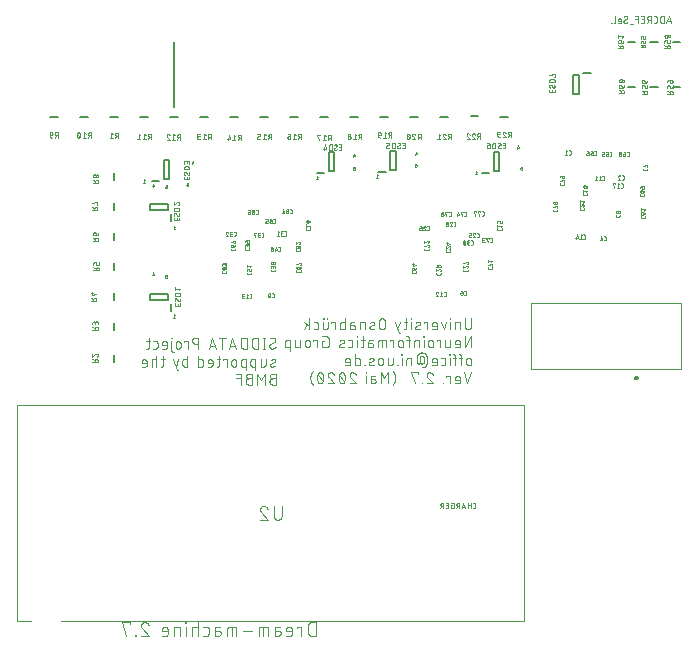
<source format=gbr>
G04 EAGLE Gerber RS-274X export*
G75*
%MOMM*%
%FSLAX34Y34*%
%LPD*%
%INSilkscreen Bottom*%
%IPPOS*%
%AMOC8*
5,1,8,0,0,1.08239X$1,22.5*%
G01*
%ADD10C,0.050800*%
%ADD11C,0.076200*%
%ADD12C,0.101600*%
%ADD13C,0.152400*%
%ADD14C,0.025400*%
%ADD15C,0.200000*%
%ADD16C,0.100000*%
%ADD17C,0.200000*%


D10*
X-36322Y536448D02*
X-38269Y542290D01*
X-40217Y536448D01*
X-39730Y537909D02*
X-36809Y537909D01*
X-42552Y536448D02*
X-42552Y542290D01*
X-44175Y542290D01*
X-44255Y542288D01*
X-44334Y542282D01*
X-44413Y542272D01*
X-44492Y542259D01*
X-44569Y542241D01*
X-44646Y542220D01*
X-44722Y542195D01*
X-44796Y542166D01*
X-44869Y542134D01*
X-44940Y542098D01*
X-45009Y542059D01*
X-45077Y542016D01*
X-45142Y541971D01*
X-45205Y541922D01*
X-45265Y541870D01*
X-45323Y541815D01*
X-45378Y541757D01*
X-45430Y541697D01*
X-45479Y541634D01*
X-45524Y541569D01*
X-45567Y541501D01*
X-45606Y541432D01*
X-45642Y541361D01*
X-45674Y541288D01*
X-45703Y541214D01*
X-45728Y541138D01*
X-45749Y541061D01*
X-45767Y540984D01*
X-45780Y540905D01*
X-45790Y540826D01*
X-45796Y540747D01*
X-45798Y540667D01*
X-45798Y538071D01*
X-45796Y537991D01*
X-45790Y537912D01*
X-45780Y537833D01*
X-45767Y537754D01*
X-45749Y537677D01*
X-45728Y537600D01*
X-45703Y537524D01*
X-45674Y537450D01*
X-45642Y537377D01*
X-45606Y537306D01*
X-45567Y537237D01*
X-45524Y537169D01*
X-45479Y537104D01*
X-45430Y537041D01*
X-45378Y536981D01*
X-45323Y536923D01*
X-45265Y536868D01*
X-45205Y536816D01*
X-45142Y536767D01*
X-45077Y536722D01*
X-45009Y536679D01*
X-44940Y536640D01*
X-44869Y536604D01*
X-44796Y536572D01*
X-44722Y536543D01*
X-44646Y536518D01*
X-44569Y536497D01*
X-44492Y536479D01*
X-44413Y536466D01*
X-44334Y536456D01*
X-44255Y536450D01*
X-44175Y536448D01*
X-42552Y536448D01*
X-49739Y536448D02*
X-51037Y536448D01*
X-49739Y536448D02*
X-49669Y536450D01*
X-49599Y536456D01*
X-49529Y536465D01*
X-49460Y536478D01*
X-49392Y536495D01*
X-49325Y536516D01*
X-49259Y536540D01*
X-49194Y536568D01*
X-49131Y536599D01*
X-49070Y536634D01*
X-49011Y536672D01*
X-48953Y536713D01*
X-48899Y536757D01*
X-48846Y536804D01*
X-48797Y536853D01*
X-48750Y536906D01*
X-48706Y536960D01*
X-48665Y537018D01*
X-48627Y537077D01*
X-48592Y537138D01*
X-48561Y537201D01*
X-48533Y537266D01*
X-48509Y537332D01*
X-48488Y537399D01*
X-48471Y537467D01*
X-48458Y537536D01*
X-48449Y537606D01*
X-48443Y537676D01*
X-48441Y537746D01*
X-48441Y540992D01*
X-48443Y541062D01*
X-48449Y541132D01*
X-48458Y541202D01*
X-48471Y541271D01*
X-48488Y541339D01*
X-48509Y541406D01*
X-48533Y541472D01*
X-48561Y541537D01*
X-48592Y541600D01*
X-48627Y541661D01*
X-48665Y541720D01*
X-48706Y541778D01*
X-48750Y541832D01*
X-48797Y541885D01*
X-48846Y541934D01*
X-48899Y541981D01*
X-48953Y542025D01*
X-49011Y542066D01*
X-49070Y542104D01*
X-49131Y542139D01*
X-49194Y542170D01*
X-49259Y542198D01*
X-49325Y542222D01*
X-49392Y542243D01*
X-49460Y542260D01*
X-49529Y542273D01*
X-49599Y542282D01*
X-49669Y542288D01*
X-49739Y542290D01*
X-51037Y542290D01*
X-53447Y542290D02*
X-53447Y536448D01*
X-53447Y542290D02*
X-55070Y542290D01*
X-55150Y542288D01*
X-55229Y542282D01*
X-55308Y542272D01*
X-55387Y542259D01*
X-55464Y542241D01*
X-55541Y542220D01*
X-55617Y542195D01*
X-55691Y542166D01*
X-55764Y542134D01*
X-55835Y542098D01*
X-55904Y542059D01*
X-55972Y542016D01*
X-56037Y541971D01*
X-56100Y541922D01*
X-56160Y541870D01*
X-56218Y541815D01*
X-56273Y541757D01*
X-56325Y541697D01*
X-56374Y541634D01*
X-56419Y541569D01*
X-56462Y541501D01*
X-56501Y541432D01*
X-56537Y541361D01*
X-56569Y541288D01*
X-56598Y541214D01*
X-56623Y541138D01*
X-56644Y541061D01*
X-56662Y540984D01*
X-56675Y540905D01*
X-56685Y540826D01*
X-56691Y540747D01*
X-56693Y540667D01*
X-56691Y540587D01*
X-56685Y540508D01*
X-56675Y540429D01*
X-56662Y540350D01*
X-56644Y540273D01*
X-56623Y540196D01*
X-56598Y540120D01*
X-56569Y540046D01*
X-56537Y539973D01*
X-56501Y539902D01*
X-56462Y539833D01*
X-56419Y539765D01*
X-56374Y539700D01*
X-56325Y539637D01*
X-56273Y539577D01*
X-56218Y539519D01*
X-56160Y539464D01*
X-56100Y539412D01*
X-56037Y539363D01*
X-55972Y539318D01*
X-55904Y539275D01*
X-55835Y539236D01*
X-55764Y539200D01*
X-55691Y539168D01*
X-55617Y539139D01*
X-55541Y539114D01*
X-55464Y539093D01*
X-55387Y539075D01*
X-55308Y539062D01*
X-55229Y539052D01*
X-55150Y539046D01*
X-55070Y539044D01*
X-53447Y539044D01*
X-55395Y539044D02*
X-56693Y536448D01*
X-59327Y536448D02*
X-61924Y536448D01*
X-59327Y536448D02*
X-59327Y542290D01*
X-61924Y542290D01*
X-61275Y539694D02*
X-59327Y539694D01*
X-64280Y542290D02*
X-64280Y536448D01*
X-64280Y542290D02*
X-66877Y542290D01*
X-66877Y539694D02*
X-64280Y539694D01*
X-68784Y535799D02*
X-71381Y535799D01*
X-75360Y536448D02*
X-75430Y536450D01*
X-75500Y536456D01*
X-75570Y536465D01*
X-75639Y536478D01*
X-75707Y536495D01*
X-75774Y536516D01*
X-75840Y536540D01*
X-75905Y536568D01*
X-75968Y536599D01*
X-76029Y536634D01*
X-76088Y536672D01*
X-76146Y536713D01*
X-76200Y536757D01*
X-76253Y536804D01*
X-76302Y536853D01*
X-76349Y536906D01*
X-76393Y536960D01*
X-76434Y537018D01*
X-76472Y537077D01*
X-76507Y537138D01*
X-76538Y537201D01*
X-76566Y537266D01*
X-76590Y537332D01*
X-76611Y537399D01*
X-76628Y537467D01*
X-76641Y537536D01*
X-76650Y537606D01*
X-76656Y537676D01*
X-76658Y537746D01*
X-75360Y536448D02*
X-75257Y536450D01*
X-75154Y536456D01*
X-75051Y536465D01*
X-74949Y536479D01*
X-74848Y536496D01*
X-74747Y536517D01*
X-74647Y536542D01*
X-74548Y536571D01*
X-74450Y536603D01*
X-74353Y536640D01*
X-74258Y536679D01*
X-74164Y536722D01*
X-74072Y536769D01*
X-73982Y536819D01*
X-73894Y536873D01*
X-73808Y536929D01*
X-73724Y536989D01*
X-73643Y537052D01*
X-73564Y537118D01*
X-73487Y537187D01*
X-73413Y537259D01*
X-73575Y540992D02*
X-73577Y541062D01*
X-73583Y541132D01*
X-73592Y541202D01*
X-73605Y541271D01*
X-73622Y541339D01*
X-73643Y541406D01*
X-73667Y541472D01*
X-73695Y541537D01*
X-73726Y541600D01*
X-73761Y541661D01*
X-73799Y541720D01*
X-73840Y541778D01*
X-73884Y541832D01*
X-73931Y541885D01*
X-73980Y541934D01*
X-74033Y541981D01*
X-74087Y542025D01*
X-74145Y542066D01*
X-74204Y542104D01*
X-74265Y542139D01*
X-74328Y542170D01*
X-74393Y542198D01*
X-74459Y542222D01*
X-74526Y542243D01*
X-74594Y542260D01*
X-74663Y542273D01*
X-74733Y542282D01*
X-74803Y542288D01*
X-74873Y542290D01*
X-74971Y542288D01*
X-75069Y542282D01*
X-75166Y542272D01*
X-75263Y542259D01*
X-75359Y542241D01*
X-75455Y542219D01*
X-75549Y542194D01*
X-75643Y542165D01*
X-75735Y542132D01*
X-75826Y542096D01*
X-75915Y542056D01*
X-76003Y542012D01*
X-76088Y541965D01*
X-76172Y541914D01*
X-76254Y541860D01*
X-76333Y541803D01*
X-74225Y539856D02*
X-74167Y539893D01*
X-74111Y539932D01*
X-74057Y539974D01*
X-74005Y540019D01*
X-73956Y540066D01*
X-73909Y540116D01*
X-73865Y540168D01*
X-73824Y540223D01*
X-73785Y540280D01*
X-73750Y540338D01*
X-73717Y540398D01*
X-73688Y540460D01*
X-73662Y540523D01*
X-73639Y540588D01*
X-73620Y540654D01*
X-73604Y540720D01*
X-73592Y540788D01*
X-73583Y540855D01*
X-73578Y540924D01*
X-73576Y540992D01*
X-76010Y538882D02*
X-76068Y538846D01*
X-76124Y538807D01*
X-76178Y538765D01*
X-76230Y538720D01*
X-76279Y538672D01*
X-76326Y538622D01*
X-76370Y538570D01*
X-76411Y538516D01*
X-76450Y538459D01*
X-76485Y538400D01*
X-76518Y538340D01*
X-76547Y538278D01*
X-76573Y538215D01*
X-76596Y538150D01*
X-76615Y538085D01*
X-76631Y538018D01*
X-76643Y537951D01*
X-76652Y537883D01*
X-76657Y537814D01*
X-76659Y537746D01*
X-76009Y538882D02*
X-74224Y539856D01*
X-79855Y536448D02*
X-81477Y536448D01*
X-79855Y536448D02*
X-79794Y536450D01*
X-79733Y536456D01*
X-79672Y536465D01*
X-79613Y536479D01*
X-79554Y536496D01*
X-79496Y536516D01*
X-79440Y536541D01*
X-79386Y536568D01*
X-79333Y536600D01*
X-79282Y536634D01*
X-79234Y536672D01*
X-79188Y536712D01*
X-79145Y536755D01*
X-79105Y536801D01*
X-79067Y536849D01*
X-79033Y536900D01*
X-79001Y536953D01*
X-78974Y537007D01*
X-78949Y537063D01*
X-78929Y537121D01*
X-78912Y537180D01*
X-78898Y537239D01*
X-78889Y537300D01*
X-78883Y537361D01*
X-78881Y537422D01*
X-78881Y539044D01*
X-78883Y539114D01*
X-78889Y539184D01*
X-78898Y539254D01*
X-78911Y539323D01*
X-78928Y539391D01*
X-78949Y539458D01*
X-78973Y539524D01*
X-79001Y539589D01*
X-79032Y539652D01*
X-79067Y539713D01*
X-79105Y539772D01*
X-79146Y539830D01*
X-79190Y539884D01*
X-79237Y539937D01*
X-79286Y539986D01*
X-79339Y540033D01*
X-79393Y540077D01*
X-79451Y540118D01*
X-79510Y540156D01*
X-79571Y540191D01*
X-79634Y540222D01*
X-79699Y540250D01*
X-79765Y540274D01*
X-79832Y540295D01*
X-79900Y540312D01*
X-79969Y540325D01*
X-80039Y540334D01*
X-80109Y540340D01*
X-80179Y540342D01*
X-80249Y540340D01*
X-80319Y540334D01*
X-80389Y540325D01*
X-80458Y540312D01*
X-80526Y540295D01*
X-80593Y540274D01*
X-80659Y540250D01*
X-80724Y540222D01*
X-80787Y540191D01*
X-80848Y540156D01*
X-80907Y540118D01*
X-80965Y540077D01*
X-81019Y540033D01*
X-81072Y539986D01*
X-81121Y539937D01*
X-81168Y539884D01*
X-81212Y539830D01*
X-81253Y539772D01*
X-81291Y539713D01*
X-81326Y539652D01*
X-81357Y539589D01*
X-81385Y539524D01*
X-81409Y539458D01*
X-81430Y539391D01*
X-81447Y539323D01*
X-81460Y539254D01*
X-81469Y539184D01*
X-81475Y539114D01*
X-81477Y539044D01*
X-81477Y538395D01*
X-78881Y538395D01*
X-83909Y537422D02*
X-83909Y542290D01*
X-83908Y537422D02*
X-83910Y537361D01*
X-83916Y537300D01*
X-83925Y537239D01*
X-83939Y537180D01*
X-83956Y537121D01*
X-83976Y537063D01*
X-84001Y537007D01*
X-84028Y536953D01*
X-84060Y536900D01*
X-84094Y536849D01*
X-84132Y536801D01*
X-84172Y536755D01*
X-84215Y536712D01*
X-84261Y536672D01*
X-84309Y536634D01*
X-84360Y536600D01*
X-84413Y536568D01*
X-84467Y536541D01*
X-84523Y536516D01*
X-84581Y536496D01*
X-84640Y536479D01*
X-84699Y536465D01*
X-84760Y536456D01*
X-84821Y536450D01*
X-84882Y536448D01*
X-86684Y536448D02*
X-86684Y536773D01*
X-87009Y536773D01*
X-87009Y536448D01*
X-86684Y536448D01*
D11*
X-205613Y286385D02*
X-205613Y279598D01*
X-205615Y279497D01*
X-205621Y279396D01*
X-205631Y279295D01*
X-205644Y279195D01*
X-205662Y279095D01*
X-205683Y278996D01*
X-205709Y278898D01*
X-205738Y278801D01*
X-205770Y278705D01*
X-205807Y278611D01*
X-205847Y278518D01*
X-205891Y278426D01*
X-205938Y278337D01*
X-205989Y278249D01*
X-206043Y278163D01*
X-206100Y278080D01*
X-206160Y277998D01*
X-206224Y277920D01*
X-206290Y277843D01*
X-206360Y277770D01*
X-206432Y277699D01*
X-206507Y277631D01*
X-206585Y277566D01*
X-206665Y277504D01*
X-206747Y277445D01*
X-206832Y277389D01*
X-206919Y277337D01*
X-207007Y277288D01*
X-207098Y277242D01*
X-207190Y277201D01*
X-207284Y277162D01*
X-207379Y277128D01*
X-207475Y277097D01*
X-207573Y277070D01*
X-207671Y277046D01*
X-207771Y277027D01*
X-207871Y277011D01*
X-207971Y276999D01*
X-208072Y276991D01*
X-208173Y276987D01*
X-208275Y276987D01*
X-208376Y276991D01*
X-208477Y276999D01*
X-208577Y277011D01*
X-208677Y277027D01*
X-208777Y277046D01*
X-208875Y277070D01*
X-208973Y277097D01*
X-209069Y277128D01*
X-209164Y277162D01*
X-209258Y277201D01*
X-209350Y277242D01*
X-209441Y277288D01*
X-209530Y277337D01*
X-209616Y277389D01*
X-209701Y277445D01*
X-209783Y277504D01*
X-209863Y277566D01*
X-209941Y277631D01*
X-210016Y277699D01*
X-210088Y277770D01*
X-210158Y277843D01*
X-210224Y277920D01*
X-210288Y277998D01*
X-210348Y278080D01*
X-210405Y278163D01*
X-210459Y278249D01*
X-210510Y278337D01*
X-210557Y278426D01*
X-210601Y278518D01*
X-210641Y278611D01*
X-210678Y278705D01*
X-210710Y278801D01*
X-210739Y278898D01*
X-210765Y278996D01*
X-210786Y279095D01*
X-210804Y279195D01*
X-210817Y279295D01*
X-210827Y279396D01*
X-210833Y279497D01*
X-210835Y279598D01*
X-210834Y279598D02*
X-210834Y286385D01*
X-215279Y283252D02*
X-215279Y276987D01*
X-215279Y283252D02*
X-217890Y283252D01*
X-217967Y283250D01*
X-218043Y283244D01*
X-218120Y283235D01*
X-218196Y283222D01*
X-218271Y283205D01*
X-218345Y283185D01*
X-218418Y283160D01*
X-218489Y283133D01*
X-218560Y283102D01*
X-218628Y283067D01*
X-218695Y283029D01*
X-218760Y282988D01*
X-218823Y282944D01*
X-218883Y282897D01*
X-218942Y282846D01*
X-218997Y282793D01*
X-219050Y282738D01*
X-219101Y282679D01*
X-219148Y282619D01*
X-219192Y282556D01*
X-219233Y282491D01*
X-219271Y282424D01*
X-219306Y282356D01*
X-219337Y282285D01*
X-219364Y282214D01*
X-219389Y282141D01*
X-219409Y282067D01*
X-219426Y281992D01*
X-219439Y281916D01*
X-219448Y281840D01*
X-219454Y281763D01*
X-219456Y281686D01*
X-219456Y276987D01*
X-223464Y276987D02*
X-223464Y283252D01*
X-223202Y285863D02*
X-223202Y286385D01*
X-223725Y286385D01*
X-223725Y285863D01*
X-223202Y285863D01*
X-226861Y283252D02*
X-228950Y276987D01*
X-231038Y283252D01*
X-236048Y276987D02*
X-238658Y276987D01*
X-236048Y276987D02*
X-235971Y276989D01*
X-235895Y276995D01*
X-235818Y277004D01*
X-235742Y277017D01*
X-235667Y277034D01*
X-235593Y277054D01*
X-235520Y277079D01*
X-235449Y277106D01*
X-235378Y277137D01*
X-235310Y277172D01*
X-235243Y277210D01*
X-235178Y277251D01*
X-235115Y277295D01*
X-235055Y277342D01*
X-234996Y277393D01*
X-234941Y277446D01*
X-234888Y277501D01*
X-234837Y277560D01*
X-234790Y277620D01*
X-234746Y277683D01*
X-234705Y277748D01*
X-234667Y277815D01*
X-234632Y277883D01*
X-234601Y277954D01*
X-234574Y278025D01*
X-234549Y278098D01*
X-234529Y278172D01*
X-234512Y278247D01*
X-234499Y278323D01*
X-234490Y278400D01*
X-234484Y278476D01*
X-234482Y278553D01*
X-234481Y278553D02*
X-234481Y281164D01*
X-234482Y281164D02*
X-234484Y281254D01*
X-234490Y281343D01*
X-234499Y281433D01*
X-234513Y281522D01*
X-234530Y281610D01*
X-234551Y281697D01*
X-234576Y281784D01*
X-234605Y281869D01*
X-234637Y281953D01*
X-234672Y282035D01*
X-234712Y282116D01*
X-234754Y282195D01*
X-234800Y282272D01*
X-234850Y282347D01*
X-234902Y282420D01*
X-234958Y282491D01*
X-235016Y282559D01*
X-235078Y282624D01*
X-235142Y282687D01*
X-235209Y282747D01*
X-235278Y282804D01*
X-235350Y282858D01*
X-235424Y282909D01*
X-235500Y282957D01*
X-235578Y283001D01*
X-235658Y283042D01*
X-235740Y283080D01*
X-235823Y283114D01*
X-235908Y283144D01*
X-235994Y283171D01*
X-236080Y283194D01*
X-236168Y283213D01*
X-236257Y283228D01*
X-236346Y283240D01*
X-236435Y283248D01*
X-236525Y283252D01*
X-236615Y283252D01*
X-236705Y283248D01*
X-236794Y283240D01*
X-236883Y283228D01*
X-236972Y283213D01*
X-237060Y283194D01*
X-237146Y283171D01*
X-237232Y283144D01*
X-237317Y283114D01*
X-237400Y283080D01*
X-237482Y283042D01*
X-237562Y283001D01*
X-237640Y282957D01*
X-237716Y282909D01*
X-237790Y282858D01*
X-237862Y282804D01*
X-237931Y282747D01*
X-237998Y282687D01*
X-238062Y282624D01*
X-238124Y282559D01*
X-238182Y282491D01*
X-238238Y282420D01*
X-238290Y282347D01*
X-238340Y282272D01*
X-238386Y282195D01*
X-238428Y282116D01*
X-238468Y282035D01*
X-238503Y281953D01*
X-238535Y281869D01*
X-238564Y281784D01*
X-238589Y281697D01*
X-238610Y281610D01*
X-238627Y281522D01*
X-238641Y281433D01*
X-238650Y281343D01*
X-238656Y281254D01*
X-238658Y281164D01*
X-238658Y280120D01*
X-234481Y280120D01*
X-242762Y276987D02*
X-242762Y283252D01*
X-245895Y283252D01*
X-245895Y282208D01*
X-249590Y280642D02*
X-252201Y279598D01*
X-249590Y280642D02*
X-249524Y280670D01*
X-249459Y280703D01*
X-249396Y280738D01*
X-249335Y280777D01*
X-249276Y280819D01*
X-249220Y280864D01*
X-249166Y280912D01*
X-249115Y280963D01*
X-249066Y281016D01*
X-249021Y281073D01*
X-248978Y281131D01*
X-248939Y281191D01*
X-248902Y281254D01*
X-248870Y281319D01*
X-248841Y281385D01*
X-248815Y281452D01*
X-248793Y281521D01*
X-248775Y281591D01*
X-248760Y281662D01*
X-248749Y281733D01*
X-248742Y281805D01*
X-248739Y281877D01*
X-248740Y281949D01*
X-248745Y282022D01*
X-248753Y282093D01*
X-248765Y282165D01*
X-248781Y282235D01*
X-248801Y282304D01*
X-248825Y282373D01*
X-248852Y282440D01*
X-248882Y282505D01*
X-248916Y282569D01*
X-248954Y282631D01*
X-248994Y282691D01*
X-249038Y282748D01*
X-249085Y282803D01*
X-249135Y282856D01*
X-249187Y282905D01*
X-249242Y282952D01*
X-249299Y282996D01*
X-249359Y283037D01*
X-249421Y283074D01*
X-249485Y283109D01*
X-249550Y283139D01*
X-249617Y283167D01*
X-249685Y283190D01*
X-249755Y283210D01*
X-249825Y283226D01*
X-249896Y283239D01*
X-249968Y283247D01*
X-250040Y283252D01*
X-250112Y283253D01*
X-250113Y283252D02*
X-250264Y283248D01*
X-250415Y283240D01*
X-250566Y283229D01*
X-250717Y283213D01*
X-250867Y283193D01*
X-251017Y283170D01*
X-251166Y283143D01*
X-251314Y283112D01*
X-251462Y283077D01*
X-251608Y283039D01*
X-251754Y282996D01*
X-251898Y282950D01*
X-252041Y282901D01*
X-252183Y282848D01*
X-252323Y282791D01*
X-252462Y282730D01*
X-252201Y279598D02*
X-252267Y279570D01*
X-252332Y279537D01*
X-252395Y279502D01*
X-252456Y279463D01*
X-252515Y279421D01*
X-252571Y279376D01*
X-252625Y279328D01*
X-252676Y279277D01*
X-252725Y279224D01*
X-252770Y279167D01*
X-252813Y279109D01*
X-252852Y279049D01*
X-252889Y278986D01*
X-252921Y278921D01*
X-252950Y278855D01*
X-252976Y278788D01*
X-252998Y278719D01*
X-253016Y278649D01*
X-253031Y278578D01*
X-253042Y278507D01*
X-253049Y278435D01*
X-253052Y278363D01*
X-253051Y278291D01*
X-253046Y278218D01*
X-253038Y278147D01*
X-253026Y278075D01*
X-253010Y278005D01*
X-252990Y277936D01*
X-252966Y277867D01*
X-252939Y277800D01*
X-252909Y277735D01*
X-252875Y277671D01*
X-252837Y277609D01*
X-252797Y277549D01*
X-252753Y277492D01*
X-252706Y277437D01*
X-252656Y277384D01*
X-252604Y277335D01*
X-252549Y277288D01*
X-252492Y277244D01*
X-252432Y277203D01*
X-252370Y277166D01*
X-252306Y277131D01*
X-252241Y277101D01*
X-252174Y277073D01*
X-252106Y277050D01*
X-252036Y277030D01*
X-251966Y277014D01*
X-251895Y277001D01*
X-251823Y276993D01*
X-251751Y276988D01*
X-251679Y276987D01*
X-251469Y276992D01*
X-251260Y277003D01*
X-251051Y277018D01*
X-250843Y277038D01*
X-250635Y277064D01*
X-250428Y277094D01*
X-250221Y277129D01*
X-250016Y277169D01*
X-249811Y277213D01*
X-249608Y277263D01*
X-249405Y277317D01*
X-249204Y277377D01*
X-249005Y277440D01*
X-248807Y277509D01*
X-256687Y276987D02*
X-256687Y283252D01*
X-256425Y285863D02*
X-256425Y286385D01*
X-256948Y286385D01*
X-256948Y285863D01*
X-256425Y285863D01*
X-259621Y283252D02*
X-262753Y283252D01*
X-260665Y286385D02*
X-260665Y278553D01*
X-260667Y278476D01*
X-260673Y278400D01*
X-260682Y278323D01*
X-260695Y278247D01*
X-260712Y278172D01*
X-260732Y278098D01*
X-260757Y278025D01*
X-260784Y277954D01*
X-260815Y277883D01*
X-260850Y277815D01*
X-260888Y277748D01*
X-260929Y277683D01*
X-260973Y277620D01*
X-261020Y277560D01*
X-261071Y277501D01*
X-261124Y277446D01*
X-261179Y277393D01*
X-261238Y277342D01*
X-261298Y277295D01*
X-261361Y277251D01*
X-261426Y277210D01*
X-261493Y277172D01*
X-261561Y277137D01*
X-261632Y277106D01*
X-261703Y277079D01*
X-261776Y277054D01*
X-261850Y277034D01*
X-261925Y277017D01*
X-262001Y277004D01*
X-262078Y276995D01*
X-262154Y276989D01*
X-262231Y276987D01*
X-262753Y276987D01*
X-265876Y273854D02*
X-266920Y273854D01*
X-270052Y283252D01*
X-265876Y283252D02*
X-267964Y276987D01*
X-278460Y279598D02*
X-278460Y283774D01*
X-278459Y283774D02*
X-278461Y283875D01*
X-278467Y283976D01*
X-278477Y284077D01*
X-278490Y284177D01*
X-278508Y284277D01*
X-278529Y284376D01*
X-278555Y284474D01*
X-278584Y284571D01*
X-278616Y284667D01*
X-278653Y284761D01*
X-278693Y284854D01*
X-278737Y284946D01*
X-278784Y285035D01*
X-278835Y285123D01*
X-278889Y285209D01*
X-278946Y285292D01*
X-279006Y285374D01*
X-279070Y285452D01*
X-279136Y285529D01*
X-279206Y285602D01*
X-279278Y285673D01*
X-279353Y285741D01*
X-279431Y285806D01*
X-279511Y285868D01*
X-279593Y285927D01*
X-279678Y285983D01*
X-279765Y286035D01*
X-279853Y286084D01*
X-279944Y286130D01*
X-280036Y286171D01*
X-280130Y286210D01*
X-280225Y286244D01*
X-280321Y286275D01*
X-280419Y286302D01*
X-280517Y286326D01*
X-280617Y286345D01*
X-280717Y286361D01*
X-280817Y286373D01*
X-280918Y286381D01*
X-281019Y286385D01*
X-281121Y286385D01*
X-281222Y286381D01*
X-281323Y286373D01*
X-281423Y286361D01*
X-281523Y286345D01*
X-281623Y286326D01*
X-281721Y286302D01*
X-281819Y286275D01*
X-281915Y286244D01*
X-282010Y286210D01*
X-282104Y286171D01*
X-282196Y286130D01*
X-282287Y286084D01*
X-282376Y286035D01*
X-282462Y285983D01*
X-282547Y285927D01*
X-282629Y285868D01*
X-282709Y285806D01*
X-282787Y285741D01*
X-282862Y285673D01*
X-282934Y285602D01*
X-283004Y285529D01*
X-283070Y285452D01*
X-283134Y285374D01*
X-283194Y285292D01*
X-283251Y285209D01*
X-283305Y285123D01*
X-283356Y285035D01*
X-283403Y284946D01*
X-283447Y284854D01*
X-283487Y284761D01*
X-283524Y284667D01*
X-283556Y284571D01*
X-283585Y284474D01*
X-283611Y284376D01*
X-283632Y284277D01*
X-283650Y284177D01*
X-283663Y284077D01*
X-283673Y283976D01*
X-283679Y283875D01*
X-283681Y283774D01*
X-283681Y279598D01*
X-283679Y279497D01*
X-283673Y279396D01*
X-283663Y279295D01*
X-283650Y279195D01*
X-283632Y279095D01*
X-283611Y278996D01*
X-283585Y278898D01*
X-283556Y278801D01*
X-283524Y278705D01*
X-283487Y278611D01*
X-283447Y278518D01*
X-283403Y278426D01*
X-283356Y278337D01*
X-283305Y278249D01*
X-283251Y278163D01*
X-283194Y278080D01*
X-283134Y277998D01*
X-283070Y277920D01*
X-283004Y277843D01*
X-282934Y277770D01*
X-282862Y277699D01*
X-282787Y277631D01*
X-282709Y277566D01*
X-282629Y277504D01*
X-282547Y277445D01*
X-282462Y277389D01*
X-282376Y277337D01*
X-282287Y277288D01*
X-282196Y277242D01*
X-282104Y277201D01*
X-282010Y277162D01*
X-281915Y277128D01*
X-281819Y277097D01*
X-281721Y277070D01*
X-281623Y277046D01*
X-281523Y277027D01*
X-281423Y277011D01*
X-281323Y276999D01*
X-281222Y276991D01*
X-281121Y276987D01*
X-281019Y276987D01*
X-280918Y276991D01*
X-280817Y276999D01*
X-280717Y277011D01*
X-280617Y277027D01*
X-280517Y277046D01*
X-280419Y277070D01*
X-280321Y277097D01*
X-280225Y277128D01*
X-280130Y277162D01*
X-280036Y277201D01*
X-279944Y277242D01*
X-279853Y277288D01*
X-279765Y277337D01*
X-279678Y277389D01*
X-279593Y277445D01*
X-279511Y277504D01*
X-279431Y277566D01*
X-279353Y277631D01*
X-279278Y277699D01*
X-279206Y277770D01*
X-279136Y277843D01*
X-279070Y277920D01*
X-279006Y277998D01*
X-278946Y278080D01*
X-278889Y278163D01*
X-278835Y278249D01*
X-278784Y278337D01*
X-278737Y278426D01*
X-278693Y278518D01*
X-278653Y278611D01*
X-278616Y278705D01*
X-278584Y278801D01*
X-278555Y278898D01*
X-278529Y278996D01*
X-278508Y279095D01*
X-278490Y279195D01*
X-278477Y279295D01*
X-278467Y279396D01*
X-278461Y279497D01*
X-278459Y279598D01*
X-288299Y280642D02*
X-290910Y279598D01*
X-288299Y280642D02*
X-288233Y280670D01*
X-288168Y280703D01*
X-288105Y280738D01*
X-288044Y280777D01*
X-287985Y280819D01*
X-287929Y280864D01*
X-287875Y280912D01*
X-287824Y280963D01*
X-287775Y281016D01*
X-287730Y281073D01*
X-287687Y281131D01*
X-287648Y281191D01*
X-287611Y281254D01*
X-287579Y281319D01*
X-287550Y281385D01*
X-287524Y281452D01*
X-287502Y281521D01*
X-287484Y281591D01*
X-287469Y281662D01*
X-287458Y281733D01*
X-287451Y281805D01*
X-287448Y281877D01*
X-287449Y281949D01*
X-287454Y282022D01*
X-287462Y282093D01*
X-287474Y282165D01*
X-287490Y282235D01*
X-287510Y282304D01*
X-287534Y282373D01*
X-287561Y282440D01*
X-287591Y282505D01*
X-287625Y282569D01*
X-287663Y282631D01*
X-287703Y282691D01*
X-287747Y282748D01*
X-287794Y282803D01*
X-287844Y282856D01*
X-287896Y282905D01*
X-287951Y282952D01*
X-288008Y282996D01*
X-288068Y283037D01*
X-288130Y283074D01*
X-288194Y283109D01*
X-288259Y283139D01*
X-288326Y283167D01*
X-288394Y283190D01*
X-288464Y283210D01*
X-288534Y283226D01*
X-288605Y283239D01*
X-288677Y283247D01*
X-288749Y283252D01*
X-288821Y283253D01*
X-288822Y283252D02*
X-288973Y283248D01*
X-289124Y283240D01*
X-289275Y283229D01*
X-289426Y283213D01*
X-289576Y283193D01*
X-289726Y283170D01*
X-289875Y283143D01*
X-290023Y283112D01*
X-290171Y283077D01*
X-290317Y283039D01*
X-290463Y282996D01*
X-290607Y282950D01*
X-290750Y282901D01*
X-290892Y282848D01*
X-291032Y282791D01*
X-291171Y282730D01*
X-290910Y279598D02*
X-290976Y279570D01*
X-291041Y279537D01*
X-291104Y279502D01*
X-291165Y279463D01*
X-291224Y279421D01*
X-291280Y279376D01*
X-291334Y279328D01*
X-291385Y279277D01*
X-291434Y279224D01*
X-291479Y279167D01*
X-291522Y279109D01*
X-291561Y279049D01*
X-291598Y278986D01*
X-291630Y278921D01*
X-291659Y278855D01*
X-291685Y278788D01*
X-291707Y278719D01*
X-291725Y278649D01*
X-291740Y278578D01*
X-291751Y278507D01*
X-291758Y278435D01*
X-291761Y278363D01*
X-291760Y278291D01*
X-291755Y278218D01*
X-291747Y278147D01*
X-291735Y278075D01*
X-291719Y278005D01*
X-291699Y277936D01*
X-291675Y277867D01*
X-291648Y277800D01*
X-291618Y277735D01*
X-291584Y277671D01*
X-291546Y277609D01*
X-291506Y277549D01*
X-291462Y277492D01*
X-291415Y277437D01*
X-291365Y277384D01*
X-291313Y277335D01*
X-291258Y277288D01*
X-291201Y277244D01*
X-291141Y277203D01*
X-291079Y277166D01*
X-291015Y277131D01*
X-290950Y277101D01*
X-290883Y277073D01*
X-290815Y277050D01*
X-290745Y277030D01*
X-290675Y277014D01*
X-290604Y277001D01*
X-290532Y276993D01*
X-290460Y276988D01*
X-290388Y276987D01*
X-290178Y276992D01*
X-289969Y277003D01*
X-289760Y277018D01*
X-289552Y277038D01*
X-289344Y277064D01*
X-289137Y277094D01*
X-288930Y277129D01*
X-288725Y277169D01*
X-288520Y277213D01*
X-288317Y277263D01*
X-288114Y277317D01*
X-287913Y277377D01*
X-287714Y277440D01*
X-287516Y277509D01*
X-295746Y276987D02*
X-295746Y283252D01*
X-298356Y283252D01*
X-298433Y283250D01*
X-298509Y283244D01*
X-298586Y283235D01*
X-298662Y283222D01*
X-298737Y283205D01*
X-298811Y283185D01*
X-298884Y283160D01*
X-298955Y283133D01*
X-299026Y283102D01*
X-299094Y283067D01*
X-299161Y283029D01*
X-299226Y282988D01*
X-299289Y282944D01*
X-299349Y282897D01*
X-299408Y282846D01*
X-299463Y282793D01*
X-299516Y282738D01*
X-299567Y282679D01*
X-299614Y282619D01*
X-299658Y282556D01*
X-299699Y282491D01*
X-299737Y282424D01*
X-299772Y282356D01*
X-299803Y282285D01*
X-299830Y282214D01*
X-299855Y282141D01*
X-299875Y282067D01*
X-299892Y281992D01*
X-299905Y281916D01*
X-299914Y281840D01*
X-299920Y281763D01*
X-299922Y281686D01*
X-299923Y281686D02*
X-299923Y276987D01*
X-305757Y280642D02*
X-308107Y280642D01*
X-305757Y280641D02*
X-305673Y280639D01*
X-305588Y280633D01*
X-305505Y280623D01*
X-305421Y280610D01*
X-305339Y280592D01*
X-305257Y280571D01*
X-305176Y280546D01*
X-305097Y280518D01*
X-305019Y280485D01*
X-304943Y280449D01*
X-304868Y280410D01*
X-304795Y280367D01*
X-304724Y280321D01*
X-304656Y280272D01*
X-304590Y280220D01*
X-304526Y280164D01*
X-304465Y280106D01*
X-304407Y280045D01*
X-304351Y279981D01*
X-304299Y279915D01*
X-304250Y279847D01*
X-304204Y279776D01*
X-304161Y279703D01*
X-304122Y279628D01*
X-304086Y279552D01*
X-304053Y279474D01*
X-304025Y279395D01*
X-304000Y279314D01*
X-303979Y279232D01*
X-303961Y279150D01*
X-303948Y279066D01*
X-303938Y278983D01*
X-303932Y278898D01*
X-303930Y278814D01*
X-303932Y278730D01*
X-303938Y278645D01*
X-303948Y278562D01*
X-303961Y278478D01*
X-303979Y278396D01*
X-304000Y278314D01*
X-304025Y278233D01*
X-304053Y278154D01*
X-304086Y278076D01*
X-304122Y278000D01*
X-304161Y277925D01*
X-304204Y277852D01*
X-304250Y277781D01*
X-304299Y277713D01*
X-304351Y277647D01*
X-304407Y277583D01*
X-304465Y277522D01*
X-304526Y277464D01*
X-304590Y277408D01*
X-304656Y277356D01*
X-304724Y277307D01*
X-304795Y277261D01*
X-304868Y277218D01*
X-304943Y277179D01*
X-305019Y277143D01*
X-305097Y277110D01*
X-305176Y277082D01*
X-305257Y277057D01*
X-305339Y277036D01*
X-305421Y277018D01*
X-305505Y277005D01*
X-305588Y276995D01*
X-305673Y276989D01*
X-305757Y276987D01*
X-308107Y276987D01*
X-308107Y281686D01*
X-308106Y281686D02*
X-308104Y281763D01*
X-308098Y281839D01*
X-308089Y281916D01*
X-308076Y281992D01*
X-308059Y282067D01*
X-308039Y282141D01*
X-308014Y282214D01*
X-307987Y282285D01*
X-307956Y282356D01*
X-307921Y282424D01*
X-307883Y282491D01*
X-307842Y282556D01*
X-307798Y282619D01*
X-307751Y282679D01*
X-307700Y282738D01*
X-307647Y282793D01*
X-307592Y282846D01*
X-307533Y282897D01*
X-307473Y282944D01*
X-307410Y282988D01*
X-307345Y283029D01*
X-307278Y283067D01*
X-307210Y283102D01*
X-307139Y283133D01*
X-307068Y283160D01*
X-306995Y283185D01*
X-306921Y283205D01*
X-306846Y283222D01*
X-306770Y283235D01*
X-306693Y283244D01*
X-306617Y283250D01*
X-306540Y283252D01*
X-304452Y283252D01*
X-312555Y286385D02*
X-312555Y276987D01*
X-315166Y276987D01*
X-315243Y276989D01*
X-315319Y276995D01*
X-315396Y277004D01*
X-315472Y277017D01*
X-315547Y277034D01*
X-315621Y277054D01*
X-315694Y277079D01*
X-315765Y277106D01*
X-315836Y277137D01*
X-315904Y277172D01*
X-315971Y277210D01*
X-316036Y277251D01*
X-316099Y277295D01*
X-316159Y277342D01*
X-316218Y277393D01*
X-316273Y277446D01*
X-316326Y277501D01*
X-316377Y277560D01*
X-316424Y277620D01*
X-316468Y277683D01*
X-316509Y277748D01*
X-316547Y277815D01*
X-316582Y277883D01*
X-316613Y277954D01*
X-316640Y278025D01*
X-316665Y278098D01*
X-316685Y278172D01*
X-316702Y278247D01*
X-316715Y278323D01*
X-316724Y278399D01*
X-316730Y278476D01*
X-316732Y278553D01*
X-316732Y281686D01*
X-316730Y281763D01*
X-316724Y281839D01*
X-316715Y281916D01*
X-316702Y281992D01*
X-316685Y282067D01*
X-316665Y282141D01*
X-316640Y282214D01*
X-316613Y282285D01*
X-316582Y282356D01*
X-316547Y282424D01*
X-316509Y282491D01*
X-316468Y282556D01*
X-316424Y282619D01*
X-316377Y282679D01*
X-316326Y282738D01*
X-316273Y282793D01*
X-316218Y282846D01*
X-316159Y282897D01*
X-316099Y282944D01*
X-316036Y282988D01*
X-315971Y283029D01*
X-315904Y283067D01*
X-315836Y283102D01*
X-315765Y283133D01*
X-315694Y283160D01*
X-315621Y283185D01*
X-315547Y283205D01*
X-315472Y283222D01*
X-315396Y283235D01*
X-315319Y283244D01*
X-315243Y283250D01*
X-315166Y283252D01*
X-312555Y283252D01*
X-320791Y283252D02*
X-320791Y276987D01*
X-320791Y283252D02*
X-323923Y283252D01*
X-323923Y282208D01*
X-327140Y283252D02*
X-327140Y278553D01*
X-327142Y278476D01*
X-327148Y278400D01*
X-327157Y278323D01*
X-327170Y278247D01*
X-327187Y278172D01*
X-327207Y278098D01*
X-327232Y278025D01*
X-327259Y277954D01*
X-327290Y277883D01*
X-327325Y277815D01*
X-327363Y277748D01*
X-327404Y277683D01*
X-327448Y277620D01*
X-327495Y277560D01*
X-327546Y277501D01*
X-327599Y277446D01*
X-327654Y277393D01*
X-327713Y277342D01*
X-327773Y277295D01*
X-327836Y277251D01*
X-327901Y277210D01*
X-327968Y277172D01*
X-328036Y277137D01*
X-328107Y277106D01*
X-328178Y277079D01*
X-328251Y277054D01*
X-328325Y277034D01*
X-328400Y277017D01*
X-328476Y277004D01*
X-328553Y276995D01*
X-328629Y276989D01*
X-328706Y276987D01*
X-331317Y276987D01*
X-331317Y283252D01*
X-327401Y285863D02*
X-327401Y286385D01*
X-327923Y286385D01*
X-327923Y285863D01*
X-327401Y285863D01*
X-330534Y285863D02*
X-330534Y286385D01*
X-331056Y286385D01*
X-331056Y285863D01*
X-330534Y285863D01*
X-336946Y276987D02*
X-339035Y276987D01*
X-336946Y276987D02*
X-336869Y276989D01*
X-336793Y276995D01*
X-336716Y277004D01*
X-336640Y277017D01*
X-336565Y277034D01*
X-336491Y277054D01*
X-336418Y277079D01*
X-336347Y277106D01*
X-336276Y277137D01*
X-336208Y277172D01*
X-336141Y277210D01*
X-336076Y277251D01*
X-336013Y277295D01*
X-335953Y277342D01*
X-335894Y277393D01*
X-335839Y277446D01*
X-335786Y277501D01*
X-335735Y277560D01*
X-335688Y277620D01*
X-335644Y277683D01*
X-335603Y277748D01*
X-335565Y277815D01*
X-335530Y277883D01*
X-335499Y277954D01*
X-335472Y278025D01*
X-335447Y278098D01*
X-335427Y278172D01*
X-335410Y278247D01*
X-335397Y278323D01*
X-335388Y278400D01*
X-335382Y278476D01*
X-335380Y278553D01*
X-335380Y281686D01*
X-335382Y281763D01*
X-335388Y281839D01*
X-335397Y281916D01*
X-335410Y281992D01*
X-335427Y282067D01*
X-335447Y282141D01*
X-335472Y282214D01*
X-335499Y282285D01*
X-335530Y282356D01*
X-335565Y282424D01*
X-335603Y282491D01*
X-335644Y282556D01*
X-335688Y282619D01*
X-335735Y282679D01*
X-335786Y282738D01*
X-335839Y282793D01*
X-335894Y282846D01*
X-335953Y282897D01*
X-336013Y282944D01*
X-336076Y282988D01*
X-336141Y283029D01*
X-336208Y283067D01*
X-336276Y283102D01*
X-336347Y283133D01*
X-336418Y283160D01*
X-336491Y283185D01*
X-336565Y283205D01*
X-336640Y283222D01*
X-336716Y283235D01*
X-336793Y283244D01*
X-336869Y283250D01*
X-336946Y283252D01*
X-339035Y283252D01*
X-342790Y286385D02*
X-342790Y276987D01*
X-342790Y280120D02*
X-346967Y283252D01*
X-344617Y281425D02*
X-346967Y276987D01*
X-205613Y271145D02*
X-205613Y261747D01*
X-210834Y261747D02*
X-205613Y271145D01*
X-210834Y271145D02*
X-210834Y261747D01*
X-216541Y261747D02*
X-219151Y261747D01*
X-216541Y261747D02*
X-216464Y261749D01*
X-216388Y261755D01*
X-216311Y261764D01*
X-216235Y261777D01*
X-216160Y261794D01*
X-216086Y261814D01*
X-216013Y261839D01*
X-215942Y261866D01*
X-215871Y261897D01*
X-215803Y261932D01*
X-215736Y261970D01*
X-215671Y262011D01*
X-215608Y262055D01*
X-215548Y262102D01*
X-215489Y262153D01*
X-215434Y262206D01*
X-215381Y262261D01*
X-215330Y262320D01*
X-215283Y262380D01*
X-215239Y262443D01*
X-215198Y262508D01*
X-215160Y262575D01*
X-215125Y262643D01*
X-215094Y262714D01*
X-215067Y262785D01*
X-215042Y262858D01*
X-215022Y262932D01*
X-215005Y263007D01*
X-214992Y263083D01*
X-214983Y263160D01*
X-214977Y263236D01*
X-214975Y263313D01*
X-214974Y263313D02*
X-214974Y265924D01*
X-214975Y265924D02*
X-214977Y266014D01*
X-214983Y266103D01*
X-214992Y266193D01*
X-215006Y266282D01*
X-215023Y266370D01*
X-215044Y266457D01*
X-215069Y266544D01*
X-215098Y266629D01*
X-215130Y266713D01*
X-215165Y266795D01*
X-215205Y266876D01*
X-215247Y266955D01*
X-215293Y267032D01*
X-215343Y267107D01*
X-215395Y267180D01*
X-215451Y267251D01*
X-215509Y267319D01*
X-215571Y267384D01*
X-215635Y267447D01*
X-215702Y267507D01*
X-215771Y267564D01*
X-215843Y267618D01*
X-215917Y267669D01*
X-215993Y267717D01*
X-216071Y267761D01*
X-216151Y267802D01*
X-216233Y267840D01*
X-216316Y267874D01*
X-216401Y267904D01*
X-216487Y267931D01*
X-216573Y267954D01*
X-216661Y267973D01*
X-216750Y267988D01*
X-216839Y268000D01*
X-216928Y268008D01*
X-217018Y268012D01*
X-217108Y268012D01*
X-217198Y268008D01*
X-217287Y268000D01*
X-217376Y267988D01*
X-217465Y267973D01*
X-217553Y267954D01*
X-217639Y267931D01*
X-217725Y267904D01*
X-217810Y267874D01*
X-217893Y267840D01*
X-217975Y267802D01*
X-218055Y267761D01*
X-218133Y267717D01*
X-218209Y267669D01*
X-218283Y267618D01*
X-218355Y267564D01*
X-218424Y267507D01*
X-218491Y267447D01*
X-218555Y267384D01*
X-218617Y267319D01*
X-218675Y267251D01*
X-218731Y267180D01*
X-218783Y267107D01*
X-218833Y267032D01*
X-218879Y266955D01*
X-218921Y266876D01*
X-218961Y266795D01*
X-218996Y266713D01*
X-219028Y266629D01*
X-219057Y266544D01*
X-219082Y266457D01*
X-219103Y266370D01*
X-219120Y266282D01*
X-219134Y266193D01*
X-219143Y266103D01*
X-219149Y266014D01*
X-219151Y265924D01*
X-219151Y264880D01*
X-214974Y264880D01*
X-223204Y263313D02*
X-223204Y268012D01*
X-223204Y263313D02*
X-223206Y263236D01*
X-223212Y263160D01*
X-223221Y263083D01*
X-223234Y263007D01*
X-223251Y262932D01*
X-223271Y262858D01*
X-223296Y262785D01*
X-223323Y262714D01*
X-223354Y262643D01*
X-223389Y262575D01*
X-223427Y262508D01*
X-223468Y262443D01*
X-223512Y262380D01*
X-223559Y262320D01*
X-223610Y262261D01*
X-223663Y262206D01*
X-223718Y262153D01*
X-223777Y262102D01*
X-223837Y262055D01*
X-223900Y262011D01*
X-223965Y261970D01*
X-224032Y261932D01*
X-224100Y261897D01*
X-224171Y261866D01*
X-224242Y261839D01*
X-224315Y261814D01*
X-224389Y261794D01*
X-224464Y261777D01*
X-224540Y261764D01*
X-224617Y261755D01*
X-224693Y261749D01*
X-224770Y261747D01*
X-227381Y261747D01*
X-227381Y268012D01*
X-231790Y268012D02*
X-231790Y261747D01*
X-231790Y268012D02*
X-234922Y268012D01*
X-234922Y266968D01*
X-237834Y265924D02*
X-237834Y263835D01*
X-237835Y265924D02*
X-237837Y266014D01*
X-237843Y266103D01*
X-237852Y266193D01*
X-237866Y266282D01*
X-237883Y266370D01*
X-237904Y266457D01*
X-237929Y266544D01*
X-237958Y266629D01*
X-237990Y266713D01*
X-238025Y266795D01*
X-238065Y266876D01*
X-238107Y266955D01*
X-238153Y267032D01*
X-238203Y267107D01*
X-238255Y267180D01*
X-238311Y267251D01*
X-238369Y267319D01*
X-238431Y267384D01*
X-238495Y267447D01*
X-238562Y267507D01*
X-238631Y267564D01*
X-238703Y267618D01*
X-238777Y267669D01*
X-238853Y267717D01*
X-238931Y267761D01*
X-239011Y267802D01*
X-239093Y267840D01*
X-239176Y267874D01*
X-239261Y267904D01*
X-239347Y267931D01*
X-239433Y267954D01*
X-239521Y267973D01*
X-239610Y267988D01*
X-239699Y268000D01*
X-239788Y268008D01*
X-239878Y268012D01*
X-239968Y268012D01*
X-240058Y268008D01*
X-240147Y268000D01*
X-240236Y267988D01*
X-240325Y267973D01*
X-240413Y267954D01*
X-240499Y267931D01*
X-240585Y267904D01*
X-240670Y267874D01*
X-240753Y267840D01*
X-240835Y267802D01*
X-240915Y267761D01*
X-240993Y267717D01*
X-241069Y267669D01*
X-241143Y267618D01*
X-241215Y267564D01*
X-241284Y267507D01*
X-241351Y267447D01*
X-241415Y267384D01*
X-241477Y267319D01*
X-241535Y267251D01*
X-241591Y267180D01*
X-241643Y267107D01*
X-241693Y267032D01*
X-241739Y266955D01*
X-241781Y266876D01*
X-241821Y266795D01*
X-241856Y266713D01*
X-241888Y266629D01*
X-241917Y266544D01*
X-241942Y266457D01*
X-241963Y266370D01*
X-241980Y266282D01*
X-241994Y266193D01*
X-242003Y266103D01*
X-242009Y266014D01*
X-242011Y265924D01*
X-242011Y263835D01*
X-242009Y263745D01*
X-242003Y263656D01*
X-241994Y263566D01*
X-241980Y263477D01*
X-241963Y263389D01*
X-241942Y263302D01*
X-241917Y263215D01*
X-241888Y263130D01*
X-241856Y263046D01*
X-241821Y262964D01*
X-241781Y262883D01*
X-241739Y262804D01*
X-241693Y262727D01*
X-241643Y262652D01*
X-241591Y262579D01*
X-241535Y262508D01*
X-241477Y262440D01*
X-241415Y262375D01*
X-241351Y262312D01*
X-241284Y262252D01*
X-241215Y262195D01*
X-241143Y262141D01*
X-241069Y262090D01*
X-240993Y262042D01*
X-240915Y261998D01*
X-240835Y261957D01*
X-240753Y261919D01*
X-240670Y261885D01*
X-240585Y261855D01*
X-240499Y261828D01*
X-240413Y261805D01*
X-240325Y261786D01*
X-240236Y261771D01*
X-240147Y261759D01*
X-240058Y261751D01*
X-239968Y261747D01*
X-239878Y261747D01*
X-239788Y261751D01*
X-239699Y261759D01*
X-239610Y261771D01*
X-239521Y261786D01*
X-239433Y261805D01*
X-239347Y261828D01*
X-239261Y261855D01*
X-239176Y261885D01*
X-239093Y261919D01*
X-239011Y261957D01*
X-238931Y261998D01*
X-238853Y262042D01*
X-238777Y262090D01*
X-238703Y262141D01*
X-238631Y262195D01*
X-238562Y262252D01*
X-238495Y262312D01*
X-238431Y262375D01*
X-238369Y262440D01*
X-238311Y262508D01*
X-238255Y262579D01*
X-238203Y262652D01*
X-238153Y262727D01*
X-238107Y262804D01*
X-238065Y262883D01*
X-238025Y262964D01*
X-237990Y263046D01*
X-237958Y263130D01*
X-237929Y263215D01*
X-237904Y263302D01*
X-237883Y263389D01*
X-237866Y263477D01*
X-237852Y263566D01*
X-237843Y263656D01*
X-237837Y263745D01*
X-237835Y263835D01*
X-245714Y261747D02*
X-245714Y268012D01*
X-245453Y270623D02*
X-245453Y271145D01*
X-245975Y271145D01*
X-245975Y270623D01*
X-245453Y270623D01*
X-249721Y268012D02*
X-249721Y261747D01*
X-249721Y268012D02*
X-252332Y268012D01*
X-252409Y268010D01*
X-252485Y268004D01*
X-252562Y267995D01*
X-252638Y267982D01*
X-252713Y267965D01*
X-252787Y267945D01*
X-252860Y267920D01*
X-252931Y267893D01*
X-253002Y267862D01*
X-253070Y267827D01*
X-253137Y267789D01*
X-253202Y267748D01*
X-253265Y267704D01*
X-253325Y267657D01*
X-253384Y267606D01*
X-253439Y267553D01*
X-253492Y267498D01*
X-253543Y267439D01*
X-253590Y267379D01*
X-253634Y267316D01*
X-253675Y267251D01*
X-253713Y267184D01*
X-253748Y267116D01*
X-253779Y267045D01*
X-253806Y266974D01*
X-253831Y266901D01*
X-253851Y266827D01*
X-253868Y266752D01*
X-253881Y266676D01*
X-253890Y266600D01*
X-253896Y266523D01*
X-253898Y266446D01*
X-253898Y261747D01*
X-258456Y261747D02*
X-258456Y269579D01*
X-258458Y269656D01*
X-258464Y269732D01*
X-258473Y269809D01*
X-258486Y269885D01*
X-258503Y269960D01*
X-258523Y270034D01*
X-258548Y270107D01*
X-258575Y270178D01*
X-258606Y270249D01*
X-258641Y270317D01*
X-258679Y270384D01*
X-258720Y270449D01*
X-258764Y270512D01*
X-258811Y270572D01*
X-258862Y270631D01*
X-258915Y270686D01*
X-258970Y270739D01*
X-259029Y270790D01*
X-259089Y270837D01*
X-259152Y270881D01*
X-259217Y270922D01*
X-259284Y270960D01*
X-259352Y270995D01*
X-259423Y271026D01*
X-259494Y271053D01*
X-259567Y271078D01*
X-259641Y271098D01*
X-259716Y271115D01*
X-259792Y271128D01*
X-259868Y271137D01*
X-259945Y271143D01*
X-260022Y271145D01*
X-260544Y271145D01*
X-260544Y268012D02*
X-257411Y268012D01*
X-263132Y265924D02*
X-263132Y263835D01*
X-263133Y265924D02*
X-263135Y266014D01*
X-263141Y266103D01*
X-263150Y266193D01*
X-263164Y266282D01*
X-263181Y266370D01*
X-263202Y266457D01*
X-263227Y266544D01*
X-263256Y266629D01*
X-263288Y266713D01*
X-263323Y266795D01*
X-263363Y266876D01*
X-263405Y266955D01*
X-263451Y267032D01*
X-263501Y267107D01*
X-263553Y267180D01*
X-263609Y267251D01*
X-263667Y267319D01*
X-263729Y267384D01*
X-263793Y267447D01*
X-263860Y267507D01*
X-263929Y267564D01*
X-264001Y267618D01*
X-264075Y267669D01*
X-264151Y267717D01*
X-264229Y267761D01*
X-264309Y267802D01*
X-264391Y267840D01*
X-264474Y267874D01*
X-264559Y267904D01*
X-264645Y267931D01*
X-264731Y267954D01*
X-264819Y267973D01*
X-264908Y267988D01*
X-264997Y268000D01*
X-265086Y268008D01*
X-265176Y268012D01*
X-265266Y268012D01*
X-265356Y268008D01*
X-265445Y268000D01*
X-265534Y267988D01*
X-265623Y267973D01*
X-265711Y267954D01*
X-265797Y267931D01*
X-265883Y267904D01*
X-265968Y267874D01*
X-266051Y267840D01*
X-266133Y267802D01*
X-266213Y267761D01*
X-266291Y267717D01*
X-266367Y267669D01*
X-266441Y267618D01*
X-266513Y267564D01*
X-266582Y267507D01*
X-266649Y267447D01*
X-266713Y267384D01*
X-266775Y267319D01*
X-266833Y267251D01*
X-266889Y267180D01*
X-266941Y267107D01*
X-266991Y267032D01*
X-267037Y266955D01*
X-267079Y266876D01*
X-267119Y266795D01*
X-267154Y266713D01*
X-267186Y266629D01*
X-267215Y266544D01*
X-267240Y266457D01*
X-267261Y266370D01*
X-267278Y266282D01*
X-267292Y266193D01*
X-267301Y266103D01*
X-267307Y266014D01*
X-267309Y265924D01*
X-267309Y263835D01*
X-267307Y263745D01*
X-267301Y263656D01*
X-267292Y263566D01*
X-267278Y263477D01*
X-267261Y263389D01*
X-267240Y263302D01*
X-267215Y263215D01*
X-267186Y263130D01*
X-267154Y263046D01*
X-267119Y262964D01*
X-267079Y262883D01*
X-267037Y262804D01*
X-266991Y262727D01*
X-266941Y262652D01*
X-266889Y262579D01*
X-266833Y262508D01*
X-266775Y262440D01*
X-266713Y262375D01*
X-266649Y262312D01*
X-266582Y262252D01*
X-266513Y262195D01*
X-266441Y262141D01*
X-266367Y262090D01*
X-266291Y262042D01*
X-266213Y261998D01*
X-266133Y261957D01*
X-266051Y261919D01*
X-265968Y261885D01*
X-265883Y261855D01*
X-265797Y261828D01*
X-265711Y261805D01*
X-265623Y261786D01*
X-265534Y261771D01*
X-265445Y261759D01*
X-265356Y261751D01*
X-265266Y261747D01*
X-265176Y261747D01*
X-265086Y261751D01*
X-264997Y261759D01*
X-264908Y261771D01*
X-264819Y261786D01*
X-264731Y261805D01*
X-264645Y261828D01*
X-264559Y261855D01*
X-264474Y261885D01*
X-264391Y261919D01*
X-264309Y261957D01*
X-264229Y261998D01*
X-264151Y262042D01*
X-264075Y262090D01*
X-264001Y262141D01*
X-263929Y262195D01*
X-263860Y262252D01*
X-263793Y262312D01*
X-263729Y262375D01*
X-263667Y262440D01*
X-263609Y262508D01*
X-263553Y262579D01*
X-263501Y262652D01*
X-263451Y262727D01*
X-263405Y262804D01*
X-263363Y262883D01*
X-263323Y262964D01*
X-263288Y263046D01*
X-263256Y263130D01*
X-263227Y263215D01*
X-263202Y263302D01*
X-263181Y263389D01*
X-263164Y263477D01*
X-263150Y263566D01*
X-263141Y263656D01*
X-263135Y263745D01*
X-263133Y263835D01*
X-271414Y261747D02*
X-271414Y268012D01*
X-274546Y268012D01*
X-274546Y266968D01*
X-277938Y268012D02*
X-277938Y261747D01*
X-277938Y268012D02*
X-282637Y268012D01*
X-282714Y268010D01*
X-282790Y268004D01*
X-282867Y267995D01*
X-282943Y267982D01*
X-283018Y267965D01*
X-283092Y267945D01*
X-283165Y267920D01*
X-283236Y267893D01*
X-283307Y267862D01*
X-283375Y267827D01*
X-283442Y267789D01*
X-283507Y267748D01*
X-283570Y267704D01*
X-283630Y267657D01*
X-283689Y267606D01*
X-283744Y267553D01*
X-283797Y267498D01*
X-283848Y267439D01*
X-283895Y267379D01*
X-283939Y267316D01*
X-283980Y267251D01*
X-284018Y267184D01*
X-284053Y267116D01*
X-284084Y267045D01*
X-284111Y266974D01*
X-284136Y266901D01*
X-284156Y266827D01*
X-284173Y266752D01*
X-284186Y266676D01*
X-284195Y266599D01*
X-284201Y266523D01*
X-284203Y266446D01*
X-284203Y261747D01*
X-281070Y261747D02*
X-281070Y268012D01*
X-290212Y265402D02*
X-292562Y265402D01*
X-290212Y265401D02*
X-290128Y265399D01*
X-290043Y265393D01*
X-289960Y265383D01*
X-289876Y265370D01*
X-289794Y265352D01*
X-289712Y265331D01*
X-289631Y265306D01*
X-289552Y265278D01*
X-289474Y265245D01*
X-289398Y265209D01*
X-289323Y265170D01*
X-289250Y265127D01*
X-289179Y265081D01*
X-289111Y265032D01*
X-289045Y264980D01*
X-288981Y264924D01*
X-288920Y264866D01*
X-288862Y264805D01*
X-288806Y264741D01*
X-288754Y264675D01*
X-288705Y264607D01*
X-288659Y264536D01*
X-288616Y264463D01*
X-288577Y264388D01*
X-288541Y264312D01*
X-288508Y264234D01*
X-288480Y264155D01*
X-288455Y264074D01*
X-288434Y263992D01*
X-288416Y263910D01*
X-288403Y263826D01*
X-288393Y263743D01*
X-288387Y263658D01*
X-288385Y263574D01*
X-288387Y263490D01*
X-288393Y263405D01*
X-288403Y263322D01*
X-288416Y263238D01*
X-288434Y263156D01*
X-288455Y263074D01*
X-288480Y262993D01*
X-288508Y262914D01*
X-288541Y262836D01*
X-288577Y262760D01*
X-288616Y262685D01*
X-288659Y262612D01*
X-288705Y262541D01*
X-288754Y262473D01*
X-288806Y262407D01*
X-288862Y262343D01*
X-288920Y262282D01*
X-288981Y262224D01*
X-289045Y262168D01*
X-289111Y262116D01*
X-289179Y262067D01*
X-289250Y262021D01*
X-289323Y261978D01*
X-289398Y261939D01*
X-289474Y261903D01*
X-289552Y261870D01*
X-289631Y261842D01*
X-289712Y261817D01*
X-289794Y261796D01*
X-289876Y261778D01*
X-289960Y261765D01*
X-290043Y261755D01*
X-290128Y261749D01*
X-290212Y261747D01*
X-292562Y261747D01*
X-292562Y266446D01*
X-292560Y266523D01*
X-292554Y266599D01*
X-292545Y266676D01*
X-292532Y266752D01*
X-292515Y266827D01*
X-292495Y266901D01*
X-292470Y266974D01*
X-292443Y267045D01*
X-292412Y267116D01*
X-292377Y267184D01*
X-292339Y267251D01*
X-292298Y267316D01*
X-292254Y267379D01*
X-292207Y267439D01*
X-292156Y267498D01*
X-292103Y267553D01*
X-292048Y267606D01*
X-291989Y267657D01*
X-291929Y267704D01*
X-291866Y267748D01*
X-291801Y267789D01*
X-291734Y267827D01*
X-291666Y267862D01*
X-291595Y267893D01*
X-291524Y267920D01*
X-291451Y267945D01*
X-291377Y267965D01*
X-291302Y267982D01*
X-291226Y267995D01*
X-291149Y268004D01*
X-291073Y268010D01*
X-290996Y268012D01*
X-288907Y268012D01*
X-295892Y268012D02*
X-299024Y268012D01*
X-296936Y271145D02*
X-296936Y263313D01*
X-296938Y263236D01*
X-296944Y263160D01*
X-296953Y263083D01*
X-296966Y263007D01*
X-296983Y262932D01*
X-297003Y262858D01*
X-297028Y262785D01*
X-297055Y262714D01*
X-297086Y262643D01*
X-297121Y262575D01*
X-297159Y262508D01*
X-297200Y262443D01*
X-297244Y262380D01*
X-297291Y262320D01*
X-297342Y262261D01*
X-297395Y262206D01*
X-297450Y262153D01*
X-297509Y262102D01*
X-297569Y262055D01*
X-297632Y262011D01*
X-297697Y261970D01*
X-297764Y261932D01*
X-297832Y261897D01*
X-297903Y261866D01*
X-297974Y261839D01*
X-298047Y261814D01*
X-298121Y261794D01*
X-298196Y261777D01*
X-298272Y261764D01*
X-298349Y261755D01*
X-298425Y261749D01*
X-298502Y261747D01*
X-299024Y261747D01*
X-302406Y261747D02*
X-302406Y268012D01*
X-302145Y270623D02*
X-302145Y271145D01*
X-302667Y271145D01*
X-302667Y270623D01*
X-302145Y270623D01*
X-307686Y261747D02*
X-309774Y261747D01*
X-307686Y261747D02*
X-307609Y261749D01*
X-307533Y261755D01*
X-307456Y261764D01*
X-307380Y261777D01*
X-307305Y261794D01*
X-307231Y261814D01*
X-307158Y261839D01*
X-307087Y261866D01*
X-307016Y261897D01*
X-306948Y261932D01*
X-306881Y261970D01*
X-306816Y262011D01*
X-306753Y262055D01*
X-306693Y262102D01*
X-306634Y262153D01*
X-306579Y262206D01*
X-306526Y262261D01*
X-306475Y262320D01*
X-306428Y262380D01*
X-306384Y262443D01*
X-306343Y262508D01*
X-306305Y262575D01*
X-306270Y262643D01*
X-306239Y262714D01*
X-306212Y262785D01*
X-306187Y262858D01*
X-306167Y262932D01*
X-306150Y263007D01*
X-306137Y263083D01*
X-306128Y263160D01*
X-306122Y263236D01*
X-306120Y263313D01*
X-306119Y263313D02*
X-306119Y266446D01*
X-306120Y266446D02*
X-306122Y266523D01*
X-306128Y266599D01*
X-306137Y266676D01*
X-306150Y266752D01*
X-306167Y266827D01*
X-306187Y266901D01*
X-306212Y266974D01*
X-306239Y267045D01*
X-306270Y267116D01*
X-306305Y267184D01*
X-306343Y267251D01*
X-306384Y267316D01*
X-306428Y267379D01*
X-306475Y267439D01*
X-306526Y267498D01*
X-306579Y267553D01*
X-306634Y267606D01*
X-306693Y267657D01*
X-306753Y267704D01*
X-306816Y267748D01*
X-306881Y267789D01*
X-306948Y267827D01*
X-307016Y267862D01*
X-307087Y267893D01*
X-307158Y267920D01*
X-307231Y267945D01*
X-307305Y267965D01*
X-307380Y267982D01*
X-307456Y267995D01*
X-307533Y268004D01*
X-307609Y268010D01*
X-307686Y268012D01*
X-309774Y268012D01*
X-313903Y265402D02*
X-316513Y264358D01*
X-313902Y265402D02*
X-313836Y265430D01*
X-313771Y265463D01*
X-313708Y265498D01*
X-313647Y265537D01*
X-313588Y265579D01*
X-313532Y265624D01*
X-313478Y265672D01*
X-313427Y265723D01*
X-313378Y265776D01*
X-313333Y265833D01*
X-313290Y265891D01*
X-313251Y265951D01*
X-313214Y266014D01*
X-313182Y266079D01*
X-313153Y266145D01*
X-313127Y266212D01*
X-313105Y266281D01*
X-313087Y266351D01*
X-313072Y266422D01*
X-313061Y266493D01*
X-313054Y266565D01*
X-313051Y266637D01*
X-313052Y266709D01*
X-313057Y266782D01*
X-313065Y266853D01*
X-313077Y266925D01*
X-313093Y266995D01*
X-313113Y267064D01*
X-313137Y267133D01*
X-313164Y267200D01*
X-313194Y267265D01*
X-313228Y267329D01*
X-313266Y267391D01*
X-313306Y267451D01*
X-313350Y267508D01*
X-313397Y267563D01*
X-313447Y267616D01*
X-313499Y267665D01*
X-313554Y267712D01*
X-313611Y267756D01*
X-313671Y267797D01*
X-313733Y267834D01*
X-313797Y267869D01*
X-313862Y267899D01*
X-313929Y267927D01*
X-313997Y267950D01*
X-314067Y267970D01*
X-314137Y267986D01*
X-314208Y267999D01*
X-314280Y268007D01*
X-314352Y268012D01*
X-314424Y268013D01*
X-314425Y268012D02*
X-314576Y268008D01*
X-314727Y268000D01*
X-314878Y267989D01*
X-315029Y267973D01*
X-315179Y267953D01*
X-315329Y267930D01*
X-315478Y267903D01*
X-315626Y267872D01*
X-315774Y267837D01*
X-315920Y267799D01*
X-316066Y267756D01*
X-316210Y267710D01*
X-316353Y267661D01*
X-316495Y267608D01*
X-316635Y267551D01*
X-316774Y267490D01*
X-316513Y264358D02*
X-316579Y264330D01*
X-316644Y264297D01*
X-316707Y264262D01*
X-316768Y264223D01*
X-316827Y264181D01*
X-316883Y264136D01*
X-316937Y264088D01*
X-316988Y264037D01*
X-317037Y263984D01*
X-317082Y263927D01*
X-317125Y263869D01*
X-317164Y263809D01*
X-317201Y263746D01*
X-317233Y263681D01*
X-317262Y263615D01*
X-317288Y263548D01*
X-317310Y263479D01*
X-317328Y263409D01*
X-317343Y263338D01*
X-317354Y263267D01*
X-317361Y263195D01*
X-317364Y263123D01*
X-317363Y263051D01*
X-317358Y262978D01*
X-317350Y262907D01*
X-317338Y262835D01*
X-317322Y262765D01*
X-317302Y262696D01*
X-317278Y262627D01*
X-317251Y262560D01*
X-317221Y262495D01*
X-317187Y262431D01*
X-317149Y262369D01*
X-317109Y262309D01*
X-317065Y262252D01*
X-317018Y262197D01*
X-316968Y262144D01*
X-316916Y262095D01*
X-316861Y262048D01*
X-316804Y262004D01*
X-316744Y261963D01*
X-316682Y261926D01*
X-316618Y261891D01*
X-316553Y261861D01*
X-316486Y261833D01*
X-316418Y261810D01*
X-316348Y261790D01*
X-316278Y261774D01*
X-316207Y261761D01*
X-316135Y261753D01*
X-316063Y261748D01*
X-315991Y261747D01*
X-315781Y261752D01*
X-315572Y261763D01*
X-315363Y261778D01*
X-315155Y261798D01*
X-314947Y261824D01*
X-314740Y261854D01*
X-314533Y261889D01*
X-314328Y261929D01*
X-314123Y261973D01*
X-313920Y262023D01*
X-313717Y262077D01*
X-313516Y262137D01*
X-313317Y262200D01*
X-313119Y262269D01*
X-329968Y266968D02*
X-331534Y266968D01*
X-331534Y261747D01*
X-328402Y261747D01*
X-328313Y261749D01*
X-328225Y261755D01*
X-328137Y261764D01*
X-328049Y261777D01*
X-327962Y261794D01*
X-327876Y261814D01*
X-327791Y261839D01*
X-327706Y261866D01*
X-327623Y261898D01*
X-327542Y261932D01*
X-327462Y261971D01*
X-327384Y262012D01*
X-327307Y262057D01*
X-327233Y262105D01*
X-327160Y262156D01*
X-327090Y262210D01*
X-327023Y262268D01*
X-326957Y262328D01*
X-326895Y262390D01*
X-326835Y262456D01*
X-326777Y262523D01*
X-326723Y262593D01*
X-326672Y262666D01*
X-326624Y262740D01*
X-326579Y262817D01*
X-326538Y262895D01*
X-326499Y262975D01*
X-326465Y263056D01*
X-326433Y263139D01*
X-326406Y263224D01*
X-326381Y263309D01*
X-326361Y263395D01*
X-326344Y263482D01*
X-326331Y263570D01*
X-326322Y263658D01*
X-326316Y263746D01*
X-326314Y263835D01*
X-326313Y263835D02*
X-326313Y269057D01*
X-326314Y269057D02*
X-326316Y269148D01*
X-326322Y269239D01*
X-326332Y269330D01*
X-326346Y269420D01*
X-326363Y269509D01*
X-326385Y269597D01*
X-326411Y269685D01*
X-326440Y269771D01*
X-326473Y269856D01*
X-326510Y269939D01*
X-326550Y270021D01*
X-326594Y270101D01*
X-326641Y270179D01*
X-326692Y270255D01*
X-326745Y270328D01*
X-326802Y270399D01*
X-326863Y270468D01*
X-326926Y270533D01*
X-326991Y270596D01*
X-327060Y270656D01*
X-327131Y270714D01*
X-327204Y270767D01*
X-327280Y270818D01*
X-327358Y270865D01*
X-327438Y270909D01*
X-327520Y270949D01*
X-327603Y270986D01*
X-327688Y271019D01*
X-327774Y271048D01*
X-327862Y271074D01*
X-327950Y271096D01*
X-328039Y271113D01*
X-328129Y271127D01*
X-328220Y271137D01*
X-328311Y271143D01*
X-328402Y271145D01*
X-331534Y271145D01*
X-336031Y268012D02*
X-336031Y261747D01*
X-336031Y268012D02*
X-339163Y268012D01*
X-339163Y266968D01*
X-342075Y265924D02*
X-342075Y263835D01*
X-342076Y265924D02*
X-342078Y266014D01*
X-342084Y266103D01*
X-342093Y266193D01*
X-342107Y266282D01*
X-342124Y266370D01*
X-342145Y266457D01*
X-342170Y266544D01*
X-342199Y266629D01*
X-342231Y266713D01*
X-342266Y266795D01*
X-342306Y266876D01*
X-342348Y266955D01*
X-342394Y267032D01*
X-342444Y267107D01*
X-342496Y267180D01*
X-342552Y267251D01*
X-342610Y267319D01*
X-342672Y267384D01*
X-342736Y267447D01*
X-342803Y267507D01*
X-342872Y267564D01*
X-342944Y267618D01*
X-343018Y267669D01*
X-343094Y267717D01*
X-343172Y267761D01*
X-343252Y267802D01*
X-343334Y267840D01*
X-343417Y267874D01*
X-343502Y267904D01*
X-343588Y267931D01*
X-343674Y267954D01*
X-343762Y267973D01*
X-343851Y267988D01*
X-343940Y268000D01*
X-344029Y268008D01*
X-344119Y268012D01*
X-344209Y268012D01*
X-344299Y268008D01*
X-344388Y268000D01*
X-344477Y267988D01*
X-344566Y267973D01*
X-344654Y267954D01*
X-344740Y267931D01*
X-344826Y267904D01*
X-344911Y267874D01*
X-344994Y267840D01*
X-345076Y267802D01*
X-345156Y267761D01*
X-345234Y267717D01*
X-345310Y267669D01*
X-345384Y267618D01*
X-345456Y267564D01*
X-345525Y267507D01*
X-345592Y267447D01*
X-345656Y267384D01*
X-345718Y267319D01*
X-345776Y267251D01*
X-345832Y267180D01*
X-345884Y267107D01*
X-345934Y267032D01*
X-345980Y266955D01*
X-346022Y266876D01*
X-346062Y266795D01*
X-346097Y266713D01*
X-346129Y266629D01*
X-346158Y266544D01*
X-346183Y266457D01*
X-346204Y266370D01*
X-346221Y266282D01*
X-346235Y266193D01*
X-346244Y266103D01*
X-346250Y266014D01*
X-346252Y265924D01*
X-346252Y263835D01*
X-346250Y263745D01*
X-346244Y263656D01*
X-346235Y263566D01*
X-346221Y263477D01*
X-346204Y263389D01*
X-346183Y263302D01*
X-346158Y263215D01*
X-346129Y263130D01*
X-346097Y263046D01*
X-346062Y262964D01*
X-346022Y262883D01*
X-345980Y262804D01*
X-345934Y262727D01*
X-345884Y262652D01*
X-345832Y262579D01*
X-345776Y262508D01*
X-345718Y262440D01*
X-345656Y262375D01*
X-345592Y262312D01*
X-345525Y262252D01*
X-345456Y262195D01*
X-345384Y262141D01*
X-345310Y262090D01*
X-345234Y262042D01*
X-345156Y261998D01*
X-345076Y261957D01*
X-344994Y261919D01*
X-344911Y261885D01*
X-344826Y261855D01*
X-344740Y261828D01*
X-344654Y261805D01*
X-344566Y261786D01*
X-344477Y261771D01*
X-344388Y261759D01*
X-344299Y261751D01*
X-344209Y261747D01*
X-344119Y261747D01*
X-344029Y261751D01*
X-343940Y261759D01*
X-343851Y261771D01*
X-343762Y261786D01*
X-343674Y261805D01*
X-343588Y261828D01*
X-343502Y261855D01*
X-343417Y261885D01*
X-343334Y261919D01*
X-343252Y261957D01*
X-343172Y261998D01*
X-343094Y262042D01*
X-343018Y262090D01*
X-342944Y262141D01*
X-342872Y262195D01*
X-342803Y262252D01*
X-342736Y262312D01*
X-342672Y262375D01*
X-342610Y262440D01*
X-342552Y262508D01*
X-342496Y262579D01*
X-342444Y262652D01*
X-342394Y262727D01*
X-342348Y262804D01*
X-342306Y262883D01*
X-342266Y262964D01*
X-342231Y263046D01*
X-342199Y263130D01*
X-342170Y263215D01*
X-342145Y263302D01*
X-342124Y263389D01*
X-342107Y263477D01*
X-342093Y263566D01*
X-342084Y263656D01*
X-342078Y263745D01*
X-342076Y263835D01*
X-350305Y263313D02*
X-350305Y268012D01*
X-350305Y263313D02*
X-350307Y263236D01*
X-350313Y263160D01*
X-350322Y263083D01*
X-350335Y263007D01*
X-350352Y262932D01*
X-350372Y262858D01*
X-350397Y262785D01*
X-350424Y262714D01*
X-350455Y262643D01*
X-350490Y262575D01*
X-350528Y262508D01*
X-350569Y262443D01*
X-350613Y262380D01*
X-350660Y262320D01*
X-350711Y262261D01*
X-350764Y262206D01*
X-350819Y262153D01*
X-350878Y262102D01*
X-350938Y262055D01*
X-351001Y262011D01*
X-351066Y261970D01*
X-351133Y261932D01*
X-351201Y261897D01*
X-351272Y261866D01*
X-351343Y261839D01*
X-351416Y261814D01*
X-351490Y261794D01*
X-351565Y261777D01*
X-351641Y261764D01*
X-351718Y261755D01*
X-351794Y261749D01*
X-351871Y261747D01*
X-354482Y261747D01*
X-354482Y268012D01*
X-358885Y268012D02*
X-358885Y258614D01*
X-358885Y268012D02*
X-361495Y268012D01*
X-361572Y268010D01*
X-361648Y268004D01*
X-361725Y267995D01*
X-361801Y267982D01*
X-361876Y267965D01*
X-361950Y267945D01*
X-362023Y267920D01*
X-362094Y267893D01*
X-362165Y267862D01*
X-362233Y267827D01*
X-362300Y267789D01*
X-362365Y267748D01*
X-362428Y267704D01*
X-362488Y267657D01*
X-362547Y267606D01*
X-362602Y267553D01*
X-362655Y267498D01*
X-362706Y267439D01*
X-362753Y267379D01*
X-362797Y267316D01*
X-362838Y267251D01*
X-362876Y267184D01*
X-362911Y267116D01*
X-362942Y267045D01*
X-362969Y266974D01*
X-362994Y266901D01*
X-363014Y266827D01*
X-363031Y266752D01*
X-363044Y266676D01*
X-363053Y266600D01*
X-363059Y266523D01*
X-363061Y266446D01*
X-363062Y266446D02*
X-363062Y263313D01*
X-363061Y263313D02*
X-363059Y263236D01*
X-363053Y263160D01*
X-363044Y263083D01*
X-363031Y263007D01*
X-363014Y262932D01*
X-362994Y262858D01*
X-362969Y262785D01*
X-362942Y262714D01*
X-362911Y262643D01*
X-362876Y262575D01*
X-362838Y262508D01*
X-362797Y262443D01*
X-362753Y262380D01*
X-362706Y262320D01*
X-362655Y262261D01*
X-362602Y262206D01*
X-362547Y262153D01*
X-362488Y262102D01*
X-362428Y262055D01*
X-362365Y262011D01*
X-362300Y261970D01*
X-362233Y261932D01*
X-362165Y261897D01*
X-362094Y261866D01*
X-362023Y261839D01*
X-361950Y261814D01*
X-361876Y261794D01*
X-361801Y261777D01*
X-361725Y261764D01*
X-361648Y261755D01*
X-361572Y261749D01*
X-361495Y261747D01*
X-358885Y261747D01*
X-205613Y250684D02*
X-205613Y248595D01*
X-205613Y250684D02*
X-205615Y250774D01*
X-205621Y250863D01*
X-205630Y250953D01*
X-205644Y251042D01*
X-205661Y251130D01*
X-205682Y251217D01*
X-205707Y251304D01*
X-205736Y251389D01*
X-205768Y251473D01*
X-205803Y251555D01*
X-205843Y251636D01*
X-205885Y251715D01*
X-205931Y251792D01*
X-205981Y251867D01*
X-206033Y251940D01*
X-206089Y252011D01*
X-206147Y252079D01*
X-206209Y252144D01*
X-206273Y252207D01*
X-206340Y252267D01*
X-206409Y252324D01*
X-206481Y252378D01*
X-206555Y252429D01*
X-206631Y252477D01*
X-206709Y252521D01*
X-206789Y252562D01*
X-206871Y252600D01*
X-206954Y252634D01*
X-207039Y252664D01*
X-207125Y252691D01*
X-207211Y252714D01*
X-207299Y252733D01*
X-207388Y252748D01*
X-207477Y252760D01*
X-207566Y252768D01*
X-207656Y252772D01*
X-207746Y252772D01*
X-207836Y252768D01*
X-207925Y252760D01*
X-208014Y252748D01*
X-208103Y252733D01*
X-208191Y252714D01*
X-208277Y252691D01*
X-208363Y252664D01*
X-208448Y252634D01*
X-208531Y252600D01*
X-208613Y252562D01*
X-208693Y252521D01*
X-208771Y252477D01*
X-208847Y252429D01*
X-208921Y252378D01*
X-208993Y252324D01*
X-209062Y252267D01*
X-209129Y252207D01*
X-209193Y252144D01*
X-209255Y252079D01*
X-209313Y252011D01*
X-209369Y251940D01*
X-209421Y251867D01*
X-209471Y251792D01*
X-209517Y251715D01*
X-209559Y251636D01*
X-209599Y251555D01*
X-209634Y251473D01*
X-209666Y251389D01*
X-209695Y251304D01*
X-209720Y251217D01*
X-209741Y251130D01*
X-209758Y251042D01*
X-209772Y250953D01*
X-209781Y250863D01*
X-209787Y250774D01*
X-209789Y250684D01*
X-209790Y250684D02*
X-209790Y248595D01*
X-209789Y248595D02*
X-209787Y248505D01*
X-209781Y248416D01*
X-209772Y248326D01*
X-209758Y248237D01*
X-209741Y248149D01*
X-209720Y248062D01*
X-209695Y247975D01*
X-209666Y247890D01*
X-209634Y247806D01*
X-209599Y247724D01*
X-209559Y247643D01*
X-209517Y247564D01*
X-209471Y247487D01*
X-209421Y247412D01*
X-209369Y247339D01*
X-209313Y247268D01*
X-209255Y247200D01*
X-209193Y247135D01*
X-209129Y247072D01*
X-209062Y247012D01*
X-208993Y246955D01*
X-208921Y246901D01*
X-208847Y246850D01*
X-208771Y246802D01*
X-208693Y246758D01*
X-208613Y246717D01*
X-208531Y246679D01*
X-208448Y246645D01*
X-208363Y246615D01*
X-208277Y246588D01*
X-208191Y246565D01*
X-208103Y246546D01*
X-208014Y246531D01*
X-207925Y246519D01*
X-207836Y246511D01*
X-207746Y246507D01*
X-207656Y246507D01*
X-207566Y246511D01*
X-207477Y246519D01*
X-207388Y246531D01*
X-207299Y246546D01*
X-207211Y246565D01*
X-207125Y246588D01*
X-207039Y246615D01*
X-206954Y246645D01*
X-206871Y246679D01*
X-206789Y246717D01*
X-206709Y246758D01*
X-206631Y246802D01*
X-206555Y246850D01*
X-206481Y246901D01*
X-206409Y246955D01*
X-206340Y247012D01*
X-206273Y247072D01*
X-206209Y247135D01*
X-206147Y247200D01*
X-206089Y247268D01*
X-206033Y247339D01*
X-205981Y247412D01*
X-205931Y247487D01*
X-205885Y247564D01*
X-205843Y247643D01*
X-205803Y247724D01*
X-205768Y247806D01*
X-205736Y247890D01*
X-205707Y247975D01*
X-205682Y248062D01*
X-205661Y248149D01*
X-205644Y248237D01*
X-205630Y248326D01*
X-205621Y248416D01*
X-205615Y248505D01*
X-205613Y248595D01*
X-214042Y246507D02*
X-214042Y254339D01*
X-214043Y254339D02*
X-214045Y254416D01*
X-214051Y254492D01*
X-214060Y254569D01*
X-214073Y254645D01*
X-214090Y254720D01*
X-214110Y254794D01*
X-214135Y254867D01*
X-214162Y254938D01*
X-214193Y255009D01*
X-214228Y255077D01*
X-214266Y255144D01*
X-214307Y255209D01*
X-214351Y255272D01*
X-214398Y255332D01*
X-214449Y255391D01*
X-214502Y255446D01*
X-214557Y255499D01*
X-214616Y255550D01*
X-214676Y255597D01*
X-214739Y255641D01*
X-214804Y255682D01*
X-214871Y255720D01*
X-214939Y255755D01*
X-215010Y255786D01*
X-215081Y255813D01*
X-215154Y255838D01*
X-215228Y255858D01*
X-215303Y255875D01*
X-215379Y255888D01*
X-215455Y255897D01*
X-215532Y255903D01*
X-215609Y255905D01*
X-216131Y255905D01*
X-216131Y252772D02*
X-212998Y252772D01*
X-219224Y254339D02*
X-219224Y246507D01*
X-219224Y254339D02*
X-219226Y254416D01*
X-219232Y254492D01*
X-219241Y254569D01*
X-219254Y254645D01*
X-219271Y254720D01*
X-219291Y254794D01*
X-219316Y254867D01*
X-219343Y254938D01*
X-219374Y255009D01*
X-219409Y255077D01*
X-219447Y255144D01*
X-219488Y255209D01*
X-219532Y255272D01*
X-219579Y255332D01*
X-219630Y255391D01*
X-219683Y255446D01*
X-219738Y255499D01*
X-219797Y255550D01*
X-219857Y255597D01*
X-219920Y255641D01*
X-219985Y255682D01*
X-220052Y255720D01*
X-220120Y255755D01*
X-220191Y255786D01*
X-220262Y255813D01*
X-220335Y255838D01*
X-220409Y255858D01*
X-220484Y255875D01*
X-220560Y255888D01*
X-220636Y255897D01*
X-220713Y255903D01*
X-220790Y255905D01*
X-221312Y255905D01*
X-221312Y252772D02*
X-218180Y252772D01*
X-223856Y252772D02*
X-223856Y246507D01*
X-223595Y255383D02*
X-223595Y255905D01*
X-224117Y255905D01*
X-224117Y255383D01*
X-223595Y255383D01*
X-229135Y246507D02*
X-231224Y246507D01*
X-229135Y246507D02*
X-229058Y246509D01*
X-228982Y246515D01*
X-228905Y246524D01*
X-228829Y246537D01*
X-228754Y246554D01*
X-228680Y246574D01*
X-228607Y246599D01*
X-228536Y246626D01*
X-228465Y246657D01*
X-228397Y246692D01*
X-228330Y246730D01*
X-228265Y246771D01*
X-228202Y246815D01*
X-228142Y246862D01*
X-228083Y246913D01*
X-228028Y246966D01*
X-227975Y247021D01*
X-227924Y247080D01*
X-227877Y247140D01*
X-227833Y247203D01*
X-227792Y247268D01*
X-227754Y247335D01*
X-227719Y247403D01*
X-227688Y247474D01*
X-227661Y247545D01*
X-227636Y247618D01*
X-227616Y247692D01*
X-227599Y247767D01*
X-227586Y247843D01*
X-227577Y247920D01*
X-227571Y247996D01*
X-227569Y248073D01*
X-227569Y251206D01*
X-227571Y251283D01*
X-227577Y251359D01*
X-227586Y251436D01*
X-227599Y251512D01*
X-227616Y251587D01*
X-227636Y251661D01*
X-227661Y251734D01*
X-227688Y251805D01*
X-227719Y251876D01*
X-227754Y251944D01*
X-227792Y252011D01*
X-227833Y252076D01*
X-227877Y252139D01*
X-227924Y252199D01*
X-227975Y252258D01*
X-228028Y252313D01*
X-228083Y252366D01*
X-228142Y252417D01*
X-228202Y252464D01*
X-228265Y252508D01*
X-228330Y252549D01*
X-228397Y252587D01*
X-228465Y252622D01*
X-228536Y252653D01*
X-228607Y252680D01*
X-228680Y252705D01*
X-228754Y252725D01*
X-228829Y252742D01*
X-228905Y252755D01*
X-228982Y252764D01*
X-229058Y252770D01*
X-229135Y252772D01*
X-231224Y252772D01*
X-236135Y246507D02*
X-238746Y246507D01*
X-236135Y246507D02*
X-236058Y246509D01*
X-235982Y246515D01*
X-235905Y246524D01*
X-235829Y246537D01*
X-235754Y246554D01*
X-235680Y246574D01*
X-235607Y246599D01*
X-235536Y246626D01*
X-235465Y246657D01*
X-235397Y246692D01*
X-235330Y246730D01*
X-235265Y246771D01*
X-235202Y246815D01*
X-235142Y246862D01*
X-235083Y246913D01*
X-235028Y246966D01*
X-234975Y247021D01*
X-234924Y247080D01*
X-234877Y247140D01*
X-234833Y247203D01*
X-234792Y247268D01*
X-234754Y247335D01*
X-234719Y247403D01*
X-234688Y247474D01*
X-234661Y247545D01*
X-234636Y247618D01*
X-234616Y247692D01*
X-234599Y247767D01*
X-234586Y247843D01*
X-234577Y247920D01*
X-234571Y247996D01*
X-234569Y248073D01*
X-234569Y250684D01*
X-234571Y250774D01*
X-234577Y250863D01*
X-234586Y250953D01*
X-234600Y251042D01*
X-234617Y251130D01*
X-234638Y251217D01*
X-234663Y251304D01*
X-234692Y251389D01*
X-234724Y251473D01*
X-234759Y251555D01*
X-234799Y251636D01*
X-234841Y251715D01*
X-234887Y251792D01*
X-234937Y251867D01*
X-234989Y251940D01*
X-235045Y252011D01*
X-235103Y252079D01*
X-235165Y252144D01*
X-235229Y252207D01*
X-235296Y252267D01*
X-235365Y252324D01*
X-235437Y252378D01*
X-235511Y252429D01*
X-235587Y252477D01*
X-235665Y252521D01*
X-235745Y252562D01*
X-235827Y252600D01*
X-235910Y252634D01*
X-235995Y252664D01*
X-236081Y252691D01*
X-236167Y252714D01*
X-236255Y252733D01*
X-236344Y252748D01*
X-236433Y252760D01*
X-236522Y252768D01*
X-236612Y252772D01*
X-236702Y252772D01*
X-236792Y252768D01*
X-236881Y252760D01*
X-236970Y252748D01*
X-237059Y252733D01*
X-237147Y252714D01*
X-237233Y252691D01*
X-237319Y252664D01*
X-237404Y252634D01*
X-237487Y252600D01*
X-237569Y252562D01*
X-237649Y252521D01*
X-237727Y252477D01*
X-237803Y252429D01*
X-237877Y252378D01*
X-237949Y252324D01*
X-238018Y252267D01*
X-238085Y252207D01*
X-238149Y252144D01*
X-238211Y252079D01*
X-238269Y252011D01*
X-238325Y251940D01*
X-238377Y251867D01*
X-238427Y251792D01*
X-238473Y251715D01*
X-238515Y251636D01*
X-238555Y251555D01*
X-238590Y251473D01*
X-238622Y251389D01*
X-238651Y251304D01*
X-238676Y251217D01*
X-238697Y251130D01*
X-238714Y251042D01*
X-238728Y250953D01*
X-238737Y250863D01*
X-238743Y250774D01*
X-238745Y250684D01*
X-238746Y250684D02*
X-238746Y249640D01*
X-234569Y249640D01*
X-247325Y254339D02*
X-248892Y254339D01*
X-247325Y254338D02*
X-247248Y254336D01*
X-247172Y254330D01*
X-247095Y254321D01*
X-247019Y254308D01*
X-246944Y254291D01*
X-246870Y254271D01*
X-246797Y254246D01*
X-246726Y254219D01*
X-246655Y254188D01*
X-246587Y254153D01*
X-246520Y254115D01*
X-246455Y254074D01*
X-246392Y254030D01*
X-246332Y253983D01*
X-246273Y253932D01*
X-246218Y253879D01*
X-246165Y253824D01*
X-246114Y253765D01*
X-246067Y253705D01*
X-246023Y253642D01*
X-245982Y253577D01*
X-245944Y253510D01*
X-245909Y253442D01*
X-245878Y253371D01*
X-245851Y253300D01*
X-245826Y253227D01*
X-245806Y253153D01*
X-245789Y253078D01*
X-245776Y253002D01*
X-245767Y252926D01*
X-245761Y252849D01*
X-245759Y252772D01*
X-245759Y249640D01*
X-245761Y249562D01*
X-245767Y249484D01*
X-245776Y249407D01*
X-245790Y249330D01*
X-245807Y249254D01*
X-245829Y249178D01*
X-245853Y249104D01*
X-245882Y249032D01*
X-245914Y248961D01*
X-245950Y248891D01*
X-245989Y248823D01*
X-246031Y248758D01*
X-246077Y248694D01*
X-246125Y248633D01*
X-246177Y248575D01*
X-246232Y248519D01*
X-246289Y248466D01*
X-246349Y248416D01*
X-246411Y248369D01*
X-246475Y248325D01*
X-246542Y248284D01*
X-246611Y248246D01*
X-246681Y248213D01*
X-246753Y248182D01*
X-246826Y248156D01*
X-246901Y248133D01*
X-246977Y248113D01*
X-247053Y248098D01*
X-247130Y248086D01*
X-247208Y248078D01*
X-247286Y248074D01*
X-247364Y248074D01*
X-247442Y248078D01*
X-247520Y248086D01*
X-247597Y248098D01*
X-247673Y248113D01*
X-247749Y248133D01*
X-247824Y248156D01*
X-247897Y248182D01*
X-247969Y248213D01*
X-248039Y248246D01*
X-248108Y248284D01*
X-248175Y248325D01*
X-248239Y248369D01*
X-248301Y248416D01*
X-248361Y248466D01*
X-248418Y248519D01*
X-248473Y248575D01*
X-248525Y248633D01*
X-248573Y248694D01*
X-248619Y248758D01*
X-248661Y248823D01*
X-248700Y248891D01*
X-248736Y248961D01*
X-248768Y249032D01*
X-248797Y249104D01*
X-248821Y249178D01*
X-248843Y249254D01*
X-248860Y249330D01*
X-248874Y249407D01*
X-248883Y249484D01*
X-248889Y249562D01*
X-248891Y249640D01*
X-248892Y249379D02*
X-248892Y254339D01*
X-248892Y249379D02*
X-248894Y249308D01*
X-248900Y249238D01*
X-248909Y249168D01*
X-248923Y249098D01*
X-248940Y249030D01*
X-248960Y248962D01*
X-248985Y248896D01*
X-249013Y248831D01*
X-249044Y248768D01*
X-249079Y248706D01*
X-249117Y248647D01*
X-249158Y248589D01*
X-249202Y248534D01*
X-249250Y248482D01*
X-249300Y248432D01*
X-249352Y248384D01*
X-249407Y248340D01*
X-249465Y248299D01*
X-249524Y248261D01*
X-249586Y248226D01*
X-249649Y248195D01*
X-249714Y248167D01*
X-249780Y248142D01*
X-249848Y248122D01*
X-249916Y248105D01*
X-249986Y248091D01*
X-250056Y248082D01*
X-250126Y248076D01*
X-250197Y248074D01*
X-250268Y248076D01*
X-250338Y248082D01*
X-250408Y248091D01*
X-250478Y248105D01*
X-250546Y248122D01*
X-250614Y248142D01*
X-250680Y248167D01*
X-250745Y248195D01*
X-250808Y248226D01*
X-250870Y248261D01*
X-250929Y248299D01*
X-250987Y248340D01*
X-251042Y248384D01*
X-251094Y248432D01*
X-251144Y248482D01*
X-251192Y248534D01*
X-251236Y248589D01*
X-251277Y248647D01*
X-251315Y248706D01*
X-251350Y248768D01*
X-251381Y248831D01*
X-251409Y248896D01*
X-251434Y248962D01*
X-251454Y249030D01*
X-251471Y249098D01*
X-251485Y249168D01*
X-251494Y249238D01*
X-251500Y249308D01*
X-251502Y249379D01*
X-251502Y253294D01*
X-251500Y253421D01*
X-251494Y253549D01*
X-251485Y253676D01*
X-251471Y253802D01*
X-251454Y253929D01*
X-251432Y254054D01*
X-251407Y254179D01*
X-251378Y254303D01*
X-251346Y254426D01*
X-251309Y254548D01*
X-251269Y254669D01*
X-251225Y254789D01*
X-251178Y254907D01*
X-251127Y255024D01*
X-251072Y255139D01*
X-251014Y255252D01*
X-250953Y255364D01*
X-250888Y255474D01*
X-250820Y255581D01*
X-250749Y255687D01*
X-250674Y255790D01*
X-250596Y255891D01*
X-250516Y255990D01*
X-250432Y256086D01*
X-250345Y256179D01*
X-250256Y256270D01*
X-250164Y256358D01*
X-250069Y256443D01*
X-249972Y256525D01*
X-249872Y256605D01*
X-249770Y256681D01*
X-249665Y256754D01*
X-249559Y256823D01*
X-249450Y256890D01*
X-249340Y256953D01*
X-249227Y257013D01*
X-249113Y257069D01*
X-248997Y257122D01*
X-248879Y257171D01*
X-248760Y257217D01*
X-248640Y257259D01*
X-248518Y257297D01*
X-248396Y257331D01*
X-248272Y257362D01*
X-248148Y257389D01*
X-248022Y257412D01*
X-247897Y257432D01*
X-247770Y257447D01*
X-247643Y257459D01*
X-247516Y257467D01*
X-247389Y257471D01*
X-247261Y257471D01*
X-247134Y257467D01*
X-247007Y257459D01*
X-246880Y257447D01*
X-246753Y257432D01*
X-246628Y257412D01*
X-246502Y257389D01*
X-246378Y257362D01*
X-246254Y257331D01*
X-246132Y257297D01*
X-246010Y257259D01*
X-245890Y257217D01*
X-245771Y257171D01*
X-245653Y257122D01*
X-245537Y257069D01*
X-245423Y257013D01*
X-245310Y256953D01*
X-245200Y256890D01*
X-245091Y256823D01*
X-244985Y256754D01*
X-244880Y256681D01*
X-244778Y256605D01*
X-244678Y256525D01*
X-244581Y256443D01*
X-244486Y256358D01*
X-244394Y256270D01*
X-244305Y256179D01*
X-244218Y256086D01*
X-244134Y255990D01*
X-244054Y255891D01*
X-243976Y255790D01*
X-243901Y255687D01*
X-243830Y255581D01*
X-243762Y255474D01*
X-243697Y255364D01*
X-243636Y255252D01*
X-243578Y255139D01*
X-243523Y255024D01*
X-243472Y254907D01*
X-243425Y254789D01*
X-243381Y254669D01*
X-243341Y254548D01*
X-243304Y254426D01*
X-243272Y254303D01*
X-243243Y254179D01*
X-243218Y254054D01*
X-243196Y253929D01*
X-243179Y253802D01*
X-243165Y253676D01*
X-243156Y253549D01*
X-243150Y253421D01*
X-243148Y253294D01*
X-243148Y248857D01*
X-243149Y248857D02*
X-243151Y248734D01*
X-243157Y248612D01*
X-243166Y248489D01*
X-243180Y248367D01*
X-243197Y248245D01*
X-243218Y248124D01*
X-243243Y248004D01*
X-243271Y247885D01*
X-243304Y247766D01*
X-243340Y247649D01*
X-243379Y247533D01*
X-243422Y247418D01*
X-243469Y247304D01*
X-243520Y247192D01*
X-243573Y247082D01*
X-243631Y246973D01*
X-243691Y246866D01*
X-243755Y246761D01*
X-243822Y246659D01*
X-243893Y246558D01*
X-243966Y246460D01*
X-244043Y246364D01*
X-244122Y246270D01*
X-244205Y246179D01*
X-244290Y246090D01*
X-244378Y246005D01*
X-244468Y245922D01*
X-244561Y245842D01*
X-244657Y245765D01*
X-244755Y245690D01*
X-244855Y245619D01*
X-244957Y245552D01*
X-245062Y245487D01*
X-245168Y245426D01*
X-245277Y245368D01*
X-245387Y245313D01*
X-245498Y245262D01*
X-245611Y245215D01*
X-245726Y245171D01*
X-245842Y245130D01*
X-245959Y245094D01*
X-246078Y245061D01*
X-246197Y245031D01*
X-246317Y245006D01*
X-246438Y244984D01*
X-246559Y244966D01*
X-246681Y244952D01*
X-246804Y244941D01*
X-256210Y246507D02*
X-256210Y252772D01*
X-258820Y252772D01*
X-258897Y252770D01*
X-258973Y252764D01*
X-259050Y252755D01*
X-259126Y252742D01*
X-259201Y252725D01*
X-259275Y252705D01*
X-259348Y252680D01*
X-259419Y252653D01*
X-259490Y252622D01*
X-259558Y252587D01*
X-259625Y252549D01*
X-259690Y252508D01*
X-259753Y252464D01*
X-259813Y252417D01*
X-259872Y252366D01*
X-259927Y252313D01*
X-259980Y252258D01*
X-260031Y252199D01*
X-260078Y252139D01*
X-260122Y252076D01*
X-260163Y252011D01*
X-260201Y251944D01*
X-260236Y251876D01*
X-260267Y251805D01*
X-260294Y251734D01*
X-260319Y251661D01*
X-260339Y251587D01*
X-260356Y251512D01*
X-260369Y251436D01*
X-260378Y251360D01*
X-260384Y251283D01*
X-260386Y251206D01*
X-260386Y246507D01*
X-264394Y246507D02*
X-264394Y252772D01*
X-264133Y255383D02*
X-264133Y255905D01*
X-264655Y255905D01*
X-264655Y255383D01*
X-264133Y255383D01*
X-267791Y247029D02*
X-267791Y246507D01*
X-267791Y247029D02*
X-268313Y247029D01*
X-268313Y246507D01*
X-267791Y246507D01*
X-272059Y248073D02*
X-272059Y252772D01*
X-272059Y248073D02*
X-272061Y247996D01*
X-272067Y247920D01*
X-272076Y247843D01*
X-272089Y247767D01*
X-272106Y247692D01*
X-272126Y247618D01*
X-272151Y247545D01*
X-272178Y247474D01*
X-272209Y247403D01*
X-272244Y247335D01*
X-272282Y247268D01*
X-272323Y247203D01*
X-272367Y247140D01*
X-272414Y247080D01*
X-272465Y247021D01*
X-272518Y246966D01*
X-272573Y246913D01*
X-272632Y246862D01*
X-272692Y246815D01*
X-272755Y246771D01*
X-272820Y246730D01*
X-272887Y246692D01*
X-272955Y246657D01*
X-273026Y246626D01*
X-273097Y246599D01*
X-273170Y246574D01*
X-273244Y246554D01*
X-273319Y246537D01*
X-273395Y246524D01*
X-273472Y246515D01*
X-273548Y246509D01*
X-273625Y246507D01*
X-276236Y246507D01*
X-276236Y252772D01*
X-280289Y250684D02*
X-280289Y248595D01*
X-280289Y250684D02*
X-280291Y250774D01*
X-280297Y250863D01*
X-280306Y250953D01*
X-280320Y251042D01*
X-280337Y251130D01*
X-280358Y251217D01*
X-280383Y251304D01*
X-280412Y251389D01*
X-280444Y251473D01*
X-280479Y251555D01*
X-280519Y251636D01*
X-280561Y251715D01*
X-280607Y251792D01*
X-280657Y251867D01*
X-280709Y251940D01*
X-280765Y252011D01*
X-280823Y252079D01*
X-280885Y252144D01*
X-280949Y252207D01*
X-281016Y252267D01*
X-281085Y252324D01*
X-281157Y252378D01*
X-281231Y252429D01*
X-281307Y252477D01*
X-281385Y252521D01*
X-281465Y252562D01*
X-281547Y252600D01*
X-281630Y252634D01*
X-281715Y252664D01*
X-281801Y252691D01*
X-281887Y252714D01*
X-281975Y252733D01*
X-282064Y252748D01*
X-282153Y252760D01*
X-282242Y252768D01*
X-282332Y252772D01*
X-282422Y252772D01*
X-282512Y252768D01*
X-282601Y252760D01*
X-282690Y252748D01*
X-282779Y252733D01*
X-282867Y252714D01*
X-282953Y252691D01*
X-283039Y252664D01*
X-283124Y252634D01*
X-283207Y252600D01*
X-283289Y252562D01*
X-283369Y252521D01*
X-283447Y252477D01*
X-283523Y252429D01*
X-283597Y252378D01*
X-283669Y252324D01*
X-283738Y252267D01*
X-283805Y252207D01*
X-283869Y252144D01*
X-283931Y252079D01*
X-283989Y252011D01*
X-284045Y251940D01*
X-284097Y251867D01*
X-284147Y251792D01*
X-284193Y251715D01*
X-284235Y251636D01*
X-284275Y251555D01*
X-284310Y251473D01*
X-284342Y251389D01*
X-284371Y251304D01*
X-284396Y251217D01*
X-284417Y251130D01*
X-284434Y251042D01*
X-284448Y250953D01*
X-284457Y250863D01*
X-284463Y250774D01*
X-284465Y250684D01*
X-284466Y250684D02*
X-284466Y248595D01*
X-284465Y248595D02*
X-284463Y248505D01*
X-284457Y248416D01*
X-284448Y248326D01*
X-284434Y248237D01*
X-284417Y248149D01*
X-284396Y248062D01*
X-284371Y247975D01*
X-284342Y247890D01*
X-284310Y247806D01*
X-284275Y247724D01*
X-284235Y247643D01*
X-284193Y247564D01*
X-284147Y247487D01*
X-284097Y247412D01*
X-284045Y247339D01*
X-283989Y247268D01*
X-283931Y247200D01*
X-283869Y247135D01*
X-283805Y247072D01*
X-283738Y247012D01*
X-283669Y246955D01*
X-283597Y246901D01*
X-283523Y246850D01*
X-283447Y246802D01*
X-283369Y246758D01*
X-283289Y246717D01*
X-283207Y246679D01*
X-283124Y246645D01*
X-283039Y246615D01*
X-282953Y246588D01*
X-282867Y246565D01*
X-282779Y246546D01*
X-282690Y246531D01*
X-282601Y246519D01*
X-282512Y246511D01*
X-282422Y246507D01*
X-282332Y246507D01*
X-282242Y246511D01*
X-282153Y246519D01*
X-282064Y246531D01*
X-281975Y246546D01*
X-281887Y246565D01*
X-281801Y246588D01*
X-281715Y246615D01*
X-281630Y246645D01*
X-281547Y246679D01*
X-281465Y246717D01*
X-281385Y246758D01*
X-281307Y246802D01*
X-281231Y246850D01*
X-281157Y246901D01*
X-281085Y246955D01*
X-281016Y247012D01*
X-280949Y247072D01*
X-280885Y247135D01*
X-280823Y247200D01*
X-280765Y247268D01*
X-280709Y247339D01*
X-280657Y247412D01*
X-280607Y247487D01*
X-280561Y247564D01*
X-280519Y247643D01*
X-280479Y247724D01*
X-280444Y247806D01*
X-280412Y247890D01*
X-280383Y247975D01*
X-280358Y248062D01*
X-280337Y248149D01*
X-280320Y248237D01*
X-280306Y248326D01*
X-280297Y248416D01*
X-280291Y248505D01*
X-280289Y248595D01*
X-288997Y250162D02*
X-291607Y249118D01*
X-288996Y250162D02*
X-288930Y250190D01*
X-288865Y250223D01*
X-288802Y250258D01*
X-288741Y250297D01*
X-288682Y250339D01*
X-288626Y250384D01*
X-288572Y250432D01*
X-288521Y250483D01*
X-288472Y250536D01*
X-288427Y250593D01*
X-288384Y250651D01*
X-288345Y250711D01*
X-288308Y250774D01*
X-288276Y250839D01*
X-288247Y250905D01*
X-288221Y250972D01*
X-288199Y251041D01*
X-288181Y251111D01*
X-288166Y251182D01*
X-288155Y251253D01*
X-288148Y251325D01*
X-288145Y251397D01*
X-288146Y251469D01*
X-288151Y251542D01*
X-288159Y251613D01*
X-288171Y251685D01*
X-288187Y251755D01*
X-288207Y251824D01*
X-288231Y251893D01*
X-288258Y251960D01*
X-288288Y252025D01*
X-288322Y252089D01*
X-288360Y252151D01*
X-288400Y252211D01*
X-288444Y252268D01*
X-288491Y252323D01*
X-288541Y252376D01*
X-288593Y252425D01*
X-288648Y252472D01*
X-288705Y252516D01*
X-288765Y252557D01*
X-288827Y252594D01*
X-288891Y252629D01*
X-288956Y252659D01*
X-289023Y252687D01*
X-289091Y252710D01*
X-289161Y252730D01*
X-289231Y252746D01*
X-289302Y252759D01*
X-289374Y252767D01*
X-289446Y252772D01*
X-289518Y252773D01*
X-289519Y252772D02*
X-289670Y252768D01*
X-289821Y252760D01*
X-289972Y252749D01*
X-290123Y252733D01*
X-290273Y252713D01*
X-290423Y252690D01*
X-290572Y252663D01*
X-290720Y252632D01*
X-290868Y252597D01*
X-291014Y252559D01*
X-291160Y252516D01*
X-291304Y252470D01*
X-291447Y252421D01*
X-291589Y252368D01*
X-291729Y252311D01*
X-291868Y252250D01*
X-291607Y249118D02*
X-291673Y249090D01*
X-291738Y249057D01*
X-291801Y249022D01*
X-291862Y248983D01*
X-291921Y248941D01*
X-291977Y248896D01*
X-292031Y248848D01*
X-292082Y248797D01*
X-292131Y248744D01*
X-292176Y248687D01*
X-292219Y248629D01*
X-292258Y248569D01*
X-292295Y248506D01*
X-292327Y248441D01*
X-292356Y248375D01*
X-292382Y248308D01*
X-292404Y248239D01*
X-292422Y248169D01*
X-292437Y248098D01*
X-292448Y248027D01*
X-292455Y247955D01*
X-292458Y247883D01*
X-292457Y247811D01*
X-292452Y247738D01*
X-292444Y247667D01*
X-292432Y247595D01*
X-292416Y247525D01*
X-292396Y247456D01*
X-292372Y247387D01*
X-292345Y247320D01*
X-292315Y247255D01*
X-292281Y247191D01*
X-292243Y247129D01*
X-292203Y247069D01*
X-292159Y247012D01*
X-292112Y246957D01*
X-292062Y246904D01*
X-292010Y246855D01*
X-291955Y246808D01*
X-291898Y246764D01*
X-291838Y246723D01*
X-291776Y246686D01*
X-291712Y246651D01*
X-291647Y246621D01*
X-291580Y246593D01*
X-291512Y246570D01*
X-291442Y246550D01*
X-291372Y246534D01*
X-291301Y246521D01*
X-291229Y246513D01*
X-291157Y246508D01*
X-291085Y246507D01*
X-290875Y246512D01*
X-290666Y246523D01*
X-290457Y246538D01*
X-290249Y246558D01*
X-290041Y246584D01*
X-289834Y246614D01*
X-289627Y246649D01*
X-289422Y246689D01*
X-289217Y246733D01*
X-289014Y246783D01*
X-288811Y246837D01*
X-288610Y246897D01*
X-288411Y246960D01*
X-288213Y247029D01*
X-295832Y247029D02*
X-295832Y246507D01*
X-295832Y247029D02*
X-296354Y247029D01*
X-296354Y246507D01*
X-295832Y246507D01*
X-303927Y246507D02*
X-303927Y255905D01*
X-303927Y246507D02*
X-301316Y246507D01*
X-301239Y246509D01*
X-301163Y246515D01*
X-301086Y246524D01*
X-301010Y246537D01*
X-300935Y246554D01*
X-300861Y246574D01*
X-300788Y246599D01*
X-300717Y246626D01*
X-300646Y246657D01*
X-300578Y246692D01*
X-300511Y246730D01*
X-300446Y246771D01*
X-300383Y246815D01*
X-300323Y246862D01*
X-300264Y246913D01*
X-300209Y246966D01*
X-300156Y247021D01*
X-300105Y247080D01*
X-300058Y247140D01*
X-300014Y247203D01*
X-299973Y247268D01*
X-299935Y247335D01*
X-299900Y247403D01*
X-299869Y247474D01*
X-299842Y247545D01*
X-299817Y247618D01*
X-299797Y247692D01*
X-299780Y247767D01*
X-299767Y247843D01*
X-299758Y247920D01*
X-299752Y247996D01*
X-299750Y248073D01*
X-299750Y251206D01*
X-299752Y251283D01*
X-299758Y251359D01*
X-299767Y251436D01*
X-299780Y251512D01*
X-299797Y251587D01*
X-299817Y251661D01*
X-299842Y251734D01*
X-299869Y251805D01*
X-299900Y251876D01*
X-299935Y251944D01*
X-299973Y252011D01*
X-300014Y252076D01*
X-300058Y252139D01*
X-300105Y252199D01*
X-300156Y252258D01*
X-300209Y252313D01*
X-300264Y252366D01*
X-300323Y252417D01*
X-300383Y252464D01*
X-300446Y252508D01*
X-300511Y252549D01*
X-300578Y252587D01*
X-300646Y252622D01*
X-300717Y252653D01*
X-300788Y252680D01*
X-300861Y252705D01*
X-300935Y252725D01*
X-301010Y252742D01*
X-301086Y252755D01*
X-301163Y252764D01*
X-301239Y252770D01*
X-301316Y252772D01*
X-303927Y252772D01*
X-309592Y246507D02*
X-312202Y246507D01*
X-309592Y246507D02*
X-309515Y246509D01*
X-309439Y246515D01*
X-309362Y246524D01*
X-309286Y246537D01*
X-309211Y246554D01*
X-309137Y246574D01*
X-309064Y246599D01*
X-308993Y246626D01*
X-308922Y246657D01*
X-308854Y246692D01*
X-308787Y246730D01*
X-308722Y246771D01*
X-308659Y246815D01*
X-308599Y246862D01*
X-308540Y246913D01*
X-308485Y246966D01*
X-308432Y247021D01*
X-308381Y247080D01*
X-308334Y247140D01*
X-308290Y247203D01*
X-308249Y247268D01*
X-308211Y247335D01*
X-308176Y247403D01*
X-308145Y247474D01*
X-308118Y247545D01*
X-308093Y247618D01*
X-308073Y247692D01*
X-308056Y247767D01*
X-308043Y247843D01*
X-308034Y247920D01*
X-308028Y247996D01*
X-308026Y248073D01*
X-308025Y248073D02*
X-308025Y250684D01*
X-308026Y250684D02*
X-308028Y250774D01*
X-308034Y250863D01*
X-308043Y250953D01*
X-308057Y251042D01*
X-308074Y251130D01*
X-308095Y251217D01*
X-308120Y251304D01*
X-308149Y251389D01*
X-308181Y251473D01*
X-308216Y251555D01*
X-308256Y251636D01*
X-308298Y251715D01*
X-308344Y251792D01*
X-308394Y251867D01*
X-308446Y251940D01*
X-308502Y252011D01*
X-308560Y252079D01*
X-308622Y252144D01*
X-308686Y252207D01*
X-308753Y252267D01*
X-308822Y252324D01*
X-308894Y252378D01*
X-308968Y252429D01*
X-309044Y252477D01*
X-309122Y252521D01*
X-309202Y252562D01*
X-309284Y252600D01*
X-309367Y252634D01*
X-309452Y252664D01*
X-309538Y252691D01*
X-309624Y252714D01*
X-309712Y252733D01*
X-309801Y252748D01*
X-309890Y252760D01*
X-309979Y252768D01*
X-310069Y252772D01*
X-310159Y252772D01*
X-310249Y252768D01*
X-310338Y252760D01*
X-310427Y252748D01*
X-310516Y252733D01*
X-310604Y252714D01*
X-310690Y252691D01*
X-310776Y252664D01*
X-310861Y252634D01*
X-310944Y252600D01*
X-311026Y252562D01*
X-311106Y252521D01*
X-311184Y252477D01*
X-311260Y252429D01*
X-311334Y252378D01*
X-311406Y252324D01*
X-311475Y252267D01*
X-311542Y252207D01*
X-311606Y252144D01*
X-311668Y252079D01*
X-311726Y252011D01*
X-311782Y251940D01*
X-311834Y251867D01*
X-311884Y251792D01*
X-311930Y251715D01*
X-311972Y251636D01*
X-312012Y251555D01*
X-312047Y251473D01*
X-312079Y251389D01*
X-312108Y251304D01*
X-312133Y251217D01*
X-312154Y251130D01*
X-312171Y251042D01*
X-312185Y250953D01*
X-312194Y250863D01*
X-312200Y250774D01*
X-312202Y250684D01*
X-312202Y249640D01*
X-308025Y249640D01*
X-208746Y231267D02*
X-205613Y240665D01*
X-211878Y240665D02*
X-208746Y231267D01*
X-216758Y231267D02*
X-219368Y231267D01*
X-216758Y231267D02*
X-216681Y231269D01*
X-216605Y231275D01*
X-216528Y231284D01*
X-216452Y231297D01*
X-216377Y231314D01*
X-216303Y231334D01*
X-216230Y231359D01*
X-216159Y231386D01*
X-216088Y231417D01*
X-216020Y231452D01*
X-215953Y231490D01*
X-215888Y231531D01*
X-215825Y231575D01*
X-215765Y231622D01*
X-215706Y231673D01*
X-215651Y231726D01*
X-215598Y231781D01*
X-215547Y231840D01*
X-215500Y231900D01*
X-215456Y231963D01*
X-215415Y232028D01*
X-215377Y232095D01*
X-215342Y232163D01*
X-215311Y232234D01*
X-215284Y232305D01*
X-215259Y232378D01*
X-215239Y232452D01*
X-215222Y232527D01*
X-215209Y232603D01*
X-215200Y232680D01*
X-215194Y232756D01*
X-215192Y232833D01*
X-215192Y235444D01*
X-215194Y235534D01*
X-215200Y235623D01*
X-215209Y235713D01*
X-215223Y235802D01*
X-215240Y235890D01*
X-215261Y235977D01*
X-215286Y236064D01*
X-215315Y236149D01*
X-215347Y236233D01*
X-215382Y236315D01*
X-215422Y236396D01*
X-215464Y236475D01*
X-215510Y236552D01*
X-215560Y236627D01*
X-215612Y236700D01*
X-215668Y236771D01*
X-215726Y236839D01*
X-215788Y236904D01*
X-215852Y236967D01*
X-215919Y237027D01*
X-215988Y237084D01*
X-216060Y237138D01*
X-216134Y237189D01*
X-216210Y237237D01*
X-216288Y237281D01*
X-216368Y237322D01*
X-216450Y237360D01*
X-216533Y237394D01*
X-216618Y237424D01*
X-216704Y237451D01*
X-216790Y237474D01*
X-216878Y237493D01*
X-216967Y237508D01*
X-217056Y237520D01*
X-217145Y237528D01*
X-217235Y237532D01*
X-217325Y237532D01*
X-217415Y237528D01*
X-217504Y237520D01*
X-217593Y237508D01*
X-217682Y237493D01*
X-217770Y237474D01*
X-217856Y237451D01*
X-217942Y237424D01*
X-218027Y237394D01*
X-218110Y237360D01*
X-218192Y237322D01*
X-218272Y237281D01*
X-218350Y237237D01*
X-218426Y237189D01*
X-218500Y237138D01*
X-218572Y237084D01*
X-218641Y237027D01*
X-218708Y236967D01*
X-218772Y236904D01*
X-218834Y236839D01*
X-218892Y236771D01*
X-218948Y236700D01*
X-219000Y236627D01*
X-219050Y236552D01*
X-219096Y236475D01*
X-219138Y236396D01*
X-219178Y236315D01*
X-219213Y236233D01*
X-219245Y236149D01*
X-219274Y236064D01*
X-219299Y235977D01*
X-219320Y235890D01*
X-219337Y235802D01*
X-219351Y235713D01*
X-219360Y235623D01*
X-219366Y235534D01*
X-219368Y235444D01*
X-219368Y234400D01*
X-215192Y234400D01*
X-223473Y231267D02*
X-223473Y237532D01*
X-226605Y237532D01*
X-226605Y236488D01*
X-229211Y231789D02*
X-229211Y231267D01*
X-229211Y231789D02*
X-229733Y231789D01*
X-229733Y231267D01*
X-229211Y231267D01*
X-241011Y240666D02*
X-241106Y240664D01*
X-241200Y240658D01*
X-241294Y240649D01*
X-241388Y240636D01*
X-241481Y240619D01*
X-241573Y240598D01*
X-241665Y240573D01*
X-241755Y240545D01*
X-241844Y240513D01*
X-241932Y240478D01*
X-242018Y240439D01*
X-242103Y240397D01*
X-242186Y240351D01*
X-242267Y240302D01*
X-242346Y240250D01*
X-242423Y240195D01*
X-242497Y240136D01*
X-242569Y240075D01*
X-242639Y240011D01*
X-242706Y239944D01*
X-242770Y239874D01*
X-242831Y239802D01*
X-242890Y239728D01*
X-242945Y239651D01*
X-242997Y239572D01*
X-243046Y239491D01*
X-243092Y239408D01*
X-243134Y239323D01*
X-243173Y239237D01*
X-243208Y239149D01*
X-243240Y239060D01*
X-243268Y238970D01*
X-243293Y238878D01*
X-243314Y238786D01*
X-243331Y238693D01*
X-243344Y238599D01*
X-243353Y238505D01*
X-243359Y238411D01*
X-243361Y238316D01*
X-241011Y240665D02*
X-240903Y240663D01*
X-240794Y240657D01*
X-240686Y240647D01*
X-240579Y240634D01*
X-240472Y240616D01*
X-240365Y240595D01*
X-240260Y240570D01*
X-240155Y240541D01*
X-240052Y240509D01*
X-239950Y240472D01*
X-239849Y240432D01*
X-239750Y240389D01*
X-239652Y240342D01*
X-239556Y240291D01*
X-239462Y240237D01*
X-239370Y240180D01*
X-239280Y240119D01*
X-239192Y240055D01*
X-239107Y239989D01*
X-239024Y239919D01*
X-238944Y239846D01*
X-238866Y239770D01*
X-238791Y239692D01*
X-238719Y239611D01*
X-238650Y239527D01*
X-238584Y239441D01*
X-238521Y239353D01*
X-238462Y239262D01*
X-238405Y239170D01*
X-238352Y239075D01*
X-238303Y238979D01*
X-238257Y238880D01*
X-238214Y238781D01*
X-238175Y238679D01*
X-238140Y238577D01*
X-242577Y236488D02*
X-242646Y236557D01*
X-242712Y236628D01*
X-242776Y236701D01*
X-242837Y236777D01*
X-242895Y236856D01*
X-242949Y236936D01*
X-243001Y237019D01*
X-243049Y237103D01*
X-243095Y237189D01*
X-243136Y237277D01*
X-243175Y237367D01*
X-243210Y237458D01*
X-243241Y237550D01*
X-243269Y237643D01*
X-243293Y237737D01*
X-243313Y237832D01*
X-243330Y237928D01*
X-243343Y238025D01*
X-243352Y238122D01*
X-243358Y238219D01*
X-243360Y238316D01*
X-242577Y236488D02*
X-238139Y231267D01*
X-243360Y231267D01*
X-246889Y231267D02*
X-246889Y231789D01*
X-247411Y231789D01*
X-247411Y231267D01*
X-246889Y231267D01*
X-250941Y239621D02*
X-250941Y240665D01*
X-256162Y240665D01*
X-253551Y231267D01*
X-269903Y235966D02*
X-269906Y236181D01*
X-269913Y236396D01*
X-269926Y236611D01*
X-269944Y236825D01*
X-269968Y237039D01*
X-269996Y237252D01*
X-270029Y237464D01*
X-270068Y237676D01*
X-270112Y237886D01*
X-270160Y238096D01*
X-270214Y238304D01*
X-270273Y238511D01*
X-270337Y238716D01*
X-270405Y238920D01*
X-270479Y239122D01*
X-270557Y239323D01*
X-270640Y239521D01*
X-270728Y239717D01*
X-270821Y239911D01*
X-270918Y240103D01*
X-271020Y240293D01*
X-271126Y240480D01*
X-271237Y240664D01*
X-271352Y240846D01*
X-271471Y241024D01*
X-271595Y241200D01*
X-271723Y241373D01*
X-271855Y241543D01*
X-271991Y241709D01*
X-269903Y235966D02*
X-269906Y235751D01*
X-269913Y235536D01*
X-269926Y235321D01*
X-269944Y235107D01*
X-269968Y234893D01*
X-269996Y234680D01*
X-270029Y234468D01*
X-270068Y234256D01*
X-270112Y234046D01*
X-270160Y233836D01*
X-270214Y233628D01*
X-270273Y233421D01*
X-270337Y233216D01*
X-270405Y233012D01*
X-270479Y232810D01*
X-270557Y232609D01*
X-270640Y232411D01*
X-270728Y232215D01*
X-270821Y232021D01*
X-270918Y231829D01*
X-271020Y231639D01*
X-271126Y231452D01*
X-271237Y231268D01*
X-271352Y231087D01*
X-271471Y230908D01*
X-271595Y230732D01*
X-271723Y230559D01*
X-271855Y230389D01*
X-271991Y230223D01*
X-276021Y231267D02*
X-276021Y240665D01*
X-279154Y235444D01*
X-282287Y240665D01*
X-282287Y231267D01*
X-288296Y234922D02*
X-290646Y234922D01*
X-288296Y234921D02*
X-288212Y234919D01*
X-288127Y234913D01*
X-288044Y234903D01*
X-287960Y234890D01*
X-287878Y234872D01*
X-287796Y234851D01*
X-287715Y234826D01*
X-287636Y234798D01*
X-287558Y234765D01*
X-287482Y234729D01*
X-287407Y234690D01*
X-287334Y234647D01*
X-287263Y234601D01*
X-287195Y234552D01*
X-287129Y234500D01*
X-287065Y234444D01*
X-287004Y234386D01*
X-286946Y234325D01*
X-286890Y234261D01*
X-286838Y234195D01*
X-286789Y234127D01*
X-286743Y234056D01*
X-286700Y233983D01*
X-286661Y233908D01*
X-286625Y233832D01*
X-286592Y233754D01*
X-286564Y233675D01*
X-286539Y233594D01*
X-286518Y233512D01*
X-286500Y233430D01*
X-286487Y233346D01*
X-286477Y233263D01*
X-286471Y233178D01*
X-286469Y233094D01*
X-286471Y233010D01*
X-286477Y232925D01*
X-286487Y232842D01*
X-286500Y232758D01*
X-286518Y232676D01*
X-286539Y232594D01*
X-286564Y232513D01*
X-286592Y232434D01*
X-286625Y232356D01*
X-286661Y232280D01*
X-286700Y232205D01*
X-286743Y232132D01*
X-286789Y232061D01*
X-286838Y231993D01*
X-286890Y231927D01*
X-286946Y231863D01*
X-287004Y231802D01*
X-287065Y231744D01*
X-287129Y231688D01*
X-287195Y231636D01*
X-287263Y231587D01*
X-287334Y231541D01*
X-287407Y231498D01*
X-287482Y231459D01*
X-287558Y231423D01*
X-287636Y231390D01*
X-287715Y231362D01*
X-287796Y231337D01*
X-287878Y231316D01*
X-287960Y231298D01*
X-288044Y231285D01*
X-288127Y231275D01*
X-288212Y231269D01*
X-288296Y231267D01*
X-290646Y231267D01*
X-290646Y235966D01*
X-290645Y235966D02*
X-290643Y236043D01*
X-290637Y236119D01*
X-290628Y236196D01*
X-290615Y236272D01*
X-290598Y236347D01*
X-290578Y236421D01*
X-290553Y236494D01*
X-290526Y236565D01*
X-290495Y236636D01*
X-290460Y236704D01*
X-290422Y236771D01*
X-290381Y236836D01*
X-290337Y236899D01*
X-290290Y236959D01*
X-290239Y237018D01*
X-290186Y237073D01*
X-290131Y237126D01*
X-290072Y237177D01*
X-290012Y237224D01*
X-289949Y237268D01*
X-289884Y237309D01*
X-289817Y237347D01*
X-289749Y237382D01*
X-289678Y237413D01*
X-289607Y237440D01*
X-289534Y237465D01*
X-289460Y237485D01*
X-289385Y237502D01*
X-289309Y237515D01*
X-289232Y237524D01*
X-289156Y237530D01*
X-289079Y237532D01*
X-286991Y237532D01*
X-294699Y237532D02*
X-294699Y231267D01*
X-294438Y240143D02*
X-294438Y240665D01*
X-294960Y240665D01*
X-294960Y240143D01*
X-294438Y240143D01*
X-306237Y240666D02*
X-306332Y240664D01*
X-306426Y240658D01*
X-306520Y240649D01*
X-306614Y240636D01*
X-306707Y240619D01*
X-306799Y240598D01*
X-306891Y240573D01*
X-306981Y240545D01*
X-307070Y240513D01*
X-307158Y240478D01*
X-307244Y240439D01*
X-307329Y240397D01*
X-307412Y240351D01*
X-307493Y240302D01*
X-307572Y240250D01*
X-307649Y240195D01*
X-307723Y240136D01*
X-307795Y240075D01*
X-307865Y240011D01*
X-307932Y239944D01*
X-307996Y239874D01*
X-308057Y239802D01*
X-308116Y239728D01*
X-308171Y239651D01*
X-308223Y239572D01*
X-308272Y239491D01*
X-308318Y239408D01*
X-308360Y239323D01*
X-308399Y239237D01*
X-308434Y239149D01*
X-308466Y239060D01*
X-308494Y238970D01*
X-308519Y238878D01*
X-308540Y238786D01*
X-308557Y238693D01*
X-308570Y238599D01*
X-308579Y238505D01*
X-308585Y238411D01*
X-308587Y238316D01*
X-306237Y240665D02*
X-306129Y240663D01*
X-306020Y240657D01*
X-305912Y240647D01*
X-305805Y240634D01*
X-305698Y240616D01*
X-305591Y240595D01*
X-305486Y240570D01*
X-305381Y240541D01*
X-305278Y240509D01*
X-305176Y240472D01*
X-305075Y240432D01*
X-304976Y240389D01*
X-304878Y240342D01*
X-304782Y240291D01*
X-304688Y240237D01*
X-304596Y240180D01*
X-304506Y240119D01*
X-304418Y240055D01*
X-304333Y239989D01*
X-304250Y239919D01*
X-304170Y239846D01*
X-304092Y239770D01*
X-304017Y239692D01*
X-303945Y239611D01*
X-303876Y239527D01*
X-303810Y239441D01*
X-303747Y239353D01*
X-303688Y239262D01*
X-303631Y239170D01*
X-303578Y239075D01*
X-303529Y238979D01*
X-303483Y238880D01*
X-303440Y238781D01*
X-303401Y238679D01*
X-303366Y238577D01*
X-307804Y236488D02*
X-307873Y236557D01*
X-307939Y236628D01*
X-308003Y236701D01*
X-308064Y236777D01*
X-308122Y236856D01*
X-308176Y236936D01*
X-308228Y237019D01*
X-308276Y237103D01*
X-308322Y237189D01*
X-308363Y237277D01*
X-308402Y237367D01*
X-308437Y237458D01*
X-308468Y237550D01*
X-308496Y237643D01*
X-308520Y237737D01*
X-308540Y237832D01*
X-308557Y237928D01*
X-308570Y238025D01*
X-308579Y238122D01*
X-308585Y238219D01*
X-308587Y238316D01*
X-307804Y236488D02*
X-303366Y231267D01*
X-308587Y231267D01*
X-312509Y235966D02*
X-312511Y236151D01*
X-312518Y236336D01*
X-312529Y236520D01*
X-312544Y236704D01*
X-312564Y236888D01*
X-312588Y237072D01*
X-312617Y237254D01*
X-312650Y237436D01*
X-312687Y237617D01*
X-312729Y237797D01*
X-312775Y237977D01*
X-312825Y238155D01*
X-312879Y238331D01*
X-312938Y238507D01*
X-313000Y238681D01*
X-313067Y238853D01*
X-313138Y239024D01*
X-313213Y239193D01*
X-313292Y239360D01*
X-313322Y239440D01*
X-313355Y239519D01*
X-313392Y239596D01*
X-313432Y239672D01*
X-313475Y239746D01*
X-313521Y239818D01*
X-313571Y239887D01*
X-313623Y239955D01*
X-313679Y240020D01*
X-313737Y240083D01*
X-313799Y240142D01*
X-313862Y240200D01*
X-313929Y240254D01*
X-313997Y240305D01*
X-314068Y240353D01*
X-314141Y240398D01*
X-314215Y240440D01*
X-314292Y240478D01*
X-314370Y240513D01*
X-314449Y240545D01*
X-314530Y240573D01*
X-314612Y240597D01*
X-314696Y240618D01*
X-314779Y240635D01*
X-314864Y240648D01*
X-314949Y240657D01*
X-315034Y240663D01*
X-315120Y240665D01*
X-315206Y240663D01*
X-315291Y240657D01*
X-315376Y240648D01*
X-315461Y240635D01*
X-315544Y240618D01*
X-315628Y240597D01*
X-315710Y240573D01*
X-315791Y240545D01*
X-315870Y240513D01*
X-315948Y240478D01*
X-316025Y240440D01*
X-316099Y240398D01*
X-316172Y240353D01*
X-316243Y240305D01*
X-316311Y240254D01*
X-316378Y240200D01*
X-316441Y240142D01*
X-316503Y240083D01*
X-316561Y240020D01*
X-316617Y239955D01*
X-316669Y239887D01*
X-316719Y239818D01*
X-316765Y239746D01*
X-316808Y239672D01*
X-316848Y239596D01*
X-316885Y239519D01*
X-316918Y239440D01*
X-316948Y239360D01*
X-317027Y239193D01*
X-317102Y239024D01*
X-317173Y238853D01*
X-317240Y238681D01*
X-317302Y238507D01*
X-317361Y238331D01*
X-317415Y238155D01*
X-317465Y237977D01*
X-317511Y237797D01*
X-317553Y237617D01*
X-317590Y237436D01*
X-317623Y237254D01*
X-317652Y237072D01*
X-317676Y236888D01*
X-317696Y236704D01*
X-317711Y236520D01*
X-317722Y236336D01*
X-317729Y236151D01*
X-317731Y235966D01*
X-312510Y235966D02*
X-312512Y235781D01*
X-312519Y235596D01*
X-312530Y235412D01*
X-312545Y235228D01*
X-312565Y235044D01*
X-312589Y234860D01*
X-312618Y234678D01*
X-312651Y234496D01*
X-312688Y234315D01*
X-312730Y234135D01*
X-312776Y233955D01*
X-312826Y233777D01*
X-312880Y233601D01*
X-312939Y233425D01*
X-313001Y233251D01*
X-313068Y233079D01*
X-313139Y232908D01*
X-313214Y232739D01*
X-313293Y232572D01*
X-313292Y232572D02*
X-313322Y232492D01*
X-313355Y232413D01*
X-313392Y232336D01*
X-313432Y232260D01*
X-313475Y232186D01*
X-313521Y232114D01*
X-313571Y232045D01*
X-313624Y231977D01*
X-313679Y231912D01*
X-313738Y231849D01*
X-313799Y231790D01*
X-313862Y231732D01*
X-313929Y231678D01*
X-313997Y231627D01*
X-314068Y231579D01*
X-314141Y231534D01*
X-314215Y231492D01*
X-314292Y231454D01*
X-314370Y231419D01*
X-314449Y231387D01*
X-314530Y231359D01*
X-314612Y231335D01*
X-314696Y231314D01*
X-314779Y231297D01*
X-314864Y231284D01*
X-314949Y231275D01*
X-315034Y231269D01*
X-315120Y231267D01*
X-316948Y232572D02*
X-317027Y232739D01*
X-317102Y232908D01*
X-317173Y233079D01*
X-317240Y233251D01*
X-317302Y233425D01*
X-317361Y233601D01*
X-317415Y233777D01*
X-317465Y233955D01*
X-317511Y234135D01*
X-317553Y234315D01*
X-317590Y234496D01*
X-317623Y234678D01*
X-317652Y234860D01*
X-317676Y235044D01*
X-317696Y235228D01*
X-317711Y235412D01*
X-317722Y235596D01*
X-317729Y235781D01*
X-317731Y235966D01*
X-316948Y232572D02*
X-316918Y232492D01*
X-316885Y232413D01*
X-316848Y232336D01*
X-316808Y232260D01*
X-316765Y232186D01*
X-316719Y232114D01*
X-316669Y232045D01*
X-316617Y231977D01*
X-316561Y231912D01*
X-316503Y231849D01*
X-316441Y231790D01*
X-316378Y231732D01*
X-316311Y231678D01*
X-316243Y231627D01*
X-316172Y231579D01*
X-316099Y231534D01*
X-316025Y231492D01*
X-315948Y231454D01*
X-315870Y231419D01*
X-315791Y231387D01*
X-315710Y231359D01*
X-315628Y231335D01*
X-315544Y231314D01*
X-315461Y231297D01*
X-315376Y231284D01*
X-315291Y231275D01*
X-315206Y231269D01*
X-315120Y231267D01*
X-313032Y233355D02*
X-317209Y238577D01*
X-324525Y240666D02*
X-324620Y240664D01*
X-324714Y240658D01*
X-324808Y240649D01*
X-324902Y240636D01*
X-324995Y240619D01*
X-325087Y240598D01*
X-325179Y240573D01*
X-325269Y240545D01*
X-325358Y240513D01*
X-325446Y240478D01*
X-325532Y240439D01*
X-325617Y240397D01*
X-325700Y240351D01*
X-325781Y240302D01*
X-325860Y240250D01*
X-325937Y240195D01*
X-326011Y240136D01*
X-326083Y240075D01*
X-326153Y240011D01*
X-326220Y239944D01*
X-326284Y239874D01*
X-326345Y239802D01*
X-326404Y239728D01*
X-326459Y239651D01*
X-326511Y239572D01*
X-326560Y239491D01*
X-326606Y239408D01*
X-326648Y239323D01*
X-326687Y239237D01*
X-326722Y239149D01*
X-326754Y239060D01*
X-326782Y238970D01*
X-326807Y238878D01*
X-326828Y238786D01*
X-326845Y238693D01*
X-326858Y238599D01*
X-326867Y238505D01*
X-326873Y238411D01*
X-326875Y238316D01*
X-324525Y240665D02*
X-324417Y240663D01*
X-324308Y240657D01*
X-324200Y240647D01*
X-324093Y240634D01*
X-323986Y240616D01*
X-323879Y240595D01*
X-323774Y240570D01*
X-323669Y240541D01*
X-323566Y240509D01*
X-323464Y240472D01*
X-323363Y240432D01*
X-323264Y240389D01*
X-323166Y240342D01*
X-323070Y240291D01*
X-322976Y240237D01*
X-322884Y240180D01*
X-322794Y240119D01*
X-322706Y240055D01*
X-322621Y239989D01*
X-322538Y239919D01*
X-322458Y239846D01*
X-322380Y239770D01*
X-322305Y239692D01*
X-322233Y239611D01*
X-322164Y239527D01*
X-322098Y239441D01*
X-322035Y239353D01*
X-321976Y239262D01*
X-321919Y239170D01*
X-321866Y239075D01*
X-321817Y238979D01*
X-321771Y238880D01*
X-321728Y238781D01*
X-321689Y238679D01*
X-321654Y238577D01*
X-326092Y236488D02*
X-326161Y236557D01*
X-326227Y236628D01*
X-326291Y236701D01*
X-326352Y236777D01*
X-326410Y236856D01*
X-326464Y236936D01*
X-326516Y237019D01*
X-326564Y237103D01*
X-326610Y237189D01*
X-326651Y237277D01*
X-326690Y237367D01*
X-326725Y237458D01*
X-326756Y237550D01*
X-326784Y237643D01*
X-326808Y237737D01*
X-326828Y237832D01*
X-326845Y237928D01*
X-326858Y238025D01*
X-326867Y238122D01*
X-326873Y238219D01*
X-326875Y238316D01*
X-326092Y236488D02*
X-321654Y231267D01*
X-326875Y231267D01*
X-330797Y235966D02*
X-330799Y236151D01*
X-330806Y236336D01*
X-330817Y236520D01*
X-330832Y236704D01*
X-330852Y236888D01*
X-330876Y237072D01*
X-330905Y237254D01*
X-330938Y237436D01*
X-330975Y237617D01*
X-331017Y237797D01*
X-331063Y237977D01*
X-331113Y238155D01*
X-331167Y238331D01*
X-331226Y238507D01*
X-331288Y238681D01*
X-331355Y238853D01*
X-331426Y239024D01*
X-331501Y239193D01*
X-331580Y239360D01*
X-331610Y239440D01*
X-331643Y239519D01*
X-331680Y239596D01*
X-331720Y239672D01*
X-331763Y239746D01*
X-331809Y239818D01*
X-331859Y239887D01*
X-331911Y239955D01*
X-331967Y240020D01*
X-332025Y240083D01*
X-332087Y240142D01*
X-332150Y240200D01*
X-332217Y240254D01*
X-332285Y240305D01*
X-332356Y240353D01*
X-332429Y240398D01*
X-332503Y240440D01*
X-332580Y240478D01*
X-332658Y240513D01*
X-332737Y240545D01*
X-332818Y240573D01*
X-332900Y240597D01*
X-332984Y240618D01*
X-333067Y240635D01*
X-333152Y240648D01*
X-333237Y240657D01*
X-333322Y240663D01*
X-333408Y240665D01*
X-333494Y240663D01*
X-333579Y240657D01*
X-333664Y240648D01*
X-333749Y240635D01*
X-333832Y240618D01*
X-333916Y240597D01*
X-333998Y240573D01*
X-334079Y240545D01*
X-334158Y240513D01*
X-334236Y240478D01*
X-334313Y240440D01*
X-334387Y240398D01*
X-334460Y240353D01*
X-334531Y240305D01*
X-334599Y240254D01*
X-334666Y240200D01*
X-334729Y240142D01*
X-334791Y240083D01*
X-334849Y240020D01*
X-334905Y239955D01*
X-334957Y239887D01*
X-335007Y239818D01*
X-335053Y239746D01*
X-335096Y239672D01*
X-335136Y239596D01*
X-335173Y239519D01*
X-335206Y239440D01*
X-335236Y239360D01*
X-335315Y239193D01*
X-335390Y239024D01*
X-335461Y238853D01*
X-335528Y238681D01*
X-335590Y238507D01*
X-335649Y238331D01*
X-335703Y238155D01*
X-335753Y237977D01*
X-335799Y237797D01*
X-335841Y237617D01*
X-335878Y237436D01*
X-335911Y237254D01*
X-335940Y237072D01*
X-335964Y236888D01*
X-335984Y236704D01*
X-335999Y236520D01*
X-336010Y236336D01*
X-336017Y236151D01*
X-336019Y235966D01*
X-330797Y235966D02*
X-330799Y235781D01*
X-330806Y235596D01*
X-330817Y235412D01*
X-330832Y235228D01*
X-330852Y235044D01*
X-330876Y234860D01*
X-330905Y234678D01*
X-330938Y234496D01*
X-330975Y234315D01*
X-331017Y234135D01*
X-331063Y233955D01*
X-331113Y233777D01*
X-331167Y233601D01*
X-331226Y233425D01*
X-331288Y233251D01*
X-331355Y233079D01*
X-331426Y232908D01*
X-331501Y232739D01*
X-331580Y232572D01*
X-331610Y232492D01*
X-331643Y232413D01*
X-331680Y232336D01*
X-331720Y232260D01*
X-331763Y232186D01*
X-331809Y232114D01*
X-331859Y232045D01*
X-331912Y231977D01*
X-331967Y231912D01*
X-332026Y231849D01*
X-332087Y231790D01*
X-332150Y231732D01*
X-332217Y231678D01*
X-332285Y231627D01*
X-332356Y231579D01*
X-332429Y231534D01*
X-332503Y231492D01*
X-332580Y231454D01*
X-332658Y231419D01*
X-332737Y231387D01*
X-332818Y231359D01*
X-332900Y231335D01*
X-332984Y231314D01*
X-333067Y231297D01*
X-333152Y231284D01*
X-333237Y231275D01*
X-333322Y231269D01*
X-333408Y231267D01*
X-335236Y232572D02*
X-335315Y232739D01*
X-335390Y232908D01*
X-335461Y233079D01*
X-335528Y233251D01*
X-335590Y233425D01*
X-335649Y233601D01*
X-335703Y233777D01*
X-335753Y233955D01*
X-335799Y234135D01*
X-335841Y234315D01*
X-335878Y234496D01*
X-335911Y234678D01*
X-335940Y234860D01*
X-335964Y235044D01*
X-335984Y235228D01*
X-335999Y235412D01*
X-336010Y235596D01*
X-336017Y235781D01*
X-336019Y235966D01*
X-335236Y232572D02*
X-335206Y232492D01*
X-335173Y232413D01*
X-335136Y232336D01*
X-335096Y232260D01*
X-335053Y232186D01*
X-335007Y232114D01*
X-334957Y232045D01*
X-334905Y231977D01*
X-334849Y231912D01*
X-334791Y231849D01*
X-334729Y231790D01*
X-334666Y231732D01*
X-334599Y231678D01*
X-334531Y231627D01*
X-334460Y231579D01*
X-334387Y231534D01*
X-334313Y231492D01*
X-334236Y231454D01*
X-334158Y231419D01*
X-334079Y231387D01*
X-333998Y231359D01*
X-333916Y231335D01*
X-333832Y231314D01*
X-333749Y231297D01*
X-333664Y231284D01*
X-333579Y231275D01*
X-333494Y231269D01*
X-333408Y231267D01*
X-331320Y233355D02*
X-335497Y238577D01*
X-341745Y235966D02*
X-341742Y235751D01*
X-341735Y235536D01*
X-341722Y235321D01*
X-341704Y235107D01*
X-341680Y234893D01*
X-341652Y234680D01*
X-341619Y234468D01*
X-341580Y234256D01*
X-341536Y234046D01*
X-341488Y233836D01*
X-341434Y233628D01*
X-341375Y233421D01*
X-341311Y233216D01*
X-341243Y233012D01*
X-341169Y232810D01*
X-341091Y232609D01*
X-341008Y232411D01*
X-340920Y232215D01*
X-340827Y232021D01*
X-340730Y231829D01*
X-340628Y231639D01*
X-340522Y231452D01*
X-340411Y231268D01*
X-340296Y231087D01*
X-340177Y230908D01*
X-340053Y230732D01*
X-339925Y230559D01*
X-339793Y230389D01*
X-339657Y230223D01*
X-341745Y235966D02*
X-341742Y236181D01*
X-341735Y236396D01*
X-341722Y236611D01*
X-341704Y236825D01*
X-341680Y237039D01*
X-341652Y237252D01*
X-341619Y237464D01*
X-341580Y237676D01*
X-341536Y237886D01*
X-341488Y238096D01*
X-341434Y238304D01*
X-341375Y238511D01*
X-341311Y238716D01*
X-341243Y238920D01*
X-341169Y239122D01*
X-341091Y239323D01*
X-341008Y239521D01*
X-340920Y239717D01*
X-340827Y239911D01*
X-340730Y240103D01*
X-340628Y240293D01*
X-340522Y240480D01*
X-340411Y240664D01*
X-340296Y240846D01*
X-340177Y241024D01*
X-340053Y241200D01*
X-339925Y241373D01*
X-339793Y241543D01*
X-339657Y241709D01*
D12*
X-337298Y29210D02*
X-337298Y17526D01*
X-337298Y29210D02*
X-340544Y29210D01*
X-340657Y29208D01*
X-340770Y29202D01*
X-340883Y29192D01*
X-340996Y29178D01*
X-341108Y29161D01*
X-341219Y29139D01*
X-341329Y29114D01*
X-341439Y29084D01*
X-341547Y29051D01*
X-341654Y29014D01*
X-341760Y28974D01*
X-341864Y28929D01*
X-341967Y28881D01*
X-342068Y28830D01*
X-342167Y28775D01*
X-342264Y28717D01*
X-342359Y28655D01*
X-342452Y28590D01*
X-342542Y28522D01*
X-342630Y28451D01*
X-342716Y28376D01*
X-342799Y28299D01*
X-342879Y28219D01*
X-342956Y28136D01*
X-343031Y28050D01*
X-343102Y27962D01*
X-343170Y27872D01*
X-343235Y27779D01*
X-343297Y27684D01*
X-343355Y27587D01*
X-343410Y27488D01*
X-343461Y27387D01*
X-343509Y27284D01*
X-343554Y27180D01*
X-343594Y27074D01*
X-343631Y26967D01*
X-343664Y26859D01*
X-343694Y26749D01*
X-343719Y26639D01*
X-343741Y26528D01*
X-343758Y26416D01*
X-343772Y26303D01*
X-343782Y26190D01*
X-343788Y26077D01*
X-343790Y25964D01*
X-343789Y25964D02*
X-343789Y20772D01*
X-343790Y20772D02*
X-343788Y20659D01*
X-343782Y20546D01*
X-343772Y20433D01*
X-343758Y20320D01*
X-343741Y20208D01*
X-343719Y20097D01*
X-343694Y19987D01*
X-343664Y19877D01*
X-343631Y19769D01*
X-343594Y19662D01*
X-343554Y19556D01*
X-343509Y19452D01*
X-343461Y19349D01*
X-343410Y19248D01*
X-343355Y19149D01*
X-343297Y19052D01*
X-343235Y18957D01*
X-343170Y18864D01*
X-343102Y18774D01*
X-343031Y18686D01*
X-342956Y18600D01*
X-342879Y18517D01*
X-342799Y18437D01*
X-342716Y18360D01*
X-342630Y18285D01*
X-342542Y18214D01*
X-342452Y18146D01*
X-342359Y18081D01*
X-342264Y18019D01*
X-342167Y17961D01*
X-342068Y17906D01*
X-341967Y17855D01*
X-341864Y17807D01*
X-341760Y17762D01*
X-341654Y17722D01*
X-341547Y17685D01*
X-341439Y17652D01*
X-341329Y17622D01*
X-341219Y17597D01*
X-341108Y17575D01*
X-340996Y17558D01*
X-340883Y17544D01*
X-340770Y17534D01*
X-340657Y17528D01*
X-340544Y17526D01*
X-337298Y17526D01*
X-349444Y17526D02*
X-349444Y25315D01*
X-353338Y25315D01*
X-353338Y24017D01*
X-358945Y17526D02*
X-362190Y17526D01*
X-358945Y17526D02*
X-358858Y17528D01*
X-358770Y17534D01*
X-358684Y17544D01*
X-358597Y17557D01*
X-358512Y17575D01*
X-358427Y17596D01*
X-358343Y17621D01*
X-358261Y17650D01*
X-358180Y17683D01*
X-358100Y17719D01*
X-358022Y17758D01*
X-357946Y17802D01*
X-357872Y17848D01*
X-357801Y17898D01*
X-357731Y17951D01*
X-357664Y18007D01*
X-357600Y18066D01*
X-357538Y18128D01*
X-357479Y18192D01*
X-357423Y18259D01*
X-357370Y18329D01*
X-357320Y18400D01*
X-357274Y18474D01*
X-357230Y18550D01*
X-357191Y18628D01*
X-357155Y18708D01*
X-357122Y18789D01*
X-357093Y18871D01*
X-357068Y18955D01*
X-357047Y19040D01*
X-357029Y19125D01*
X-357016Y19212D01*
X-357006Y19298D01*
X-357000Y19386D01*
X-356998Y19473D01*
X-356997Y19473D02*
X-356997Y22719D01*
X-356998Y22719D02*
X-357000Y22820D01*
X-357006Y22920D01*
X-357016Y23020D01*
X-357029Y23120D01*
X-357047Y23219D01*
X-357068Y23318D01*
X-357093Y23415D01*
X-357122Y23512D01*
X-357155Y23607D01*
X-357191Y23701D01*
X-357231Y23793D01*
X-357274Y23884D01*
X-357321Y23973D01*
X-357371Y24060D01*
X-357425Y24146D01*
X-357482Y24229D01*
X-357542Y24309D01*
X-357605Y24388D01*
X-357672Y24464D01*
X-357741Y24537D01*
X-357813Y24607D01*
X-357887Y24675D01*
X-357964Y24740D01*
X-358044Y24801D01*
X-358126Y24860D01*
X-358210Y24915D01*
X-358296Y24967D01*
X-358384Y25016D01*
X-358474Y25061D01*
X-358566Y25103D01*
X-358659Y25141D01*
X-358754Y25175D01*
X-358849Y25206D01*
X-358946Y25233D01*
X-359044Y25256D01*
X-359143Y25276D01*
X-359243Y25291D01*
X-359343Y25303D01*
X-359443Y25311D01*
X-359544Y25315D01*
X-359644Y25315D01*
X-359745Y25311D01*
X-359845Y25303D01*
X-359945Y25291D01*
X-360045Y25276D01*
X-360144Y25256D01*
X-360242Y25233D01*
X-360339Y25206D01*
X-360434Y25175D01*
X-360529Y25141D01*
X-360622Y25103D01*
X-360714Y25061D01*
X-360804Y25016D01*
X-360892Y24967D01*
X-360978Y24915D01*
X-361062Y24860D01*
X-361144Y24801D01*
X-361224Y24740D01*
X-361301Y24675D01*
X-361375Y24607D01*
X-361447Y24537D01*
X-361516Y24464D01*
X-361583Y24388D01*
X-361646Y24309D01*
X-361706Y24229D01*
X-361763Y24146D01*
X-361817Y24060D01*
X-361867Y23973D01*
X-361914Y23884D01*
X-361957Y23793D01*
X-361997Y23701D01*
X-362033Y23607D01*
X-362066Y23512D01*
X-362095Y23415D01*
X-362120Y23318D01*
X-362141Y23219D01*
X-362159Y23120D01*
X-362172Y23020D01*
X-362182Y22920D01*
X-362188Y22820D01*
X-362190Y22719D01*
X-362190Y21421D01*
X-356997Y21421D01*
X-369116Y22070D02*
X-372037Y22070D01*
X-369116Y22070D02*
X-369022Y22068D01*
X-368928Y22062D01*
X-368835Y22053D01*
X-368742Y22039D01*
X-368650Y22022D01*
X-368558Y22000D01*
X-368468Y21976D01*
X-368378Y21947D01*
X-368290Y21915D01*
X-368203Y21879D01*
X-368118Y21839D01*
X-368035Y21796D01*
X-367953Y21750D01*
X-367873Y21700D01*
X-367796Y21647D01*
X-367721Y21591D01*
X-367648Y21532D01*
X-367577Y21470D01*
X-367509Y21405D01*
X-367444Y21337D01*
X-367382Y21266D01*
X-367323Y21193D01*
X-367267Y21118D01*
X-367214Y21041D01*
X-367164Y20961D01*
X-367118Y20879D01*
X-367075Y20796D01*
X-367035Y20711D01*
X-366999Y20624D01*
X-366967Y20536D01*
X-366938Y20446D01*
X-366914Y20356D01*
X-366892Y20264D01*
X-366875Y20172D01*
X-366861Y20079D01*
X-366852Y19986D01*
X-366846Y19892D01*
X-366844Y19798D01*
X-366846Y19704D01*
X-366852Y19610D01*
X-366861Y19517D01*
X-366875Y19424D01*
X-366892Y19332D01*
X-366914Y19240D01*
X-366938Y19150D01*
X-366967Y19060D01*
X-366999Y18972D01*
X-367035Y18885D01*
X-367075Y18800D01*
X-367118Y18717D01*
X-367164Y18635D01*
X-367214Y18555D01*
X-367267Y18478D01*
X-367323Y18403D01*
X-367382Y18330D01*
X-367444Y18259D01*
X-367509Y18191D01*
X-367577Y18126D01*
X-367648Y18064D01*
X-367721Y18005D01*
X-367796Y17949D01*
X-367873Y17896D01*
X-367953Y17846D01*
X-368035Y17800D01*
X-368118Y17757D01*
X-368203Y17717D01*
X-368290Y17681D01*
X-368378Y17649D01*
X-368468Y17620D01*
X-368558Y17596D01*
X-368650Y17574D01*
X-368742Y17557D01*
X-368835Y17543D01*
X-368928Y17534D01*
X-369022Y17528D01*
X-369116Y17526D01*
X-372037Y17526D01*
X-372037Y23368D01*
X-372035Y23455D01*
X-372029Y23543D01*
X-372019Y23629D01*
X-372006Y23716D01*
X-371988Y23801D01*
X-371967Y23886D01*
X-371942Y23970D01*
X-371913Y24052D01*
X-371880Y24133D01*
X-371844Y24213D01*
X-371805Y24291D01*
X-371761Y24367D01*
X-371715Y24441D01*
X-371665Y24512D01*
X-371612Y24582D01*
X-371556Y24649D01*
X-371497Y24713D01*
X-371435Y24775D01*
X-371371Y24834D01*
X-371304Y24890D01*
X-371234Y24943D01*
X-371163Y24993D01*
X-371089Y25039D01*
X-371013Y25083D01*
X-370935Y25122D01*
X-370855Y25158D01*
X-370774Y25191D01*
X-370692Y25220D01*
X-370608Y25245D01*
X-370523Y25266D01*
X-370438Y25284D01*
X-370351Y25297D01*
X-370265Y25307D01*
X-370177Y25313D01*
X-370090Y25315D01*
X-367493Y25315D01*
X-377797Y25315D02*
X-377797Y17526D01*
X-377797Y25315D02*
X-383639Y25315D01*
X-383726Y25313D01*
X-383814Y25307D01*
X-383900Y25297D01*
X-383987Y25284D01*
X-384072Y25266D01*
X-384157Y25245D01*
X-384241Y25220D01*
X-384323Y25191D01*
X-384404Y25158D01*
X-384484Y25122D01*
X-384562Y25083D01*
X-384638Y25039D01*
X-384712Y24993D01*
X-384783Y24943D01*
X-384853Y24890D01*
X-384920Y24834D01*
X-384984Y24775D01*
X-385046Y24713D01*
X-385105Y24649D01*
X-385161Y24582D01*
X-385214Y24512D01*
X-385264Y24441D01*
X-385310Y24367D01*
X-385354Y24291D01*
X-385393Y24213D01*
X-385429Y24133D01*
X-385462Y24052D01*
X-385491Y23970D01*
X-385516Y23886D01*
X-385537Y23801D01*
X-385555Y23716D01*
X-385568Y23629D01*
X-385578Y23543D01*
X-385584Y23455D01*
X-385586Y23368D01*
X-385586Y17526D01*
X-381692Y17526D02*
X-381692Y25315D01*
X-391132Y22070D02*
X-398921Y22070D01*
X-404467Y25315D02*
X-404467Y17526D01*
X-404467Y25315D02*
X-410309Y25315D01*
X-410396Y25313D01*
X-410484Y25307D01*
X-410570Y25297D01*
X-410657Y25284D01*
X-410742Y25266D01*
X-410827Y25245D01*
X-410911Y25220D01*
X-410993Y25191D01*
X-411074Y25158D01*
X-411154Y25122D01*
X-411232Y25083D01*
X-411308Y25039D01*
X-411382Y24993D01*
X-411453Y24943D01*
X-411523Y24890D01*
X-411590Y24834D01*
X-411654Y24775D01*
X-411716Y24713D01*
X-411775Y24649D01*
X-411831Y24582D01*
X-411884Y24512D01*
X-411934Y24441D01*
X-411980Y24367D01*
X-412024Y24291D01*
X-412063Y24213D01*
X-412099Y24133D01*
X-412132Y24052D01*
X-412161Y23970D01*
X-412186Y23886D01*
X-412207Y23801D01*
X-412225Y23716D01*
X-412238Y23629D01*
X-412248Y23543D01*
X-412254Y23455D01*
X-412256Y23368D01*
X-412256Y17526D01*
X-408362Y17526D02*
X-408362Y25315D01*
X-419789Y22070D02*
X-422710Y22070D01*
X-419789Y22070D02*
X-419695Y22068D01*
X-419601Y22062D01*
X-419508Y22053D01*
X-419415Y22039D01*
X-419323Y22022D01*
X-419231Y22000D01*
X-419141Y21976D01*
X-419051Y21947D01*
X-418963Y21915D01*
X-418876Y21879D01*
X-418791Y21839D01*
X-418708Y21796D01*
X-418626Y21750D01*
X-418546Y21700D01*
X-418469Y21647D01*
X-418394Y21591D01*
X-418321Y21532D01*
X-418250Y21470D01*
X-418182Y21405D01*
X-418117Y21337D01*
X-418055Y21266D01*
X-417996Y21193D01*
X-417940Y21118D01*
X-417887Y21041D01*
X-417837Y20961D01*
X-417791Y20879D01*
X-417748Y20796D01*
X-417708Y20711D01*
X-417672Y20624D01*
X-417640Y20536D01*
X-417611Y20446D01*
X-417587Y20356D01*
X-417565Y20264D01*
X-417548Y20172D01*
X-417534Y20079D01*
X-417525Y19986D01*
X-417519Y19892D01*
X-417517Y19798D01*
X-417519Y19704D01*
X-417525Y19610D01*
X-417534Y19517D01*
X-417548Y19424D01*
X-417565Y19332D01*
X-417587Y19240D01*
X-417611Y19150D01*
X-417640Y19060D01*
X-417672Y18972D01*
X-417708Y18885D01*
X-417748Y18800D01*
X-417791Y18717D01*
X-417837Y18635D01*
X-417887Y18555D01*
X-417940Y18478D01*
X-417996Y18403D01*
X-418055Y18330D01*
X-418117Y18259D01*
X-418182Y18191D01*
X-418250Y18126D01*
X-418321Y18064D01*
X-418394Y18005D01*
X-418469Y17949D01*
X-418546Y17896D01*
X-418626Y17846D01*
X-418708Y17800D01*
X-418791Y17757D01*
X-418876Y17717D01*
X-418963Y17681D01*
X-419051Y17649D01*
X-419141Y17620D01*
X-419231Y17596D01*
X-419323Y17574D01*
X-419415Y17557D01*
X-419508Y17543D01*
X-419601Y17534D01*
X-419695Y17528D01*
X-419789Y17526D01*
X-422710Y17526D01*
X-422710Y23368D01*
X-422708Y23455D01*
X-422702Y23543D01*
X-422692Y23629D01*
X-422679Y23716D01*
X-422661Y23801D01*
X-422640Y23886D01*
X-422615Y23970D01*
X-422586Y24052D01*
X-422553Y24133D01*
X-422517Y24213D01*
X-422478Y24291D01*
X-422434Y24367D01*
X-422388Y24441D01*
X-422338Y24512D01*
X-422285Y24582D01*
X-422229Y24649D01*
X-422170Y24713D01*
X-422108Y24775D01*
X-422044Y24834D01*
X-421977Y24890D01*
X-421907Y24943D01*
X-421836Y24993D01*
X-421762Y25039D01*
X-421686Y25083D01*
X-421608Y25122D01*
X-421528Y25158D01*
X-421447Y25191D01*
X-421365Y25220D01*
X-421281Y25245D01*
X-421196Y25266D01*
X-421111Y25284D01*
X-421024Y25297D01*
X-420938Y25307D01*
X-420850Y25313D01*
X-420763Y25315D01*
X-418166Y25315D01*
X-429824Y17526D02*
X-432420Y17526D01*
X-429824Y17526D02*
X-429737Y17528D01*
X-429649Y17534D01*
X-429563Y17544D01*
X-429476Y17557D01*
X-429391Y17575D01*
X-429306Y17596D01*
X-429222Y17621D01*
X-429140Y17650D01*
X-429059Y17683D01*
X-428979Y17719D01*
X-428901Y17758D01*
X-428825Y17802D01*
X-428751Y17848D01*
X-428680Y17898D01*
X-428610Y17951D01*
X-428543Y18007D01*
X-428479Y18066D01*
X-428417Y18128D01*
X-428358Y18192D01*
X-428302Y18259D01*
X-428249Y18329D01*
X-428199Y18400D01*
X-428153Y18474D01*
X-428109Y18550D01*
X-428070Y18628D01*
X-428034Y18708D01*
X-428001Y18789D01*
X-427972Y18871D01*
X-427947Y18955D01*
X-427926Y19040D01*
X-427908Y19125D01*
X-427895Y19212D01*
X-427885Y19298D01*
X-427879Y19386D01*
X-427877Y19473D01*
X-427876Y19473D02*
X-427876Y23368D01*
X-427877Y23368D02*
X-427879Y23455D01*
X-427885Y23543D01*
X-427895Y23629D01*
X-427908Y23716D01*
X-427926Y23801D01*
X-427947Y23886D01*
X-427972Y23970D01*
X-428001Y24052D01*
X-428034Y24133D01*
X-428070Y24213D01*
X-428109Y24291D01*
X-428153Y24367D01*
X-428199Y24441D01*
X-428249Y24512D01*
X-428302Y24582D01*
X-428358Y24649D01*
X-428417Y24713D01*
X-428479Y24775D01*
X-428543Y24834D01*
X-428610Y24890D01*
X-428680Y24943D01*
X-428751Y24993D01*
X-428825Y25039D01*
X-428901Y25083D01*
X-428979Y25122D01*
X-429059Y25158D01*
X-429140Y25191D01*
X-429222Y25220D01*
X-429306Y25245D01*
X-429391Y25266D01*
X-429476Y25284D01*
X-429563Y25297D01*
X-429649Y25307D01*
X-429737Y25313D01*
X-429824Y25315D01*
X-432420Y25315D01*
X-437007Y29210D02*
X-437007Y17526D01*
X-437007Y25315D02*
X-440253Y25315D01*
X-440340Y25313D01*
X-440428Y25307D01*
X-440514Y25297D01*
X-440601Y25284D01*
X-440686Y25266D01*
X-440771Y25245D01*
X-440855Y25220D01*
X-440937Y25191D01*
X-441018Y25158D01*
X-441098Y25122D01*
X-441176Y25083D01*
X-441252Y25039D01*
X-441326Y24993D01*
X-441397Y24943D01*
X-441467Y24890D01*
X-441534Y24834D01*
X-441598Y24775D01*
X-441660Y24714D01*
X-441719Y24649D01*
X-441775Y24582D01*
X-441828Y24512D01*
X-441878Y24441D01*
X-441924Y24367D01*
X-441968Y24291D01*
X-442007Y24213D01*
X-442043Y24133D01*
X-442076Y24052D01*
X-442105Y23970D01*
X-442130Y23886D01*
X-442151Y23801D01*
X-442169Y23716D01*
X-442182Y23629D01*
X-442192Y23543D01*
X-442198Y23455D01*
X-442200Y23368D01*
X-442200Y17526D01*
X-447224Y17526D02*
X-447224Y25315D01*
X-446899Y28561D02*
X-446899Y29210D01*
X-447548Y29210D01*
X-447548Y28561D01*
X-446899Y28561D01*
X-452247Y25315D02*
X-452247Y17526D01*
X-452247Y25315D02*
X-455493Y25315D01*
X-455580Y25313D01*
X-455668Y25307D01*
X-455754Y25297D01*
X-455841Y25284D01*
X-455926Y25266D01*
X-456011Y25245D01*
X-456095Y25220D01*
X-456177Y25191D01*
X-456258Y25158D01*
X-456338Y25122D01*
X-456416Y25083D01*
X-456492Y25039D01*
X-456566Y24993D01*
X-456637Y24943D01*
X-456707Y24890D01*
X-456774Y24834D01*
X-456838Y24775D01*
X-456900Y24714D01*
X-456959Y24649D01*
X-457015Y24582D01*
X-457068Y24512D01*
X-457118Y24441D01*
X-457164Y24367D01*
X-457208Y24291D01*
X-457247Y24213D01*
X-457283Y24133D01*
X-457316Y24052D01*
X-457345Y23970D01*
X-457370Y23886D01*
X-457391Y23801D01*
X-457409Y23716D01*
X-457422Y23629D01*
X-457432Y23543D01*
X-457438Y23455D01*
X-457440Y23368D01*
X-457440Y17526D01*
X-464481Y17526D02*
X-467727Y17526D01*
X-464481Y17526D02*
X-464394Y17528D01*
X-464306Y17534D01*
X-464220Y17544D01*
X-464133Y17557D01*
X-464048Y17575D01*
X-463963Y17596D01*
X-463879Y17621D01*
X-463797Y17650D01*
X-463716Y17683D01*
X-463636Y17719D01*
X-463558Y17758D01*
X-463482Y17802D01*
X-463408Y17848D01*
X-463337Y17898D01*
X-463267Y17951D01*
X-463200Y18007D01*
X-463136Y18066D01*
X-463074Y18128D01*
X-463015Y18192D01*
X-462959Y18259D01*
X-462906Y18329D01*
X-462856Y18400D01*
X-462810Y18474D01*
X-462766Y18550D01*
X-462727Y18628D01*
X-462691Y18708D01*
X-462658Y18789D01*
X-462629Y18871D01*
X-462604Y18955D01*
X-462583Y19040D01*
X-462565Y19125D01*
X-462552Y19212D01*
X-462542Y19298D01*
X-462536Y19386D01*
X-462534Y19473D01*
X-462534Y22719D01*
X-462535Y22719D02*
X-462537Y22820D01*
X-462543Y22920D01*
X-462553Y23020D01*
X-462566Y23120D01*
X-462584Y23219D01*
X-462605Y23318D01*
X-462630Y23415D01*
X-462659Y23512D01*
X-462692Y23607D01*
X-462728Y23701D01*
X-462768Y23793D01*
X-462811Y23884D01*
X-462858Y23973D01*
X-462908Y24060D01*
X-462962Y24146D01*
X-463019Y24229D01*
X-463079Y24309D01*
X-463142Y24388D01*
X-463209Y24464D01*
X-463278Y24537D01*
X-463350Y24607D01*
X-463424Y24675D01*
X-463501Y24740D01*
X-463581Y24801D01*
X-463663Y24860D01*
X-463747Y24915D01*
X-463833Y24967D01*
X-463921Y25016D01*
X-464011Y25061D01*
X-464103Y25103D01*
X-464196Y25141D01*
X-464291Y25175D01*
X-464386Y25206D01*
X-464483Y25233D01*
X-464581Y25256D01*
X-464680Y25276D01*
X-464780Y25291D01*
X-464880Y25303D01*
X-464980Y25311D01*
X-465081Y25315D01*
X-465181Y25315D01*
X-465282Y25311D01*
X-465382Y25303D01*
X-465482Y25291D01*
X-465582Y25276D01*
X-465681Y25256D01*
X-465779Y25233D01*
X-465876Y25206D01*
X-465971Y25175D01*
X-466066Y25141D01*
X-466159Y25103D01*
X-466251Y25061D01*
X-466341Y25016D01*
X-466429Y24967D01*
X-466515Y24915D01*
X-466599Y24860D01*
X-466681Y24801D01*
X-466761Y24740D01*
X-466838Y24675D01*
X-466912Y24607D01*
X-466984Y24537D01*
X-467053Y24464D01*
X-467120Y24388D01*
X-467183Y24309D01*
X-467243Y24229D01*
X-467300Y24146D01*
X-467354Y24060D01*
X-467404Y23973D01*
X-467451Y23884D01*
X-467494Y23793D01*
X-467534Y23701D01*
X-467570Y23607D01*
X-467603Y23512D01*
X-467632Y23415D01*
X-467657Y23318D01*
X-467678Y23219D01*
X-467696Y23120D01*
X-467709Y23020D01*
X-467719Y22920D01*
X-467725Y22820D01*
X-467727Y22719D01*
X-467727Y21421D01*
X-462534Y21421D01*
X-482219Y29210D02*
X-482326Y29208D01*
X-482432Y29202D01*
X-482538Y29192D01*
X-482644Y29179D01*
X-482750Y29161D01*
X-482854Y29140D01*
X-482958Y29115D01*
X-483061Y29086D01*
X-483162Y29054D01*
X-483262Y29017D01*
X-483361Y28977D01*
X-483459Y28934D01*
X-483555Y28887D01*
X-483649Y28836D01*
X-483741Y28782D01*
X-483831Y28725D01*
X-483919Y28665D01*
X-484004Y28601D01*
X-484087Y28534D01*
X-484168Y28464D01*
X-484246Y28392D01*
X-484322Y28316D01*
X-484394Y28238D01*
X-484464Y28157D01*
X-484531Y28074D01*
X-484595Y27989D01*
X-484655Y27901D01*
X-484712Y27811D01*
X-484766Y27719D01*
X-484817Y27625D01*
X-484864Y27529D01*
X-484907Y27431D01*
X-484947Y27332D01*
X-484984Y27232D01*
X-485016Y27131D01*
X-485045Y27028D01*
X-485070Y26924D01*
X-485091Y26820D01*
X-485109Y26714D01*
X-485122Y26608D01*
X-485132Y26502D01*
X-485138Y26396D01*
X-485140Y26289D01*
X-482219Y29210D02*
X-482098Y29208D01*
X-481977Y29202D01*
X-481857Y29192D01*
X-481736Y29179D01*
X-481617Y29161D01*
X-481497Y29140D01*
X-481379Y29115D01*
X-481262Y29086D01*
X-481145Y29053D01*
X-481030Y29017D01*
X-480916Y28976D01*
X-480803Y28933D01*
X-480691Y28885D01*
X-480582Y28834D01*
X-480474Y28779D01*
X-480367Y28721D01*
X-480263Y28660D01*
X-480161Y28595D01*
X-480061Y28527D01*
X-479963Y28456D01*
X-479867Y28382D01*
X-479774Y28305D01*
X-479684Y28224D01*
X-479596Y28141D01*
X-479511Y28055D01*
X-479428Y27966D01*
X-479349Y27875D01*
X-479272Y27781D01*
X-479199Y27685D01*
X-479129Y27587D01*
X-479062Y27486D01*
X-478998Y27383D01*
X-478938Y27278D01*
X-478881Y27171D01*
X-478827Y27063D01*
X-478777Y26953D01*
X-478731Y26841D01*
X-478688Y26728D01*
X-478649Y26613D01*
X-484167Y24017D02*
X-484246Y24094D01*
X-484322Y24175D01*
X-484395Y24258D01*
X-484465Y24343D01*
X-484532Y24431D01*
X-484596Y24521D01*
X-484656Y24613D01*
X-484713Y24708D01*
X-484767Y24804D01*
X-484818Y24902D01*
X-484865Y25002D01*
X-484909Y25104D01*
X-484949Y25207D01*
X-484985Y25311D01*
X-485017Y25417D01*
X-485046Y25523D01*
X-485071Y25631D01*
X-485093Y25739D01*
X-485110Y25849D01*
X-485124Y25958D01*
X-485133Y26068D01*
X-485139Y26179D01*
X-485141Y26289D01*
X-484166Y24017D02*
X-478649Y17526D01*
X-485140Y17526D01*
X-489571Y17526D02*
X-489571Y18175D01*
X-490220Y18175D01*
X-490220Y17526D01*
X-489571Y17526D01*
X-494651Y27912D02*
X-494651Y29210D01*
X-501142Y29210D01*
X-497896Y17526D01*
D11*
X-374354Y260731D02*
X-374443Y260733D01*
X-374531Y260739D01*
X-374619Y260748D01*
X-374707Y260761D01*
X-374794Y260778D01*
X-374880Y260798D01*
X-374965Y260823D01*
X-375050Y260850D01*
X-375133Y260882D01*
X-375214Y260916D01*
X-375294Y260955D01*
X-375372Y260996D01*
X-375449Y261041D01*
X-375523Y261089D01*
X-375596Y261140D01*
X-375666Y261194D01*
X-375733Y261252D01*
X-375799Y261312D01*
X-375861Y261374D01*
X-375921Y261440D01*
X-375979Y261507D01*
X-376033Y261577D01*
X-376084Y261650D01*
X-376132Y261724D01*
X-376177Y261801D01*
X-376218Y261879D01*
X-376257Y261959D01*
X-376291Y262040D01*
X-376323Y262123D01*
X-376350Y262208D01*
X-376375Y262293D01*
X-376395Y262379D01*
X-376412Y262466D01*
X-376425Y262554D01*
X-376434Y262642D01*
X-376440Y262730D01*
X-376442Y262819D01*
X-374354Y260731D02*
X-374225Y260733D01*
X-374096Y260739D01*
X-373967Y260748D01*
X-373839Y260761D01*
X-373711Y260778D01*
X-373584Y260799D01*
X-373457Y260823D01*
X-373331Y260851D01*
X-373206Y260883D01*
X-373082Y260918D01*
X-372959Y260957D01*
X-372837Y261000D01*
X-372717Y261046D01*
X-372598Y261096D01*
X-372480Y261149D01*
X-372364Y261205D01*
X-372250Y261265D01*
X-372137Y261328D01*
X-372027Y261395D01*
X-371918Y261464D01*
X-371812Y261537D01*
X-371707Y261613D01*
X-371605Y261692D01*
X-371506Y261774D01*
X-371408Y261858D01*
X-371313Y261946D01*
X-371221Y262036D01*
X-371482Y268041D02*
X-371484Y268130D01*
X-371490Y268218D01*
X-371499Y268306D01*
X-371512Y268394D01*
X-371529Y268481D01*
X-371549Y268567D01*
X-371574Y268652D01*
X-371601Y268737D01*
X-371633Y268820D01*
X-371667Y268901D01*
X-371706Y268981D01*
X-371747Y269059D01*
X-371792Y269136D01*
X-371840Y269210D01*
X-371891Y269283D01*
X-371945Y269353D01*
X-372003Y269420D01*
X-372063Y269486D01*
X-372125Y269548D01*
X-372191Y269608D01*
X-372258Y269666D01*
X-372328Y269720D01*
X-372401Y269771D01*
X-372475Y269819D01*
X-372552Y269864D01*
X-372630Y269905D01*
X-372710Y269944D01*
X-372791Y269978D01*
X-372874Y270010D01*
X-372959Y270037D01*
X-373044Y270062D01*
X-373130Y270082D01*
X-373217Y270099D01*
X-373305Y270112D01*
X-373393Y270121D01*
X-373481Y270127D01*
X-373570Y270129D01*
X-373690Y270127D01*
X-373810Y270122D01*
X-373930Y270112D01*
X-374049Y270100D01*
X-374168Y270083D01*
X-374286Y270063D01*
X-374404Y270039D01*
X-374520Y270012D01*
X-374636Y269981D01*
X-374751Y269947D01*
X-374865Y269909D01*
X-374978Y269867D01*
X-375089Y269822D01*
X-375199Y269774D01*
X-375307Y269723D01*
X-375414Y269668D01*
X-375519Y269610D01*
X-375622Y269548D01*
X-375723Y269484D01*
X-375823Y269416D01*
X-375920Y269346D01*
X-372526Y266214D02*
X-372448Y266262D01*
X-372372Y266314D01*
X-372299Y266368D01*
X-372228Y266426D01*
X-372159Y266487D01*
X-372093Y266551D01*
X-372030Y266618D01*
X-371970Y266687D01*
X-371913Y266759D01*
X-371859Y266833D01*
X-371809Y266910D01*
X-371761Y266989D01*
X-371718Y267069D01*
X-371677Y267152D01*
X-371641Y267236D01*
X-371608Y267321D01*
X-371579Y267408D01*
X-371553Y267497D01*
X-371531Y267586D01*
X-371514Y267676D01*
X-371500Y267766D01*
X-371490Y267858D01*
X-371484Y267949D01*
X-371482Y268041D01*
X-375398Y264646D02*
X-375476Y264598D01*
X-375552Y264546D01*
X-375625Y264492D01*
X-375696Y264434D01*
X-375765Y264373D01*
X-375831Y264309D01*
X-375894Y264242D01*
X-375954Y264173D01*
X-376011Y264101D01*
X-376065Y264027D01*
X-376115Y263950D01*
X-376163Y263871D01*
X-376206Y263791D01*
X-376247Y263708D01*
X-376283Y263624D01*
X-376316Y263539D01*
X-376345Y263452D01*
X-376371Y263363D01*
X-376393Y263274D01*
X-376410Y263184D01*
X-376424Y263094D01*
X-376434Y263002D01*
X-376440Y262911D01*
X-376442Y262819D01*
X-375398Y264647D02*
X-372526Y266213D01*
X-380842Y270129D02*
X-380842Y260731D01*
X-379798Y260731D02*
X-381886Y260731D01*
X-381886Y270129D02*
X-379798Y270129D01*
X-385851Y270129D02*
X-385851Y260731D01*
X-385851Y270129D02*
X-388462Y270129D01*
X-388562Y270127D01*
X-388662Y270121D01*
X-388761Y270112D01*
X-388861Y270098D01*
X-388959Y270081D01*
X-389057Y270060D01*
X-389154Y270036D01*
X-389250Y270007D01*
X-389345Y269975D01*
X-389438Y269940D01*
X-389530Y269901D01*
X-389621Y269858D01*
X-389709Y269812D01*
X-389796Y269762D01*
X-389881Y269710D01*
X-389964Y269654D01*
X-390045Y269595D01*
X-390123Y269532D01*
X-390199Y269467D01*
X-390273Y269399D01*
X-390343Y269329D01*
X-390411Y269255D01*
X-390476Y269179D01*
X-390539Y269101D01*
X-390598Y269020D01*
X-390654Y268937D01*
X-390706Y268852D01*
X-390756Y268765D01*
X-390802Y268677D01*
X-390845Y268586D01*
X-390884Y268494D01*
X-390919Y268401D01*
X-390951Y268306D01*
X-390980Y268210D01*
X-391004Y268113D01*
X-391025Y268015D01*
X-391042Y267917D01*
X-391056Y267817D01*
X-391065Y267718D01*
X-391071Y267618D01*
X-391073Y267518D01*
X-391072Y267518D02*
X-391072Y263342D01*
X-391073Y263342D02*
X-391071Y263242D01*
X-391065Y263142D01*
X-391056Y263043D01*
X-391042Y262943D01*
X-391025Y262845D01*
X-391004Y262747D01*
X-390980Y262650D01*
X-390951Y262554D01*
X-390919Y262459D01*
X-390884Y262366D01*
X-390845Y262274D01*
X-390802Y262183D01*
X-390756Y262095D01*
X-390706Y262008D01*
X-390654Y261923D01*
X-390598Y261840D01*
X-390539Y261759D01*
X-390476Y261681D01*
X-390411Y261605D01*
X-390343Y261531D01*
X-390273Y261461D01*
X-390199Y261393D01*
X-390123Y261328D01*
X-390045Y261265D01*
X-389964Y261206D01*
X-389881Y261150D01*
X-389796Y261098D01*
X-389709Y261048D01*
X-389621Y261002D01*
X-389530Y260959D01*
X-389438Y260920D01*
X-389345Y260885D01*
X-389250Y260853D01*
X-389154Y260824D01*
X-389057Y260800D01*
X-388959Y260779D01*
X-388861Y260762D01*
X-388761Y260748D01*
X-388662Y260739D01*
X-388562Y260733D01*
X-388462Y260731D01*
X-385851Y260731D01*
X-395605Y260731D02*
X-395605Y270129D01*
X-398215Y270129D01*
X-398315Y270127D01*
X-398415Y270121D01*
X-398514Y270112D01*
X-398614Y270098D01*
X-398712Y270081D01*
X-398810Y270060D01*
X-398907Y270036D01*
X-399003Y270007D01*
X-399098Y269975D01*
X-399191Y269940D01*
X-399283Y269901D01*
X-399374Y269858D01*
X-399462Y269812D01*
X-399549Y269762D01*
X-399634Y269710D01*
X-399717Y269654D01*
X-399798Y269595D01*
X-399876Y269532D01*
X-399952Y269467D01*
X-400026Y269399D01*
X-400096Y269329D01*
X-400164Y269255D01*
X-400229Y269179D01*
X-400292Y269101D01*
X-400351Y269020D01*
X-400407Y268937D01*
X-400459Y268852D01*
X-400509Y268765D01*
X-400555Y268677D01*
X-400598Y268586D01*
X-400637Y268494D01*
X-400672Y268401D01*
X-400704Y268306D01*
X-400733Y268210D01*
X-400757Y268113D01*
X-400778Y268015D01*
X-400795Y267917D01*
X-400809Y267817D01*
X-400818Y267718D01*
X-400824Y267618D01*
X-400826Y267518D01*
X-400826Y263342D01*
X-400827Y263342D02*
X-400825Y263242D01*
X-400819Y263142D01*
X-400810Y263043D01*
X-400796Y262943D01*
X-400779Y262845D01*
X-400758Y262747D01*
X-400734Y262650D01*
X-400705Y262554D01*
X-400673Y262459D01*
X-400638Y262366D01*
X-400599Y262274D01*
X-400556Y262183D01*
X-400510Y262095D01*
X-400460Y262008D01*
X-400408Y261923D01*
X-400352Y261840D01*
X-400293Y261759D01*
X-400230Y261681D01*
X-400165Y261605D01*
X-400097Y261531D01*
X-400027Y261461D01*
X-399953Y261393D01*
X-399877Y261328D01*
X-399799Y261265D01*
X-399718Y261206D01*
X-399635Y261150D01*
X-399550Y261098D01*
X-399463Y261048D01*
X-399375Y261002D01*
X-399284Y260959D01*
X-399192Y260920D01*
X-399099Y260885D01*
X-399004Y260853D01*
X-398908Y260824D01*
X-398811Y260800D01*
X-398713Y260779D01*
X-398615Y260762D01*
X-398515Y260748D01*
X-398416Y260739D01*
X-398316Y260733D01*
X-398216Y260731D01*
X-398215Y260731D02*
X-395605Y260731D01*
X-404532Y260731D02*
X-407664Y270129D01*
X-410797Y260731D01*
X-410014Y263081D02*
X-405315Y263081D01*
X-416199Y260731D02*
X-416199Y270129D01*
X-418809Y270129D02*
X-413588Y270129D01*
X-424733Y270129D02*
X-421600Y260731D01*
X-427866Y260731D02*
X-424733Y270129D01*
X-427082Y263081D02*
X-422383Y263081D01*
X-436579Y260731D02*
X-436579Y270129D01*
X-439190Y270129D01*
X-439291Y270127D01*
X-439392Y270121D01*
X-439493Y270111D01*
X-439593Y270098D01*
X-439693Y270080D01*
X-439792Y270059D01*
X-439890Y270033D01*
X-439987Y270004D01*
X-440083Y269972D01*
X-440177Y269935D01*
X-440270Y269895D01*
X-440362Y269851D01*
X-440451Y269804D01*
X-440539Y269753D01*
X-440625Y269699D01*
X-440708Y269642D01*
X-440790Y269582D01*
X-440868Y269518D01*
X-440945Y269452D01*
X-441018Y269382D01*
X-441089Y269310D01*
X-441157Y269235D01*
X-441222Y269157D01*
X-441284Y269077D01*
X-441343Y268995D01*
X-441399Y268910D01*
X-441451Y268824D01*
X-441500Y268735D01*
X-441546Y268644D01*
X-441587Y268552D01*
X-441626Y268458D01*
X-441660Y268363D01*
X-441691Y268267D01*
X-441718Y268169D01*
X-441742Y268071D01*
X-441761Y267971D01*
X-441777Y267871D01*
X-441789Y267771D01*
X-441797Y267670D01*
X-441801Y267569D01*
X-441801Y267467D01*
X-441797Y267366D01*
X-441789Y267265D01*
X-441777Y267165D01*
X-441761Y267065D01*
X-441742Y266965D01*
X-441718Y266867D01*
X-441691Y266769D01*
X-441660Y266673D01*
X-441626Y266578D01*
X-441587Y266484D01*
X-441546Y266392D01*
X-441500Y266301D01*
X-441451Y266213D01*
X-441399Y266126D01*
X-441343Y266041D01*
X-441284Y265959D01*
X-441222Y265879D01*
X-441157Y265801D01*
X-441089Y265726D01*
X-441018Y265654D01*
X-440945Y265584D01*
X-440868Y265518D01*
X-440790Y265454D01*
X-440708Y265394D01*
X-440625Y265337D01*
X-440539Y265283D01*
X-440451Y265232D01*
X-440362Y265185D01*
X-440270Y265141D01*
X-440177Y265101D01*
X-440083Y265064D01*
X-439987Y265032D01*
X-439890Y265003D01*
X-439792Y264977D01*
X-439693Y264956D01*
X-439593Y264938D01*
X-439493Y264925D01*
X-439392Y264915D01*
X-439291Y264909D01*
X-439190Y264907D01*
X-439190Y264908D02*
X-436579Y264908D01*
X-445556Y266996D02*
X-445556Y260731D01*
X-445556Y266996D02*
X-448689Y266996D01*
X-448689Y265952D01*
X-451600Y264908D02*
X-451600Y262819D01*
X-451601Y264908D02*
X-451603Y264998D01*
X-451609Y265087D01*
X-451618Y265177D01*
X-451632Y265266D01*
X-451649Y265354D01*
X-451670Y265441D01*
X-451695Y265528D01*
X-451724Y265613D01*
X-451756Y265697D01*
X-451791Y265779D01*
X-451831Y265860D01*
X-451873Y265939D01*
X-451919Y266016D01*
X-451969Y266091D01*
X-452021Y266164D01*
X-452077Y266235D01*
X-452135Y266303D01*
X-452197Y266368D01*
X-452261Y266431D01*
X-452328Y266491D01*
X-452397Y266548D01*
X-452469Y266602D01*
X-452543Y266653D01*
X-452619Y266701D01*
X-452697Y266745D01*
X-452777Y266786D01*
X-452859Y266824D01*
X-452942Y266858D01*
X-453027Y266888D01*
X-453113Y266915D01*
X-453199Y266938D01*
X-453287Y266957D01*
X-453376Y266972D01*
X-453465Y266984D01*
X-453554Y266992D01*
X-453644Y266996D01*
X-453734Y266996D01*
X-453824Y266992D01*
X-453913Y266984D01*
X-454002Y266972D01*
X-454091Y266957D01*
X-454179Y266938D01*
X-454265Y266915D01*
X-454351Y266888D01*
X-454436Y266858D01*
X-454519Y266824D01*
X-454601Y266786D01*
X-454681Y266745D01*
X-454759Y266701D01*
X-454835Y266653D01*
X-454909Y266602D01*
X-454981Y266548D01*
X-455050Y266491D01*
X-455117Y266431D01*
X-455181Y266368D01*
X-455243Y266303D01*
X-455301Y266235D01*
X-455357Y266164D01*
X-455409Y266091D01*
X-455459Y266016D01*
X-455505Y265939D01*
X-455547Y265860D01*
X-455587Y265779D01*
X-455622Y265697D01*
X-455654Y265613D01*
X-455683Y265528D01*
X-455708Y265441D01*
X-455729Y265354D01*
X-455746Y265266D01*
X-455760Y265177D01*
X-455769Y265087D01*
X-455775Y264998D01*
X-455777Y264908D01*
X-455777Y262819D01*
X-455775Y262729D01*
X-455769Y262640D01*
X-455760Y262550D01*
X-455746Y262461D01*
X-455729Y262373D01*
X-455708Y262286D01*
X-455683Y262199D01*
X-455654Y262114D01*
X-455622Y262030D01*
X-455587Y261948D01*
X-455547Y261867D01*
X-455505Y261788D01*
X-455459Y261711D01*
X-455409Y261636D01*
X-455357Y261563D01*
X-455301Y261492D01*
X-455243Y261424D01*
X-455181Y261359D01*
X-455117Y261296D01*
X-455050Y261236D01*
X-454981Y261179D01*
X-454909Y261125D01*
X-454835Y261074D01*
X-454759Y261026D01*
X-454681Y260982D01*
X-454601Y260941D01*
X-454519Y260903D01*
X-454436Y260869D01*
X-454351Y260839D01*
X-454265Y260812D01*
X-454179Y260789D01*
X-454091Y260770D01*
X-454002Y260755D01*
X-453913Y260743D01*
X-453824Y260735D01*
X-453734Y260731D01*
X-453644Y260731D01*
X-453554Y260735D01*
X-453465Y260743D01*
X-453376Y260755D01*
X-453287Y260770D01*
X-453199Y260789D01*
X-453113Y260812D01*
X-453027Y260839D01*
X-452942Y260869D01*
X-452859Y260903D01*
X-452777Y260941D01*
X-452697Y260982D01*
X-452619Y261026D01*
X-452543Y261074D01*
X-452469Y261125D01*
X-452397Y261179D01*
X-452328Y261236D01*
X-452261Y261296D01*
X-452197Y261359D01*
X-452135Y261424D01*
X-452077Y261492D01*
X-452021Y261563D01*
X-451969Y261636D01*
X-451919Y261711D01*
X-451873Y261788D01*
X-451831Y261867D01*
X-451791Y261948D01*
X-451756Y262030D01*
X-451724Y262114D01*
X-451695Y262199D01*
X-451670Y262286D01*
X-451649Y262373D01*
X-451632Y262461D01*
X-451618Y262550D01*
X-451609Y262640D01*
X-451603Y262729D01*
X-451601Y262819D01*
X-459327Y259165D02*
X-459327Y266996D01*
X-459327Y259165D02*
X-459325Y259088D01*
X-459319Y259012D01*
X-459310Y258935D01*
X-459297Y258859D01*
X-459280Y258784D01*
X-459260Y258710D01*
X-459235Y258637D01*
X-459208Y258566D01*
X-459177Y258495D01*
X-459142Y258427D01*
X-459104Y258360D01*
X-459063Y258295D01*
X-459019Y258232D01*
X-458972Y258172D01*
X-458921Y258113D01*
X-458868Y258058D01*
X-458813Y258005D01*
X-458754Y257954D01*
X-458694Y257907D01*
X-458631Y257863D01*
X-458566Y257822D01*
X-458499Y257784D01*
X-458431Y257749D01*
X-458360Y257718D01*
X-458289Y257691D01*
X-458216Y257666D01*
X-458142Y257646D01*
X-458067Y257629D01*
X-457991Y257616D01*
X-457915Y257607D01*
X-457838Y257601D01*
X-457761Y257599D01*
X-457761Y257598D02*
X-457238Y257598D01*
X-459066Y269607D02*
X-459066Y270129D01*
X-459588Y270129D01*
X-459588Y269607D01*
X-459066Y269607D01*
X-464749Y260731D02*
X-467360Y260731D01*
X-464749Y260731D02*
X-464672Y260733D01*
X-464596Y260739D01*
X-464519Y260748D01*
X-464443Y260761D01*
X-464368Y260778D01*
X-464294Y260798D01*
X-464221Y260823D01*
X-464150Y260850D01*
X-464079Y260881D01*
X-464011Y260916D01*
X-463944Y260954D01*
X-463879Y260995D01*
X-463816Y261039D01*
X-463756Y261086D01*
X-463697Y261137D01*
X-463642Y261190D01*
X-463589Y261245D01*
X-463538Y261304D01*
X-463491Y261364D01*
X-463447Y261427D01*
X-463406Y261492D01*
X-463368Y261559D01*
X-463333Y261627D01*
X-463302Y261698D01*
X-463275Y261769D01*
X-463250Y261842D01*
X-463230Y261916D01*
X-463213Y261991D01*
X-463200Y262067D01*
X-463191Y262144D01*
X-463185Y262220D01*
X-463183Y262297D01*
X-463183Y264908D01*
X-463185Y264998D01*
X-463191Y265087D01*
X-463200Y265177D01*
X-463214Y265266D01*
X-463231Y265354D01*
X-463252Y265441D01*
X-463277Y265528D01*
X-463306Y265613D01*
X-463338Y265697D01*
X-463373Y265779D01*
X-463413Y265860D01*
X-463455Y265939D01*
X-463501Y266016D01*
X-463551Y266091D01*
X-463603Y266164D01*
X-463659Y266235D01*
X-463717Y266303D01*
X-463779Y266368D01*
X-463843Y266431D01*
X-463910Y266491D01*
X-463979Y266548D01*
X-464051Y266602D01*
X-464125Y266653D01*
X-464201Y266701D01*
X-464279Y266745D01*
X-464359Y266786D01*
X-464441Y266824D01*
X-464524Y266858D01*
X-464609Y266888D01*
X-464695Y266915D01*
X-464781Y266938D01*
X-464869Y266957D01*
X-464958Y266972D01*
X-465047Y266984D01*
X-465136Y266992D01*
X-465226Y266996D01*
X-465316Y266996D01*
X-465406Y266992D01*
X-465495Y266984D01*
X-465584Y266972D01*
X-465673Y266957D01*
X-465761Y266938D01*
X-465847Y266915D01*
X-465933Y266888D01*
X-466018Y266858D01*
X-466101Y266824D01*
X-466183Y266786D01*
X-466263Y266745D01*
X-466341Y266701D01*
X-466417Y266653D01*
X-466491Y266602D01*
X-466563Y266548D01*
X-466632Y266491D01*
X-466699Y266431D01*
X-466763Y266368D01*
X-466825Y266303D01*
X-466883Y266235D01*
X-466939Y266164D01*
X-466991Y266091D01*
X-467041Y266016D01*
X-467087Y265939D01*
X-467129Y265860D01*
X-467169Y265779D01*
X-467204Y265697D01*
X-467236Y265613D01*
X-467265Y265528D01*
X-467290Y265441D01*
X-467311Y265354D01*
X-467328Y265266D01*
X-467342Y265177D01*
X-467351Y265087D01*
X-467357Y264998D01*
X-467359Y264908D01*
X-467360Y264908D02*
X-467360Y263864D01*
X-463183Y263864D01*
X-472684Y260731D02*
X-474773Y260731D01*
X-472684Y260731D02*
X-472607Y260733D01*
X-472531Y260739D01*
X-472454Y260748D01*
X-472378Y260761D01*
X-472303Y260778D01*
X-472229Y260798D01*
X-472156Y260823D01*
X-472085Y260850D01*
X-472014Y260881D01*
X-471946Y260916D01*
X-471879Y260954D01*
X-471814Y260995D01*
X-471751Y261039D01*
X-471691Y261086D01*
X-471632Y261137D01*
X-471577Y261190D01*
X-471524Y261245D01*
X-471473Y261304D01*
X-471426Y261364D01*
X-471382Y261427D01*
X-471341Y261492D01*
X-471303Y261559D01*
X-471268Y261627D01*
X-471237Y261698D01*
X-471210Y261769D01*
X-471185Y261842D01*
X-471165Y261916D01*
X-471148Y261991D01*
X-471135Y262067D01*
X-471126Y262144D01*
X-471120Y262220D01*
X-471118Y262297D01*
X-471118Y265430D01*
X-471120Y265507D01*
X-471126Y265583D01*
X-471135Y265660D01*
X-471148Y265736D01*
X-471165Y265811D01*
X-471185Y265885D01*
X-471210Y265958D01*
X-471237Y266029D01*
X-471268Y266100D01*
X-471303Y266168D01*
X-471341Y266235D01*
X-471382Y266300D01*
X-471426Y266363D01*
X-471473Y266423D01*
X-471524Y266482D01*
X-471577Y266537D01*
X-471632Y266590D01*
X-471691Y266641D01*
X-471751Y266688D01*
X-471814Y266732D01*
X-471879Y266773D01*
X-471946Y266811D01*
X-472014Y266846D01*
X-472085Y266877D01*
X-472156Y266904D01*
X-472229Y266929D01*
X-472303Y266949D01*
X-472378Y266966D01*
X-472454Y266979D01*
X-472531Y266988D01*
X-472607Y266994D01*
X-472684Y266996D01*
X-474773Y266996D01*
X-477349Y266996D02*
X-480482Y266996D01*
X-478393Y270129D02*
X-478393Y262297D01*
X-478394Y262297D02*
X-478396Y262220D01*
X-478402Y262144D01*
X-478411Y262067D01*
X-478424Y261991D01*
X-478441Y261916D01*
X-478461Y261842D01*
X-478486Y261769D01*
X-478513Y261698D01*
X-478544Y261627D01*
X-478579Y261559D01*
X-478617Y261492D01*
X-478658Y261427D01*
X-478702Y261364D01*
X-478749Y261304D01*
X-478800Y261245D01*
X-478853Y261190D01*
X-478908Y261137D01*
X-478967Y261086D01*
X-479027Y261039D01*
X-479090Y260995D01*
X-479155Y260954D01*
X-479222Y260916D01*
X-479290Y260881D01*
X-479361Y260850D01*
X-479432Y260823D01*
X-479505Y260798D01*
X-479579Y260778D01*
X-479654Y260761D01*
X-479730Y260748D01*
X-479807Y260739D01*
X-479883Y260733D01*
X-479960Y260731D01*
X-480482Y260731D01*
X-374876Y248102D02*
X-372265Y249146D01*
X-372199Y249174D01*
X-372134Y249207D01*
X-372071Y249242D01*
X-372010Y249281D01*
X-371951Y249323D01*
X-371895Y249368D01*
X-371841Y249416D01*
X-371790Y249467D01*
X-371741Y249520D01*
X-371696Y249577D01*
X-371653Y249635D01*
X-371614Y249695D01*
X-371577Y249758D01*
X-371545Y249823D01*
X-371516Y249889D01*
X-371490Y249956D01*
X-371468Y250025D01*
X-371450Y250095D01*
X-371435Y250166D01*
X-371424Y250237D01*
X-371417Y250309D01*
X-371414Y250381D01*
X-371415Y250453D01*
X-371420Y250526D01*
X-371428Y250597D01*
X-371440Y250669D01*
X-371456Y250739D01*
X-371476Y250808D01*
X-371500Y250877D01*
X-371527Y250944D01*
X-371557Y251009D01*
X-371591Y251073D01*
X-371629Y251135D01*
X-371669Y251195D01*
X-371713Y251252D01*
X-371760Y251307D01*
X-371810Y251360D01*
X-371862Y251409D01*
X-371917Y251456D01*
X-371974Y251500D01*
X-372034Y251541D01*
X-372096Y251578D01*
X-372160Y251613D01*
X-372225Y251643D01*
X-372292Y251671D01*
X-372360Y251694D01*
X-372430Y251714D01*
X-372500Y251730D01*
X-372571Y251743D01*
X-372643Y251751D01*
X-372715Y251756D01*
X-372787Y251757D01*
X-372788Y251756D02*
X-372939Y251752D01*
X-373090Y251744D01*
X-373241Y251733D01*
X-373392Y251717D01*
X-373542Y251697D01*
X-373692Y251674D01*
X-373841Y251647D01*
X-373989Y251616D01*
X-374137Y251581D01*
X-374283Y251543D01*
X-374429Y251500D01*
X-374573Y251454D01*
X-374716Y251405D01*
X-374858Y251352D01*
X-374998Y251295D01*
X-375137Y251234D01*
X-374876Y248102D02*
X-374942Y248074D01*
X-375007Y248041D01*
X-375070Y248006D01*
X-375131Y247967D01*
X-375190Y247925D01*
X-375246Y247880D01*
X-375300Y247832D01*
X-375351Y247781D01*
X-375400Y247728D01*
X-375445Y247671D01*
X-375488Y247613D01*
X-375527Y247553D01*
X-375564Y247490D01*
X-375596Y247425D01*
X-375625Y247359D01*
X-375651Y247292D01*
X-375673Y247223D01*
X-375691Y247153D01*
X-375706Y247082D01*
X-375717Y247011D01*
X-375724Y246939D01*
X-375727Y246867D01*
X-375726Y246795D01*
X-375721Y246722D01*
X-375713Y246651D01*
X-375701Y246579D01*
X-375685Y246509D01*
X-375665Y246440D01*
X-375641Y246371D01*
X-375614Y246304D01*
X-375584Y246239D01*
X-375550Y246175D01*
X-375512Y246113D01*
X-375472Y246053D01*
X-375428Y245996D01*
X-375381Y245941D01*
X-375331Y245888D01*
X-375279Y245839D01*
X-375224Y245792D01*
X-375167Y245748D01*
X-375107Y245707D01*
X-375045Y245670D01*
X-374981Y245635D01*
X-374916Y245605D01*
X-374849Y245577D01*
X-374781Y245554D01*
X-374711Y245534D01*
X-374641Y245518D01*
X-374570Y245505D01*
X-374498Y245497D01*
X-374426Y245492D01*
X-374354Y245491D01*
X-374144Y245496D01*
X-373935Y245507D01*
X-373726Y245522D01*
X-373518Y245542D01*
X-373310Y245568D01*
X-373103Y245598D01*
X-372896Y245633D01*
X-372691Y245673D01*
X-372486Y245717D01*
X-372283Y245767D01*
X-372080Y245821D01*
X-371879Y245881D01*
X-371680Y245944D01*
X-371482Y246013D01*
X-379712Y247057D02*
X-379712Y251756D01*
X-379712Y247057D02*
X-379714Y246980D01*
X-379720Y246904D01*
X-379729Y246827D01*
X-379742Y246751D01*
X-379759Y246676D01*
X-379779Y246602D01*
X-379804Y246529D01*
X-379831Y246458D01*
X-379862Y246387D01*
X-379897Y246319D01*
X-379935Y246252D01*
X-379976Y246187D01*
X-380020Y246124D01*
X-380067Y246064D01*
X-380118Y246005D01*
X-380171Y245950D01*
X-380226Y245897D01*
X-380285Y245846D01*
X-380345Y245799D01*
X-380408Y245755D01*
X-380473Y245714D01*
X-380540Y245676D01*
X-380608Y245641D01*
X-380679Y245610D01*
X-380750Y245583D01*
X-380823Y245558D01*
X-380897Y245538D01*
X-380972Y245521D01*
X-381048Y245508D01*
X-381125Y245499D01*
X-381201Y245493D01*
X-381278Y245491D01*
X-383889Y245491D01*
X-383889Y251756D01*
X-388292Y251756D02*
X-388292Y242358D01*
X-388292Y251756D02*
X-390902Y251756D01*
X-390979Y251754D01*
X-391055Y251748D01*
X-391132Y251739D01*
X-391208Y251726D01*
X-391283Y251709D01*
X-391357Y251689D01*
X-391430Y251664D01*
X-391501Y251637D01*
X-391572Y251606D01*
X-391640Y251571D01*
X-391707Y251533D01*
X-391772Y251492D01*
X-391835Y251448D01*
X-391895Y251401D01*
X-391954Y251350D01*
X-392009Y251297D01*
X-392062Y251242D01*
X-392113Y251183D01*
X-392160Y251123D01*
X-392204Y251060D01*
X-392245Y250995D01*
X-392283Y250928D01*
X-392318Y250860D01*
X-392349Y250789D01*
X-392376Y250718D01*
X-392401Y250645D01*
X-392421Y250571D01*
X-392438Y250496D01*
X-392451Y250420D01*
X-392460Y250344D01*
X-392466Y250267D01*
X-392468Y250190D01*
X-392469Y250190D02*
X-392469Y247057D01*
X-392468Y247057D02*
X-392466Y246980D01*
X-392460Y246904D01*
X-392451Y246827D01*
X-392438Y246751D01*
X-392421Y246676D01*
X-392401Y246602D01*
X-392376Y246529D01*
X-392349Y246458D01*
X-392318Y246387D01*
X-392283Y246319D01*
X-392245Y246252D01*
X-392204Y246187D01*
X-392160Y246124D01*
X-392113Y246064D01*
X-392062Y246005D01*
X-392009Y245950D01*
X-391954Y245897D01*
X-391895Y245846D01*
X-391835Y245799D01*
X-391772Y245755D01*
X-391707Y245714D01*
X-391640Y245676D01*
X-391572Y245641D01*
X-391501Y245610D01*
X-391430Y245583D01*
X-391357Y245558D01*
X-391283Y245538D01*
X-391208Y245521D01*
X-391132Y245508D01*
X-391055Y245499D01*
X-390979Y245493D01*
X-390902Y245491D01*
X-388292Y245491D01*
X-396521Y242358D02*
X-396521Y251756D01*
X-399132Y251756D01*
X-399209Y251754D01*
X-399285Y251748D01*
X-399362Y251739D01*
X-399438Y251726D01*
X-399513Y251709D01*
X-399587Y251689D01*
X-399660Y251664D01*
X-399731Y251637D01*
X-399802Y251606D01*
X-399870Y251571D01*
X-399937Y251533D01*
X-400002Y251492D01*
X-400065Y251448D01*
X-400125Y251401D01*
X-400184Y251350D01*
X-400239Y251297D01*
X-400292Y251242D01*
X-400343Y251183D01*
X-400390Y251123D01*
X-400434Y251060D01*
X-400475Y250995D01*
X-400513Y250928D01*
X-400548Y250860D01*
X-400579Y250789D01*
X-400606Y250718D01*
X-400631Y250645D01*
X-400651Y250571D01*
X-400668Y250496D01*
X-400681Y250420D01*
X-400690Y250344D01*
X-400696Y250267D01*
X-400698Y250190D01*
X-400698Y247057D01*
X-400696Y246980D01*
X-400690Y246904D01*
X-400681Y246827D01*
X-400668Y246751D01*
X-400651Y246676D01*
X-400631Y246602D01*
X-400606Y246529D01*
X-400579Y246458D01*
X-400548Y246387D01*
X-400513Y246319D01*
X-400475Y246252D01*
X-400434Y246187D01*
X-400390Y246124D01*
X-400343Y246064D01*
X-400292Y246005D01*
X-400239Y245950D01*
X-400184Y245897D01*
X-400125Y245846D01*
X-400065Y245799D01*
X-400002Y245755D01*
X-399937Y245714D01*
X-399870Y245676D01*
X-399802Y245641D01*
X-399731Y245610D01*
X-399660Y245583D01*
X-399587Y245558D01*
X-399513Y245538D01*
X-399438Y245521D01*
X-399362Y245508D01*
X-399285Y245499D01*
X-399209Y245493D01*
X-399132Y245491D01*
X-396521Y245491D01*
X-404400Y247579D02*
X-404400Y249668D01*
X-404401Y249668D02*
X-404403Y249758D01*
X-404409Y249847D01*
X-404418Y249937D01*
X-404432Y250026D01*
X-404449Y250114D01*
X-404470Y250201D01*
X-404495Y250288D01*
X-404524Y250373D01*
X-404556Y250457D01*
X-404591Y250539D01*
X-404631Y250620D01*
X-404673Y250699D01*
X-404719Y250776D01*
X-404769Y250851D01*
X-404821Y250924D01*
X-404877Y250995D01*
X-404935Y251063D01*
X-404997Y251128D01*
X-405061Y251191D01*
X-405128Y251251D01*
X-405197Y251308D01*
X-405269Y251362D01*
X-405343Y251413D01*
X-405419Y251461D01*
X-405497Y251505D01*
X-405577Y251546D01*
X-405659Y251584D01*
X-405742Y251618D01*
X-405827Y251648D01*
X-405913Y251675D01*
X-405999Y251698D01*
X-406087Y251717D01*
X-406176Y251732D01*
X-406265Y251744D01*
X-406354Y251752D01*
X-406444Y251756D01*
X-406534Y251756D01*
X-406624Y251752D01*
X-406713Y251744D01*
X-406802Y251732D01*
X-406891Y251717D01*
X-406979Y251698D01*
X-407065Y251675D01*
X-407151Y251648D01*
X-407236Y251618D01*
X-407319Y251584D01*
X-407401Y251546D01*
X-407481Y251505D01*
X-407559Y251461D01*
X-407635Y251413D01*
X-407709Y251362D01*
X-407781Y251308D01*
X-407850Y251251D01*
X-407917Y251191D01*
X-407981Y251128D01*
X-408043Y251063D01*
X-408101Y250995D01*
X-408157Y250924D01*
X-408209Y250851D01*
X-408259Y250776D01*
X-408305Y250699D01*
X-408347Y250620D01*
X-408387Y250539D01*
X-408422Y250457D01*
X-408454Y250373D01*
X-408483Y250288D01*
X-408508Y250201D01*
X-408529Y250114D01*
X-408546Y250026D01*
X-408560Y249937D01*
X-408569Y249847D01*
X-408575Y249758D01*
X-408577Y249668D01*
X-408577Y247579D01*
X-408575Y247489D01*
X-408569Y247400D01*
X-408560Y247310D01*
X-408546Y247221D01*
X-408529Y247133D01*
X-408508Y247046D01*
X-408483Y246959D01*
X-408454Y246874D01*
X-408422Y246790D01*
X-408387Y246708D01*
X-408347Y246627D01*
X-408305Y246548D01*
X-408259Y246471D01*
X-408209Y246396D01*
X-408157Y246323D01*
X-408101Y246252D01*
X-408043Y246184D01*
X-407981Y246119D01*
X-407917Y246056D01*
X-407850Y245996D01*
X-407781Y245939D01*
X-407709Y245885D01*
X-407635Y245834D01*
X-407559Y245786D01*
X-407481Y245742D01*
X-407401Y245701D01*
X-407319Y245663D01*
X-407236Y245629D01*
X-407151Y245599D01*
X-407065Y245572D01*
X-406979Y245549D01*
X-406891Y245530D01*
X-406802Y245515D01*
X-406713Y245503D01*
X-406624Y245495D01*
X-406534Y245491D01*
X-406444Y245491D01*
X-406354Y245495D01*
X-406265Y245503D01*
X-406176Y245515D01*
X-406087Y245530D01*
X-405999Y245549D01*
X-405913Y245572D01*
X-405827Y245599D01*
X-405742Y245629D01*
X-405659Y245663D01*
X-405577Y245701D01*
X-405497Y245742D01*
X-405419Y245786D01*
X-405343Y245834D01*
X-405269Y245885D01*
X-405197Y245939D01*
X-405128Y245996D01*
X-405061Y246056D01*
X-404997Y246119D01*
X-404935Y246184D01*
X-404877Y246252D01*
X-404821Y246323D01*
X-404769Y246396D01*
X-404719Y246471D01*
X-404673Y246548D01*
X-404631Y246627D01*
X-404591Y246708D01*
X-404556Y246790D01*
X-404524Y246874D01*
X-404495Y246959D01*
X-404470Y247046D01*
X-404449Y247133D01*
X-404432Y247221D01*
X-404418Y247310D01*
X-404409Y247400D01*
X-404403Y247489D01*
X-404401Y247579D01*
X-412681Y245491D02*
X-412681Y251756D01*
X-415814Y251756D01*
X-415814Y250712D01*
X-417957Y251756D02*
X-421090Y251756D01*
X-419001Y254889D02*
X-419001Y247057D01*
X-419002Y247057D02*
X-419004Y246980D01*
X-419010Y246904D01*
X-419019Y246827D01*
X-419032Y246751D01*
X-419049Y246676D01*
X-419069Y246602D01*
X-419094Y246529D01*
X-419121Y246458D01*
X-419152Y246387D01*
X-419187Y246319D01*
X-419225Y246252D01*
X-419266Y246187D01*
X-419310Y246124D01*
X-419357Y246064D01*
X-419408Y246005D01*
X-419461Y245950D01*
X-419516Y245897D01*
X-419575Y245846D01*
X-419635Y245799D01*
X-419698Y245755D01*
X-419763Y245714D01*
X-419830Y245676D01*
X-419898Y245641D01*
X-419969Y245610D01*
X-420040Y245583D01*
X-420113Y245558D01*
X-420187Y245538D01*
X-420262Y245521D01*
X-420338Y245508D01*
X-420415Y245499D01*
X-420491Y245493D01*
X-420568Y245491D01*
X-421090Y245491D01*
X-426083Y245491D02*
X-428694Y245491D01*
X-426083Y245491D02*
X-426006Y245493D01*
X-425930Y245499D01*
X-425853Y245508D01*
X-425777Y245521D01*
X-425702Y245538D01*
X-425628Y245558D01*
X-425555Y245583D01*
X-425484Y245610D01*
X-425413Y245641D01*
X-425345Y245676D01*
X-425278Y245714D01*
X-425213Y245755D01*
X-425150Y245799D01*
X-425090Y245846D01*
X-425031Y245897D01*
X-424976Y245950D01*
X-424923Y246005D01*
X-424872Y246064D01*
X-424825Y246124D01*
X-424781Y246187D01*
X-424740Y246252D01*
X-424702Y246319D01*
X-424667Y246387D01*
X-424636Y246458D01*
X-424609Y246529D01*
X-424584Y246602D01*
X-424564Y246676D01*
X-424547Y246751D01*
X-424534Y246827D01*
X-424525Y246904D01*
X-424519Y246980D01*
X-424517Y247057D01*
X-424517Y249668D01*
X-424519Y249758D01*
X-424525Y249847D01*
X-424534Y249937D01*
X-424548Y250026D01*
X-424565Y250114D01*
X-424586Y250201D01*
X-424611Y250288D01*
X-424640Y250373D01*
X-424672Y250457D01*
X-424707Y250539D01*
X-424747Y250620D01*
X-424789Y250699D01*
X-424835Y250776D01*
X-424885Y250851D01*
X-424937Y250924D01*
X-424993Y250995D01*
X-425051Y251063D01*
X-425113Y251128D01*
X-425177Y251191D01*
X-425244Y251251D01*
X-425313Y251308D01*
X-425385Y251362D01*
X-425459Y251413D01*
X-425535Y251461D01*
X-425613Y251505D01*
X-425693Y251546D01*
X-425775Y251584D01*
X-425858Y251618D01*
X-425943Y251648D01*
X-426029Y251675D01*
X-426115Y251698D01*
X-426203Y251717D01*
X-426292Y251732D01*
X-426381Y251744D01*
X-426470Y251752D01*
X-426560Y251756D01*
X-426650Y251756D01*
X-426740Y251752D01*
X-426829Y251744D01*
X-426918Y251732D01*
X-427007Y251717D01*
X-427095Y251698D01*
X-427181Y251675D01*
X-427267Y251648D01*
X-427352Y251618D01*
X-427435Y251584D01*
X-427517Y251546D01*
X-427597Y251505D01*
X-427675Y251461D01*
X-427751Y251413D01*
X-427825Y251362D01*
X-427897Y251308D01*
X-427966Y251251D01*
X-428033Y251191D01*
X-428097Y251128D01*
X-428159Y251063D01*
X-428217Y250995D01*
X-428273Y250924D01*
X-428325Y250851D01*
X-428375Y250776D01*
X-428421Y250699D01*
X-428463Y250620D01*
X-428503Y250539D01*
X-428538Y250457D01*
X-428570Y250373D01*
X-428599Y250288D01*
X-428624Y250201D01*
X-428645Y250114D01*
X-428662Y250026D01*
X-428676Y249937D01*
X-428685Y249847D01*
X-428691Y249758D01*
X-428693Y249668D01*
X-428694Y249668D02*
X-428694Y248624D01*
X-424517Y248624D01*
X-436573Y245491D02*
X-436573Y254889D01*
X-436573Y245491D02*
X-433962Y245491D01*
X-433885Y245493D01*
X-433809Y245499D01*
X-433732Y245508D01*
X-433656Y245521D01*
X-433581Y245538D01*
X-433507Y245558D01*
X-433434Y245583D01*
X-433363Y245610D01*
X-433292Y245641D01*
X-433224Y245676D01*
X-433157Y245714D01*
X-433092Y245755D01*
X-433029Y245799D01*
X-432969Y245846D01*
X-432910Y245897D01*
X-432855Y245950D01*
X-432802Y246005D01*
X-432751Y246064D01*
X-432704Y246124D01*
X-432660Y246187D01*
X-432619Y246252D01*
X-432581Y246319D01*
X-432546Y246387D01*
X-432515Y246458D01*
X-432488Y246529D01*
X-432463Y246602D01*
X-432443Y246676D01*
X-432426Y246751D01*
X-432413Y246827D01*
X-432404Y246904D01*
X-432398Y246980D01*
X-432396Y247057D01*
X-432396Y250190D01*
X-432398Y250267D01*
X-432404Y250343D01*
X-432413Y250420D01*
X-432426Y250496D01*
X-432443Y250571D01*
X-432463Y250645D01*
X-432488Y250718D01*
X-432515Y250789D01*
X-432546Y250860D01*
X-432581Y250928D01*
X-432619Y250995D01*
X-432660Y251060D01*
X-432704Y251123D01*
X-432751Y251183D01*
X-432802Y251242D01*
X-432855Y251297D01*
X-432910Y251350D01*
X-432969Y251401D01*
X-433029Y251448D01*
X-433092Y251492D01*
X-433157Y251533D01*
X-433224Y251571D01*
X-433292Y251606D01*
X-433363Y251637D01*
X-433434Y251664D01*
X-433507Y251689D01*
X-433581Y251709D01*
X-433656Y251726D01*
X-433732Y251739D01*
X-433809Y251748D01*
X-433885Y251754D01*
X-433962Y251756D01*
X-436573Y251756D01*
X-445898Y254889D02*
X-445898Y245491D01*
X-448509Y245491D01*
X-448586Y245493D01*
X-448662Y245499D01*
X-448739Y245508D01*
X-448815Y245521D01*
X-448890Y245538D01*
X-448964Y245558D01*
X-449037Y245583D01*
X-449108Y245610D01*
X-449179Y245641D01*
X-449247Y245676D01*
X-449314Y245714D01*
X-449379Y245755D01*
X-449442Y245799D01*
X-449502Y245846D01*
X-449561Y245897D01*
X-449616Y245950D01*
X-449669Y246005D01*
X-449720Y246064D01*
X-449767Y246124D01*
X-449811Y246187D01*
X-449852Y246252D01*
X-449890Y246319D01*
X-449925Y246387D01*
X-449956Y246458D01*
X-449983Y246529D01*
X-450008Y246602D01*
X-450028Y246676D01*
X-450045Y246751D01*
X-450058Y246827D01*
X-450067Y246903D01*
X-450073Y246980D01*
X-450075Y247057D01*
X-450075Y250190D01*
X-450073Y250267D01*
X-450067Y250343D01*
X-450058Y250420D01*
X-450045Y250496D01*
X-450028Y250571D01*
X-450008Y250645D01*
X-449983Y250718D01*
X-449956Y250789D01*
X-449925Y250860D01*
X-449890Y250928D01*
X-449852Y250995D01*
X-449811Y251060D01*
X-449767Y251123D01*
X-449720Y251183D01*
X-449669Y251242D01*
X-449616Y251297D01*
X-449561Y251350D01*
X-449502Y251401D01*
X-449442Y251448D01*
X-449379Y251492D01*
X-449314Y251533D01*
X-449247Y251571D01*
X-449179Y251606D01*
X-449108Y251637D01*
X-449037Y251664D01*
X-448964Y251689D01*
X-448890Y251709D01*
X-448815Y251726D01*
X-448739Y251739D01*
X-448662Y251748D01*
X-448586Y251754D01*
X-448509Y251756D01*
X-445898Y251756D01*
X-453473Y242358D02*
X-454517Y242358D01*
X-457650Y251756D01*
X-453473Y251756D02*
X-455561Y245491D01*
X-465201Y251756D02*
X-468333Y251756D01*
X-466245Y254889D02*
X-466245Y247057D01*
X-466247Y246980D01*
X-466253Y246904D01*
X-466262Y246827D01*
X-466275Y246751D01*
X-466292Y246676D01*
X-466312Y246602D01*
X-466337Y246529D01*
X-466364Y246458D01*
X-466395Y246387D01*
X-466430Y246319D01*
X-466468Y246252D01*
X-466509Y246187D01*
X-466553Y246124D01*
X-466600Y246064D01*
X-466651Y246005D01*
X-466704Y245950D01*
X-466759Y245897D01*
X-466818Y245846D01*
X-466878Y245799D01*
X-466941Y245755D01*
X-467006Y245714D01*
X-467073Y245676D01*
X-467141Y245641D01*
X-467212Y245610D01*
X-467283Y245583D01*
X-467356Y245558D01*
X-467430Y245538D01*
X-467505Y245521D01*
X-467581Y245508D01*
X-467658Y245499D01*
X-467734Y245493D01*
X-467811Y245491D01*
X-468333Y245491D01*
X-472065Y245491D02*
X-472065Y254889D01*
X-472065Y251756D02*
X-474676Y251756D01*
X-474753Y251754D01*
X-474829Y251748D01*
X-474906Y251739D01*
X-474982Y251726D01*
X-475057Y251709D01*
X-475131Y251689D01*
X-475204Y251664D01*
X-475275Y251637D01*
X-475346Y251606D01*
X-475414Y251571D01*
X-475481Y251533D01*
X-475546Y251492D01*
X-475609Y251448D01*
X-475669Y251401D01*
X-475728Y251350D01*
X-475783Y251297D01*
X-475836Y251242D01*
X-475887Y251183D01*
X-475934Y251123D01*
X-475978Y251060D01*
X-476019Y250995D01*
X-476057Y250928D01*
X-476092Y250860D01*
X-476123Y250789D01*
X-476150Y250718D01*
X-476175Y250645D01*
X-476195Y250571D01*
X-476212Y250496D01*
X-476225Y250420D01*
X-476234Y250344D01*
X-476240Y250267D01*
X-476242Y250190D01*
X-476242Y245491D01*
X-481861Y245491D02*
X-484472Y245491D01*
X-481861Y245491D02*
X-481784Y245493D01*
X-481708Y245499D01*
X-481631Y245508D01*
X-481555Y245521D01*
X-481480Y245538D01*
X-481406Y245558D01*
X-481333Y245583D01*
X-481262Y245610D01*
X-481191Y245641D01*
X-481123Y245676D01*
X-481056Y245714D01*
X-480991Y245755D01*
X-480928Y245799D01*
X-480868Y245846D01*
X-480809Y245897D01*
X-480754Y245950D01*
X-480701Y246005D01*
X-480650Y246064D01*
X-480603Y246124D01*
X-480559Y246187D01*
X-480518Y246252D01*
X-480480Y246319D01*
X-480445Y246387D01*
X-480414Y246458D01*
X-480387Y246529D01*
X-480362Y246602D01*
X-480342Y246676D01*
X-480325Y246751D01*
X-480312Y246827D01*
X-480303Y246904D01*
X-480297Y246980D01*
X-480295Y247057D01*
X-480295Y249668D01*
X-480297Y249758D01*
X-480303Y249847D01*
X-480312Y249937D01*
X-480326Y250026D01*
X-480343Y250114D01*
X-480364Y250201D01*
X-480389Y250288D01*
X-480418Y250373D01*
X-480450Y250457D01*
X-480485Y250539D01*
X-480525Y250620D01*
X-480567Y250699D01*
X-480613Y250776D01*
X-480663Y250851D01*
X-480715Y250924D01*
X-480771Y250995D01*
X-480829Y251063D01*
X-480891Y251128D01*
X-480955Y251191D01*
X-481022Y251251D01*
X-481091Y251308D01*
X-481163Y251362D01*
X-481237Y251413D01*
X-481313Y251461D01*
X-481391Y251505D01*
X-481471Y251546D01*
X-481553Y251584D01*
X-481636Y251618D01*
X-481721Y251648D01*
X-481807Y251675D01*
X-481893Y251698D01*
X-481981Y251717D01*
X-482070Y251732D01*
X-482159Y251744D01*
X-482248Y251752D01*
X-482338Y251756D01*
X-482428Y251756D01*
X-482518Y251752D01*
X-482607Y251744D01*
X-482696Y251732D01*
X-482785Y251717D01*
X-482873Y251698D01*
X-482959Y251675D01*
X-483045Y251648D01*
X-483130Y251618D01*
X-483213Y251584D01*
X-483295Y251546D01*
X-483375Y251505D01*
X-483453Y251461D01*
X-483529Y251413D01*
X-483603Y251362D01*
X-483675Y251308D01*
X-483744Y251251D01*
X-483811Y251191D01*
X-483875Y251128D01*
X-483937Y251063D01*
X-483995Y250995D01*
X-484051Y250924D01*
X-484103Y250851D01*
X-484153Y250776D01*
X-484199Y250699D01*
X-484241Y250620D01*
X-484281Y250539D01*
X-484316Y250457D01*
X-484348Y250373D01*
X-484377Y250288D01*
X-484402Y250201D01*
X-484423Y250114D01*
X-484440Y250026D01*
X-484454Y249937D01*
X-484463Y249847D01*
X-484469Y249758D01*
X-484471Y249668D01*
X-484472Y249668D02*
X-484472Y248624D01*
X-480295Y248624D01*
X-373832Y235472D02*
X-371221Y235472D01*
X-373832Y235473D02*
X-373933Y235471D01*
X-374034Y235465D01*
X-374135Y235455D01*
X-374235Y235442D01*
X-374335Y235424D01*
X-374434Y235403D01*
X-374532Y235377D01*
X-374629Y235348D01*
X-374725Y235316D01*
X-374819Y235279D01*
X-374912Y235239D01*
X-375004Y235195D01*
X-375093Y235148D01*
X-375181Y235097D01*
X-375267Y235043D01*
X-375350Y234986D01*
X-375432Y234926D01*
X-375510Y234862D01*
X-375587Y234796D01*
X-375660Y234726D01*
X-375731Y234654D01*
X-375799Y234579D01*
X-375864Y234501D01*
X-375926Y234421D01*
X-375985Y234339D01*
X-376041Y234254D01*
X-376093Y234168D01*
X-376142Y234079D01*
X-376188Y233988D01*
X-376229Y233896D01*
X-376268Y233802D01*
X-376302Y233707D01*
X-376333Y233611D01*
X-376360Y233513D01*
X-376384Y233415D01*
X-376403Y233315D01*
X-376419Y233215D01*
X-376431Y233115D01*
X-376439Y233014D01*
X-376443Y232913D01*
X-376443Y232811D01*
X-376439Y232710D01*
X-376431Y232609D01*
X-376419Y232509D01*
X-376403Y232409D01*
X-376384Y232309D01*
X-376360Y232211D01*
X-376333Y232113D01*
X-376302Y232017D01*
X-376268Y231922D01*
X-376229Y231828D01*
X-376188Y231736D01*
X-376142Y231645D01*
X-376093Y231557D01*
X-376041Y231470D01*
X-375985Y231385D01*
X-375926Y231303D01*
X-375864Y231223D01*
X-375799Y231145D01*
X-375731Y231070D01*
X-375660Y230998D01*
X-375587Y230928D01*
X-375510Y230862D01*
X-375432Y230798D01*
X-375350Y230738D01*
X-375267Y230681D01*
X-375181Y230627D01*
X-375093Y230576D01*
X-375004Y230529D01*
X-374912Y230485D01*
X-374819Y230445D01*
X-374725Y230408D01*
X-374629Y230376D01*
X-374532Y230347D01*
X-374434Y230321D01*
X-374335Y230300D01*
X-374235Y230282D01*
X-374135Y230269D01*
X-374034Y230259D01*
X-373933Y230253D01*
X-373832Y230251D01*
X-371221Y230251D01*
X-371221Y239649D01*
X-373832Y239649D01*
X-373922Y239647D01*
X-374011Y239641D01*
X-374101Y239632D01*
X-374190Y239618D01*
X-374278Y239601D01*
X-374365Y239580D01*
X-374452Y239555D01*
X-374537Y239526D01*
X-374621Y239494D01*
X-374703Y239459D01*
X-374784Y239419D01*
X-374863Y239377D01*
X-374940Y239331D01*
X-375015Y239281D01*
X-375088Y239229D01*
X-375159Y239173D01*
X-375227Y239115D01*
X-375292Y239053D01*
X-375355Y238989D01*
X-375415Y238922D01*
X-375472Y238853D01*
X-375526Y238781D01*
X-375577Y238707D01*
X-375625Y238631D01*
X-375669Y238553D01*
X-375710Y238473D01*
X-375748Y238391D01*
X-375782Y238308D01*
X-375812Y238223D01*
X-375839Y238137D01*
X-375862Y238051D01*
X-375881Y237963D01*
X-375896Y237874D01*
X-375908Y237785D01*
X-375916Y237696D01*
X-375920Y237606D01*
X-375920Y237516D01*
X-375916Y237426D01*
X-375908Y237337D01*
X-375896Y237248D01*
X-375881Y237159D01*
X-375862Y237071D01*
X-375839Y236985D01*
X-375812Y236899D01*
X-375782Y236814D01*
X-375748Y236731D01*
X-375710Y236649D01*
X-375669Y236569D01*
X-375625Y236491D01*
X-375577Y236415D01*
X-375526Y236341D01*
X-375472Y236269D01*
X-375415Y236200D01*
X-375355Y236133D01*
X-375292Y236069D01*
X-375227Y236007D01*
X-375159Y235949D01*
X-375088Y235893D01*
X-375015Y235841D01*
X-374940Y235791D01*
X-374863Y235745D01*
X-374784Y235703D01*
X-374703Y235663D01*
X-374621Y235628D01*
X-374537Y235596D01*
X-374452Y235567D01*
X-374365Y235542D01*
X-374278Y235521D01*
X-374190Y235504D01*
X-374101Y235490D01*
X-374011Y235481D01*
X-373922Y235475D01*
X-373832Y235473D01*
X-380321Y239649D02*
X-380321Y230251D01*
X-383454Y234428D02*
X-380321Y239649D01*
X-383454Y234428D02*
X-386587Y239649D01*
X-386587Y230251D01*
X-391338Y235472D02*
X-393948Y235472D01*
X-393948Y235473D02*
X-394049Y235471D01*
X-394150Y235465D01*
X-394251Y235455D01*
X-394351Y235442D01*
X-394451Y235424D01*
X-394550Y235403D01*
X-394648Y235377D01*
X-394745Y235348D01*
X-394841Y235316D01*
X-394935Y235279D01*
X-395028Y235239D01*
X-395120Y235195D01*
X-395209Y235148D01*
X-395297Y235097D01*
X-395383Y235043D01*
X-395466Y234986D01*
X-395548Y234926D01*
X-395626Y234862D01*
X-395703Y234796D01*
X-395776Y234726D01*
X-395847Y234654D01*
X-395915Y234579D01*
X-395980Y234501D01*
X-396042Y234421D01*
X-396101Y234339D01*
X-396157Y234254D01*
X-396209Y234168D01*
X-396258Y234079D01*
X-396304Y233988D01*
X-396345Y233896D01*
X-396384Y233802D01*
X-396418Y233707D01*
X-396449Y233611D01*
X-396476Y233513D01*
X-396500Y233415D01*
X-396519Y233315D01*
X-396535Y233215D01*
X-396547Y233115D01*
X-396555Y233014D01*
X-396559Y232913D01*
X-396559Y232811D01*
X-396555Y232710D01*
X-396547Y232609D01*
X-396535Y232509D01*
X-396519Y232409D01*
X-396500Y232309D01*
X-396476Y232211D01*
X-396449Y232113D01*
X-396418Y232017D01*
X-396384Y231922D01*
X-396345Y231828D01*
X-396304Y231736D01*
X-396258Y231645D01*
X-396209Y231557D01*
X-396157Y231470D01*
X-396101Y231385D01*
X-396042Y231303D01*
X-395980Y231223D01*
X-395915Y231145D01*
X-395847Y231070D01*
X-395776Y230998D01*
X-395703Y230928D01*
X-395626Y230862D01*
X-395548Y230798D01*
X-395466Y230738D01*
X-395383Y230681D01*
X-395297Y230627D01*
X-395209Y230576D01*
X-395120Y230529D01*
X-395028Y230485D01*
X-394935Y230445D01*
X-394841Y230408D01*
X-394745Y230376D01*
X-394648Y230347D01*
X-394550Y230321D01*
X-394451Y230300D01*
X-394351Y230282D01*
X-394251Y230269D01*
X-394150Y230259D01*
X-394049Y230253D01*
X-393948Y230251D01*
X-391338Y230251D01*
X-391338Y239649D01*
X-393948Y239649D01*
X-394038Y239647D01*
X-394127Y239641D01*
X-394217Y239632D01*
X-394306Y239618D01*
X-394394Y239601D01*
X-394481Y239580D01*
X-394568Y239555D01*
X-394653Y239526D01*
X-394737Y239494D01*
X-394819Y239459D01*
X-394900Y239419D01*
X-394979Y239377D01*
X-395056Y239331D01*
X-395131Y239281D01*
X-395204Y239229D01*
X-395275Y239173D01*
X-395343Y239115D01*
X-395408Y239053D01*
X-395471Y238989D01*
X-395531Y238922D01*
X-395588Y238853D01*
X-395642Y238781D01*
X-395693Y238707D01*
X-395741Y238631D01*
X-395785Y238553D01*
X-395826Y238473D01*
X-395864Y238391D01*
X-395898Y238308D01*
X-395928Y238223D01*
X-395955Y238137D01*
X-395978Y238051D01*
X-395997Y237963D01*
X-396012Y237874D01*
X-396024Y237785D01*
X-396032Y237696D01*
X-396036Y237606D01*
X-396036Y237516D01*
X-396032Y237426D01*
X-396024Y237337D01*
X-396012Y237248D01*
X-395997Y237159D01*
X-395978Y237071D01*
X-395955Y236985D01*
X-395928Y236899D01*
X-395898Y236814D01*
X-395864Y236731D01*
X-395826Y236649D01*
X-395785Y236569D01*
X-395741Y236491D01*
X-395693Y236415D01*
X-395642Y236341D01*
X-395588Y236269D01*
X-395531Y236200D01*
X-395471Y236133D01*
X-395408Y236069D01*
X-395343Y236007D01*
X-395275Y235949D01*
X-395204Y235893D01*
X-395131Y235841D01*
X-395056Y235791D01*
X-394979Y235745D01*
X-394900Y235703D01*
X-394819Y235663D01*
X-394737Y235628D01*
X-394653Y235596D01*
X-394568Y235567D01*
X-394481Y235542D01*
X-394394Y235521D01*
X-394306Y235504D01*
X-394217Y235490D01*
X-394127Y235481D01*
X-394038Y235475D01*
X-393948Y235473D01*
X-400368Y239649D02*
X-400368Y230251D01*
X-400368Y239649D02*
X-404545Y239649D01*
X-404545Y235472D02*
X-400368Y235472D01*
D13*
X-457200Y465200D02*
X-457200Y520700D01*
D14*
X-457341Y289687D02*
X-456565Y289066D01*
X-457341Y289687D02*
X-457341Y286893D01*
X-456565Y286893D02*
X-458117Y286893D01*
X-456057Y363996D02*
X-456833Y364617D01*
X-456833Y361823D01*
X-456057Y361823D02*
X-457609Y361823D01*
X-481711Y403366D02*
X-482487Y403987D01*
X-482487Y401193D01*
X-481711Y401193D02*
X-483263Y401193D01*
X-335929Y406781D02*
X-335153Y406160D01*
X-335929Y406781D02*
X-335929Y403987D01*
X-335153Y403987D02*
X-336705Y403987D01*
X-285383Y408305D02*
X-284607Y407684D01*
X-285383Y408305D02*
X-285383Y405511D01*
X-284607Y405511D02*
X-286159Y405511D01*
X-201563Y411099D02*
X-200787Y410478D01*
X-201563Y411099D02*
X-201563Y408305D01*
X-200787Y408305D02*
X-202339Y408305D01*
X-163364Y413667D02*
X-162433Y413667D01*
X-163364Y413667D02*
X-163413Y413665D01*
X-163461Y413659D01*
X-163509Y413650D01*
X-163556Y413637D01*
X-163602Y413620D01*
X-163646Y413599D01*
X-163688Y413575D01*
X-163729Y413548D01*
X-163767Y413518D01*
X-163803Y413485D01*
X-163836Y413449D01*
X-163866Y413411D01*
X-163893Y413370D01*
X-163917Y413328D01*
X-163938Y413284D01*
X-163955Y413238D01*
X-163968Y413191D01*
X-163977Y413143D01*
X-163983Y413095D01*
X-163985Y413046D01*
X-163985Y412891D01*
X-163983Y412836D01*
X-163977Y412781D01*
X-163967Y412726D01*
X-163954Y412672D01*
X-163936Y412620D01*
X-163915Y412569D01*
X-163890Y412519D01*
X-163862Y412471D01*
X-163830Y412426D01*
X-163795Y412383D01*
X-163758Y412342D01*
X-163717Y412305D01*
X-163674Y412270D01*
X-163629Y412238D01*
X-163581Y412210D01*
X-163531Y412185D01*
X-163480Y412164D01*
X-163428Y412146D01*
X-163374Y412133D01*
X-163319Y412123D01*
X-163264Y412117D01*
X-163209Y412115D01*
X-163154Y412117D01*
X-163099Y412123D01*
X-163044Y412133D01*
X-162990Y412146D01*
X-162938Y412164D01*
X-162887Y412185D01*
X-162837Y412210D01*
X-162789Y412238D01*
X-162744Y412270D01*
X-162701Y412305D01*
X-162660Y412342D01*
X-162623Y412383D01*
X-162588Y412426D01*
X-162556Y412471D01*
X-162528Y412519D01*
X-162503Y412569D01*
X-162482Y412620D01*
X-162464Y412672D01*
X-162451Y412726D01*
X-162441Y412781D01*
X-162435Y412836D01*
X-162433Y412891D01*
X-162433Y413667D01*
X-162435Y413737D01*
X-162441Y413806D01*
X-162451Y413875D01*
X-162464Y413943D01*
X-162482Y414011D01*
X-162503Y414077D01*
X-162528Y414142D01*
X-162556Y414206D01*
X-162588Y414268D01*
X-162623Y414328D01*
X-162662Y414386D01*
X-162704Y414441D01*
X-162749Y414495D01*
X-162797Y414545D01*
X-162847Y414593D01*
X-162901Y414638D01*
X-162956Y414680D01*
X-163014Y414719D01*
X-163074Y414754D01*
X-163136Y414786D01*
X-163200Y414814D01*
X-163265Y414839D01*
X-163331Y414860D01*
X-163399Y414878D01*
X-163467Y414891D01*
X-163536Y414901D01*
X-163605Y414907D01*
X-163675Y414909D01*
X-251841Y415953D02*
X-252772Y415953D01*
X-252821Y415951D01*
X-252869Y415945D01*
X-252917Y415936D01*
X-252964Y415923D01*
X-253010Y415906D01*
X-253054Y415885D01*
X-253096Y415861D01*
X-253137Y415834D01*
X-253175Y415804D01*
X-253211Y415771D01*
X-253244Y415735D01*
X-253274Y415697D01*
X-253301Y415656D01*
X-253325Y415614D01*
X-253346Y415570D01*
X-253363Y415524D01*
X-253376Y415477D01*
X-253385Y415429D01*
X-253391Y415381D01*
X-253393Y415332D01*
X-253393Y415177D01*
X-253391Y415122D01*
X-253385Y415067D01*
X-253375Y415012D01*
X-253362Y414958D01*
X-253344Y414906D01*
X-253323Y414855D01*
X-253298Y414805D01*
X-253270Y414757D01*
X-253238Y414712D01*
X-253203Y414669D01*
X-253166Y414628D01*
X-253125Y414591D01*
X-253082Y414556D01*
X-253037Y414524D01*
X-252989Y414496D01*
X-252939Y414471D01*
X-252888Y414450D01*
X-252836Y414432D01*
X-252782Y414419D01*
X-252727Y414409D01*
X-252672Y414403D01*
X-252617Y414401D01*
X-252562Y414403D01*
X-252507Y414409D01*
X-252452Y414419D01*
X-252398Y414432D01*
X-252346Y414450D01*
X-252295Y414471D01*
X-252245Y414496D01*
X-252197Y414524D01*
X-252152Y414556D01*
X-252109Y414591D01*
X-252068Y414628D01*
X-252031Y414669D01*
X-251996Y414712D01*
X-251964Y414757D01*
X-251936Y414805D01*
X-251911Y414855D01*
X-251890Y414906D01*
X-251872Y414958D01*
X-251859Y415012D01*
X-251849Y415067D01*
X-251843Y415122D01*
X-251841Y415177D01*
X-251841Y415953D01*
X-251843Y416023D01*
X-251849Y416092D01*
X-251859Y416161D01*
X-251872Y416229D01*
X-251890Y416297D01*
X-251911Y416363D01*
X-251936Y416428D01*
X-251964Y416492D01*
X-251996Y416554D01*
X-252031Y416614D01*
X-252070Y416672D01*
X-252112Y416727D01*
X-252157Y416781D01*
X-252205Y416831D01*
X-252255Y416879D01*
X-252309Y416924D01*
X-252364Y416966D01*
X-252422Y417005D01*
X-252482Y417040D01*
X-252544Y417072D01*
X-252608Y417100D01*
X-252673Y417125D01*
X-252739Y417146D01*
X-252807Y417164D01*
X-252875Y417177D01*
X-252944Y417187D01*
X-253013Y417193D01*
X-253083Y417195D01*
X-304165Y413667D02*
X-305096Y413667D01*
X-305145Y413665D01*
X-305193Y413659D01*
X-305241Y413650D01*
X-305288Y413637D01*
X-305334Y413620D01*
X-305378Y413599D01*
X-305420Y413575D01*
X-305461Y413548D01*
X-305499Y413518D01*
X-305535Y413485D01*
X-305568Y413449D01*
X-305598Y413411D01*
X-305625Y413370D01*
X-305649Y413328D01*
X-305670Y413284D01*
X-305687Y413238D01*
X-305700Y413191D01*
X-305709Y413143D01*
X-305715Y413095D01*
X-305717Y413046D01*
X-305717Y412891D01*
X-305715Y412836D01*
X-305709Y412781D01*
X-305699Y412726D01*
X-305686Y412672D01*
X-305668Y412620D01*
X-305647Y412569D01*
X-305622Y412519D01*
X-305594Y412471D01*
X-305562Y412426D01*
X-305527Y412383D01*
X-305490Y412342D01*
X-305449Y412305D01*
X-305406Y412270D01*
X-305361Y412238D01*
X-305313Y412210D01*
X-305263Y412185D01*
X-305212Y412164D01*
X-305160Y412146D01*
X-305106Y412133D01*
X-305051Y412123D01*
X-304996Y412117D01*
X-304941Y412115D01*
X-304886Y412117D01*
X-304831Y412123D01*
X-304776Y412133D01*
X-304722Y412146D01*
X-304670Y412164D01*
X-304619Y412185D01*
X-304569Y412210D01*
X-304521Y412238D01*
X-304476Y412270D01*
X-304433Y412305D01*
X-304392Y412342D01*
X-304355Y412383D01*
X-304320Y412426D01*
X-304288Y412471D01*
X-304260Y412519D01*
X-304235Y412569D01*
X-304214Y412620D01*
X-304196Y412672D01*
X-304183Y412726D01*
X-304173Y412781D01*
X-304167Y412836D01*
X-304165Y412891D01*
X-304165Y413667D01*
X-304167Y413737D01*
X-304173Y413806D01*
X-304183Y413875D01*
X-304196Y413943D01*
X-304214Y414011D01*
X-304235Y414077D01*
X-304260Y414142D01*
X-304288Y414206D01*
X-304320Y414268D01*
X-304355Y414328D01*
X-304394Y414386D01*
X-304436Y414441D01*
X-304481Y414495D01*
X-304529Y414545D01*
X-304579Y414593D01*
X-304633Y414638D01*
X-304688Y414680D01*
X-304746Y414719D01*
X-304806Y414754D01*
X-304868Y414786D01*
X-304932Y414814D01*
X-304997Y414839D01*
X-305063Y414860D01*
X-305131Y414878D01*
X-305199Y414891D01*
X-305268Y414901D01*
X-305337Y414907D01*
X-305407Y414909D01*
X-462915Y398173D02*
X-463846Y398173D01*
X-463895Y398171D01*
X-463943Y398165D01*
X-463991Y398156D01*
X-464038Y398143D01*
X-464084Y398126D01*
X-464128Y398105D01*
X-464170Y398081D01*
X-464211Y398054D01*
X-464249Y398024D01*
X-464285Y397991D01*
X-464318Y397955D01*
X-464348Y397917D01*
X-464375Y397876D01*
X-464399Y397834D01*
X-464420Y397790D01*
X-464437Y397744D01*
X-464450Y397697D01*
X-464459Y397649D01*
X-464465Y397601D01*
X-464467Y397552D01*
X-464467Y397397D01*
X-464465Y397342D01*
X-464459Y397287D01*
X-464449Y397232D01*
X-464436Y397178D01*
X-464418Y397126D01*
X-464397Y397075D01*
X-464372Y397025D01*
X-464344Y396977D01*
X-464312Y396932D01*
X-464277Y396889D01*
X-464240Y396848D01*
X-464199Y396811D01*
X-464156Y396776D01*
X-464111Y396744D01*
X-464063Y396716D01*
X-464013Y396691D01*
X-463962Y396670D01*
X-463910Y396652D01*
X-463856Y396639D01*
X-463801Y396629D01*
X-463746Y396623D01*
X-463691Y396621D01*
X-463636Y396623D01*
X-463581Y396629D01*
X-463526Y396639D01*
X-463472Y396652D01*
X-463420Y396670D01*
X-463369Y396691D01*
X-463319Y396716D01*
X-463271Y396744D01*
X-463226Y396776D01*
X-463183Y396811D01*
X-463142Y396848D01*
X-463105Y396889D01*
X-463070Y396932D01*
X-463038Y396977D01*
X-463010Y397025D01*
X-462985Y397075D01*
X-462964Y397126D01*
X-462946Y397178D01*
X-462933Y397232D01*
X-462923Y397287D01*
X-462917Y397342D01*
X-462915Y397397D01*
X-462915Y398173D01*
X-462917Y398243D01*
X-462923Y398312D01*
X-462933Y398381D01*
X-462946Y398449D01*
X-462964Y398517D01*
X-462985Y398583D01*
X-463010Y398648D01*
X-463038Y398712D01*
X-463070Y398774D01*
X-463105Y398834D01*
X-463144Y398892D01*
X-463186Y398947D01*
X-463231Y399001D01*
X-463279Y399051D01*
X-463329Y399099D01*
X-463383Y399144D01*
X-463438Y399186D01*
X-463496Y399225D01*
X-463556Y399260D01*
X-463618Y399292D01*
X-463682Y399320D01*
X-463747Y399345D01*
X-463813Y399366D01*
X-463881Y399384D01*
X-463949Y399397D01*
X-464018Y399407D01*
X-464087Y399413D01*
X-464157Y399415D01*
X-464100Y322227D02*
X-463169Y322227D01*
X-464100Y322227D02*
X-464149Y322225D01*
X-464197Y322219D01*
X-464245Y322210D01*
X-464292Y322197D01*
X-464338Y322180D01*
X-464382Y322159D01*
X-464424Y322135D01*
X-464465Y322108D01*
X-464503Y322078D01*
X-464539Y322045D01*
X-464572Y322009D01*
X-464602Y321971D01*
X-464629Y321930D01*
X-464653Y321888D01*
X-464674Y321844D01*
X-464691Y321798D01*
X-464704Y321751D01*
X-464713Y321703D01*
X-464719Y321655D01*
X-464721Y321606D01*
X-464721Y321451D01*
X-464719Y321396D01*
X-464713Y321341D01*
X-464703Y321286D01*
X-464690Y321232D01*
X-464672Y321180D01*
X-464651Y321129D01*
X-464626Y321079D01*
X-464598Y321031D01*
X-464566Y320986D01*
X-464531Y320943D01*
X-464494Y320902D01*
X-464453Y320865D01*
X-464410Y320830D01*
X-464365Y320798D01*
X-464317Y320770D01*
X-464267Y320745D01*
X-464216Y320724D01*
X-464164Y320706D01*
X-464110Y320693D01*
X-464055Y320683D01*
X-464000Y320677D01*
X-463945Y320675D01*
X-463890Y320677D01*
X-463835Y320683D01*
X-463780Y320693D01*
X-463726Y320706D01*
X-463674Y320724D01*
X-463623Y320745D01*
X-463573Y320770D01*
X-463525Y320798D01*
X-463480Y320830D01*
X-463437Y320865D01*
X-463396Y320902D01*
X-463359Y320943D01*
X-463324Y320986D01*
X-463292Y321031D01*
X-463264Y321079D01*
X-463239Y321129D01*
X-463218Y321180D01*
X-463200Y321232D01*
X-463187Y321286D01*
X-463177Y321341D01*
X-463171Y321396D01*
X-463169Y321451D01*
X-463169Y322227D01*
X-463171Y322297D01*
X-463177Y322366D01*
X-463187Y322435D01*
X-463200Y322503D01*
X-463218Y322571D01*
X-463239Y322637D01*
X-463264Y322702D01*
X-463292Y322766D01*
X-463324Y322828D01*
X-463359Y322888D01*
X-463398Y322946D01*
X-463440Y323001D01*
X-463485Y323055D01*
X-463533Y323105D01*
X-463583Y323153D01*
X-463637Y323198D01*
X-463692Y323240D01*
X-463750Y323279D01*
X-463810Y323314D01*
X-463872Y323346D01*
X-463936Y323374D01*
X-464001Y323399D01*
X-464067Y323420D01*
X-464135Y323438D01*
X-464203Y323451D01*
X-464272Y323461D01*
X-464341Y323467D01*
X-464411Y323469D01*
X-446066Y399951D02*
X-445135Y399951D01*
X-446066Y399951D02*
X-446115Y399949D01*
X-446163Y399943D01*
X-446211Y399934D01*
X-446258Y399921D01*
X-446304Y399904D01*
X-446348Y399883D01*
X-446390Y399859D01*
X-446431Y399832D01*
X-446469Y399802D01*
X-446505Y399769D01*
X-446538Y399733D01*
X-446568Y399695D01*
X-446595Y399654D01*
X-446619Y399612D01*
X-446640Y399568D01*
X-446657Y399522D01*
X-446670Y399475D01*
X-446679Y399427D01*
X-446685Y399379D01*
X-446687Y399330D01*
X-446687Y399175D01*
X-446685Y399120D01*
X-446679Y399065D01*
X-446669Y399010D01*
X-446656Y398956D01*
X-446638Y398904D01*
X-446617Y398853D01*
X-446592Y398803D01*
X-446564Y398755D01*
X-446532Y398710D01*
X-446497Y398667D01*
X-446460Y398626D01*
X-446419Y398589D01*
X-446376Y398554D01*
X-446331Y398522D01*
X-446283Y398494D01*
X-446233Y398469D01*
X-446182Y398448D01*
X-446130Y398430D01*
X-446076Y398417D01*
X-446021Y398407D01*
X-445966Y398401D01*
X-445911Y398399D01*
X-445856Y398401D01*
X-445801Y398407D01*
X-445746Y398417D01*
X-445692Y398430D01*
X-445640Y398448D01*
X-445589Y398469D01*
X-445539Y398494D01*
X-445491Y398522D01*
X-445446Y398554D01*
X-445403Y398589D01*
X-445362Y398626D01*
X-445325Y398667D01*
X-445290Y398710D01*
X-445258Y398755D01*
X-445230Y398803D01*
X-445205Y398853D01*
X-445184Y398904D01*
X-445166Y398956D01*
X-445153Y399010D01*
X-445143Y399065D01*
X-445137Y399120D01*
X-445135Y399175D01*
X-445135Y399951D01*
X-445137Y400021D01*
X-445143Y400090D01*
X-445153Y400159D01*
X-445166Y400227D01*
X-445184Y400295D01*
X-445205Y400361D01*
X-445230Y400426D01*
X-445258Y400490D01*
X-445290Y400552D01*
X-445325Y400612D01*
X-445364Y400670D01*
X-445406Y400725D01*
X-445451Y400779D01*
X-445499Y400829D01*
X-445549Y400877D01*
X-445603Y400922D01*
X-445658Y400964D01*
X-445716Y401003D01*
X-445776Y401038D01*
X-445838Y401070D01*
X-445902Y401098D01*
X-445967Y401123D01*
X-446033Y401144D01*
X-446101Y401162D01*
X-446169Y401175D01*
X-446238Y401185D01*
X-446307Y401191D01*
X-446377Y401193D01*
X-440817Y417816D02*
X-441438Y419989D01*
X-440817Y417816D02*
X-442369Y417816D01*
X-441904Y418437D02*
X-441904Y417195D01*
X-474712Y400177D02*
X-474091Y398004D01*
X-475643Y398004D01*
X-475178Y398625D02*
X-475178Y397383D01*
X-474712Y325501D02*
X-474091Y323328D01*
X-475643Y323328D01*
X-475178Y323949D02*
X-475178Y322707D01*
X-304165Y423658D02*
X-304786Y425831D01*
X-304165Y423658D02*
X-305717Y423658D01*
X-305252Y424279D02*
X-305252Y423037D01*
X-252462Y427355D02*
X-251841Y425182D01*
X-253393Y425182D01*
X-252928Y425803D02*
X-252928Y424561D01*
X-166102Y432943D02*
X-165481Y430770D01*
X-167033Y430770D01*
X-166568Y431391D02*
X-166568Y430149D01*
X-122857Y424942D02*
X-122067Y424942D01*
X-122013Y424944D01*
X-121959Y424949D01*
X-121906Y424959D01*
X-121854Y424971D01*
X-121802Y424988D01*
X-121752Y425007D01*
X-121704Y425031D01*
X-121657Y425057D01*
X-121611Y425087D01*
X-121568Y425119D01*
X-121528Y425155D01*
X-121490Y425193D01*
X-121454Y425233D01*
X-121422Y425276D01*
X-121392Y425322D01*
X-121366Y425369D01*
X-121342Y425417D01*
X-121323Y425467D01*
X-121306Y425519D01*
X-121294Y425571D01*
X-121284Y425624D01*
X-121279Y425678D01*
X-121277Y425732D01*
X-121277Y427708D01*
X-121279Y427762D01*
X-121284Y427816D01*
X-121294Y427869D01*
X-121306Y427921D01*
X-121323Y427973D01*
X-121342Y428023D01*
X-121366Y428071D01*
X-121392Y428118D01*
X-121422Y428164D01*
X-121454Y428207D01*
X-121490Y428247D01*
X-121528Y428285D01*
X-121568Y428321D01*
X-121611Y428353D01*
X-121657Y428383D01*
X-121704Y428409D01*
X-121752Y428433D01*
X-121802Y428452D01*
X-121854Y428469D01*
X-121906Y428481D01*
X-121959Y428491D01*
X-122013Y428496D01*
X-122067Y428498D01*
X-122857Y428498D01*
X-124144Y427708D02*
X-125131Y428498D01*
X-125131Y424942D01*
X-124144Y424942D02*
X-126119Y424942D01*
X-94473Y403352D02*
X-93683Y403352D01*
X-93629Y403354D01*
X-93575Y403359D01*
X-93522Y403369D01*
X-93470Y403381D01*
X-93418Y403398D01*
X-93368Y403417D01*
X-93320Y403441D01*
X-93273Y403467D01*
X-93227Y403497D01*
X-93184Y403529D01*
X-93144Y403565D01*
X-93106Y403603D01*
X-93070Y403643D01*
X-93038Y403686D01*
X-93008Y403732D01*
X-92982Y403779D01*
X-92958Y403827D01*
X-92939Y403877D01*
X-92922Y403929D01*
X-92910Y403981D01*
X-92900Y404034D01*
X-92895Y404088D01*
X-92893Y404142D01*
X-92892Y404142D02*
X-92892Y406118D01*
X-92893Y406118D02*
X-92895Y406172D01*
X-92900Y406226D01*
X-92910Y406279D01*
X-92922Y406331D01*
X-92939Y406383D01*
X-92958Y406433D01*
X-92982Y406481D01*
X-93008Y406528D01*
X-93038Y406574D01*
X-93070Y406617D01*
X-93106Y406657D01*
X-93144Y406695D01*
X-93184Y406731D01*
X-93227Y406763D01*
X-93273Y406793D01*
X-93320Y406819D01*
X-93368Y406843D01*
X-93418Y406862D01*
X-93470Y406879D01*
X-93522Y406891D01*
X-93575Y406901D01*
X-93629Y406906D01*
X-93683Y406908D01*
X-94473Y406908D01*
X-95759Y406118D02*
X-96747Y406908D01*
X-96747Y403352D01*
X-95759Y403352D02*
X-97735Y403352D01*
X-99188Y406118D02*
X-100176Y406908D01*
X-100176Y403352D01*
X-99188Y403352D02*
X-101164Y403352D01*
X-227795Y305054D02*
X-228585Y305054D01*
X-227795Y305054D02*
X-227741Y305056D01*
X-227687Y305061D01*
X-227634Y305071D01*
X-227582Y305083D01*
X-227530Y305100D01*
X-227480Y305119D01*
X-227432Y305143D01*
X-227385Y305169D01*
X-227339Y305199D01*
X-227296Y305231D01*
X-227256Y305267D01*
X-227218Y305305D01*
X-227182Y305345D01*
X-227150Y305388D01*
X-227120Y305434D01*
X-227094Y305481D01*
X-227070Y305529D01*
X-227051Y305579D01*
X-227034Y305631D01*
X-227022Y305683D01*
X-227012Y305736D01*
X-227007Y305790D01*
X-227005Y305844D01*
X-227004Y305844D02*
X-227004Y307820D01*
X-227005Y307820D02*
X-227007Y307874D01*
X-227012Y307928D01*
X-227022Y307981D01*
X-227034Y308033D01*
X-227051Y308085D01*
X-227070Y308135D01*
X-227094Y308183D01*
X-227120Y308230D01*
X-227150Y308276D01*
X-227182Y308319D01*
X-227218Y308359D01*
X-227256Y308397D01*
X-227296Y308433D01*
X-227339Y308465D01*
X-227385Y308495D01*
X-227432Y308521D01*
X-227480Y308545D01*
X-227530Y308564D01*
X-227582Y308581D01*
X-227634Y308593D01*
X-227687Y308603D01*
X-227741Y308608D01*
X-227795Y308610D01*
X-228585Y308610D01*
X-229871Y307820D02*
X-230859Y308610D01*
X-230859Y305054D01*
X-229871Y305054D02*
X-231847Y305054D01*
X-235276Y307721D02*
X-235274Y307779D01*
X-235268Y307837D01*
X-235259Y307894D01*
X-235246Y307951D01*
X-235229Y308007D01*
X-235208Y308061D01*
X-235184Y308114D01*
X-235157Y308166D01*
X-235126Y308215D01*
X-235092Y308262D01*
X-235055Y308307D01*
X-235016Y308350D01*
X-234973Y308389D01*
X-234928Y308426D01*
X-234881Y308460D01*
X-234832Y308491D01*
X-234780Y308518D01*
X-234727Y308542D01*
X-234673Y308563D01*
X-234617Y308580D01*
X-234560Y308593D01*
X-234503Y308602D01*
X-234445Y308608D01*
X-234387Y308610D01*
X-234322Y308608D01*
X-234257Y308603D01*
X-234192Y308593D01*
X-234128Y308580D01*
X-234065Y308564D01*
X-234003Y308543D01*
X-233942Y308520D01*
X-233883Y308493D01*
X-233825Y308462D01*
X-233769Y308428D01*
X-233715Y308392D01*
X-233664Y308352D01*
X-233614Y308309D01*
X-233568Y308263D01*
X-233523Y308215D01*
X-233482Y308165D01*
X-233444Y308112D01*
X-233409Y308057D01*
X-233377Y308000D01*
X-233348Y307941D01*
X-233322Y307881D01*
X-233301Y307820D01*
X-234980Y307030D02*
X-235021Y307072D01*
X-235061Y307117D01*
X-235097Y307164D01*
X-235130Y307213D01*
X-235160Y307265D01*
X-235187Y307318D01*
X-235210Y307372D01*
X-235230Y307428D01*
X-235247Y307486D01*
X-235259Y307544D01*
X-235269Y307602D01*
X-235274Y307662D01*
X-235276Y307721D01*
X-234979Y307030D02*
X-233300Y305054D01*
X-235276Y305054D01*
X-392387Y303530D02*
X-393177Y303530D01*
X-392387Y303530D02*
X-392333Y303532D01*
X-392279Y303537D01*
X-392226Y303547D01*
X-392174Y303559D01*
X-392122Y303576D01*
X-392072Y303595D01*
X-392024Y303619D01*
X-391977Y303645D01*
X-391931Y303675D01*
X-391888Y303707D01*
X-391848Y303743D01*
X-391810Y303781D01*
X-391774Y303821D01*
X-391742Y303864D01*
X-391712Y303910D01*
X-391686Y303957D01*
X-391662Y304005D01*
X-391643Y304055D01*
X-391626Y304107D01*
X-391614Y304159D01*
X-391604Y304212D01*
X-391599Y304266D01*
X-391597Y304320D01*
X-391596Y304320D02*
X-391596Y306296D01*
X-391597Y306296D02*
X-391599Y306350D01*
X-391604Y306404D01*
X-391614Y306457D01*
X-391626Y306509D01*
X-391643Y306561D01*
X-391662Y306611D01*
X-391686Y306659D01*
X-391712Y306706D01*
X-391742Y306752D01*
X-391774Y306795D01*
X-391810Y306835D01*
X-391848Y306873D01*
X-391888Y306909D01*
X-391931Y306941D01*
X-391977Y306971D01*
X-392024Y306997D01*
X-392072Y307021D01*
X-392122Y307040D01*
X-392174Y307057D01*
X-392226Y307069D01*
X-392279Y307079D01*
X-392333Y307084D01*
X-392387Y307086D01*
X-393177Y307086D01*
X-394463Y306296D02*
X-395451Y307086D01*
X-395451Y303530D01*
X-394463Y303530D02*
X-396439Y303530D01*
X-397892Y303530D02*
X-398880Y303530D01*
X-398942Y303532D01*
X-399004Y303538D01*
X-399065Y303548D01*
X-399126Y303561D01*
X-399185Y303578D01*
X-399244Y303599D01*
X-399301Y303624D01*
X-399356Y303652D01*
X-399409Y303684D01*
X-399461Y303719D01*
X-399510Y303757D01*
X-399556Y303798D01*
X-399600Y303842D01*
X-399641Y303888D01*
X-399679Y303937D01*
X-399714Y303989D01*
X-399746Y304042D01*
X-399774Y304097D01*
X-399799Y304154D01*
X-399820Y304213D01*
X-399837Y304272D01*
X-399850Y304333D01*
X-399860Y304394D01*
X-399866Y304456D01*
X-399868Y304518D01*
X-399866Y304580D01*
X-399860Y304642D01*
X-399850Y304703D01*
X-399837Y304764D01*
X-399820Y304823D01*
X-399799Y304882D01*
X-399774Y304939D01*
X-399746Y304994D01*
X-399714Y305047D01*
X-399679Y305099D01*
X-399641Y305148D01*
X-399600Y305194D01*
X-399556Y305238D01*
X-399510Y305279D01*
X-399461Y305317D01*
X-399409Y305352D01*
X-399356Y305384D01*
X-399301Y305412D01*
X-399244Y305437D01*
X-399185Y305458D01*
X-399126Y305475D01*
X-399065Y305488D01*
X-399004Y305498D01*
X-398942Y305504D01*
X-398880Y305506D01*
X-399077Y307086D02*
X-397892Y307086D01*
X-399077Y307086D02*
X-399132Y307084D01*
X-399187Y307078D01*
X-399241Y307069D01*
X-399295Y307055D01*
X-399347Y307038D01*
X-399398Y307018D01*
X-399448Y306994D01*
X-399496Y306966D01*
X-399541Y306935D01*
X-399585Y306901D01*
X-399626Y306864D01*
X-399664Y306825D01*
X-399700Y306782D01*
X-399732Y306738D01*
X-399761Y306691D01*
X-399787Y306642D01*
X-399809Y306592D01*
X-399828Y306540D01*
X-399844Y306487D01*
X-399855Y306433D01*
X-399863Y306379D01*
X-399867Y306324D01*
X-399867Y306268D01*
X-399863Y306213D01*
X-399855Y306159D01*
X-399844Y306105D01*
X-399828Y306052D01*
X-399809Y306000D01*
X-399787Y305950D01*
X-399761Y305901D01*
X-399732Y305854D01*
X-399700Y305810D01*
X-399664Y305767D01*
X-399626Y305728D01*
X-399585Y305691D01*
X-399541Y305657D01*
X-399496Y305626D01*
X-399448Y305598D01*
X-399398Y305574D01*
X-399347Y305554D01*
X-399295Y305537D01*
X-399241Y305523D01*
X-399187Y305514D01*
X-399132Y305508D01*
X-399077Y305506D01*
X-398287Y305506D01*
X-110729Y353822D02*
X-109939Y353822D01*
X-109885Y353824D01*
X-109831Y353829D01*
X-109778Y353839D01*
X-109726Y353851D01*
X-109674Y353868D01*
X-109624Y353887D01*
X-109576Y353911D01*
X-109529Y353937D01*
X-109483Y353967D01*
X-109440Y353999D01*
X-109400Y354035D01*
X-109362Y354073D01*
X-109326Y354113D01*
X-109294Y354156D01*
X-109264Y354202D01*
X-109238Y354249D01*
X-109214Y354297D01*
X-109195Y354347D01*
X-109178Y354399D01*
X-109166Y354451D01*
X-109156Y354504D01*
X-109151Y354558D01*
X-109149Y354612D01*
X-109148Y354612D02*
X-109148Y356588D01*
X-109149Y356588D02*
X-109151Y356642D01*
X-109156Y356696D01*
X-109166Y356749D01*
X-109178Y356801D01*
X-109195Y356853D01*
X-109214Y356903D01*
X-109238Y356951D01*
X-109264Y356998D01*
X-109294Y357044D01*
X-109326Y357087D01*
X-109362Y357127D01*
X-109400Y357165D01*
X-109440Y357201D01*
X-109483Y357233D01*
X-109529Y357263D01*
X-109576Y357289D01*
X-109624Y357313D01*
X-109674Y357332D01*
X-109726Y357349D01*
X-109778Y357361D01*
X-109831Y357371D01*
X-109885Y357376D01*
X-109939Y357378D01*
X-110729Y357378D01*
X-112015Y356588D02*
X-113003Y357378D01*
X-113003Y353822D01*
X-112015Y353822D02*
X-113991Y353822D01*
X-115444Y354612D02*
X-116234Y357378D01*
X-115444Y354612D02*
X-117420Y354612D01*
X-116827Y355402D02*
X-116827Y353822D01*
X-183388Y361653D02*
X-183388Y362443D01*
X-183388Y361653D02*
X-183386Y361599D01*
X-183381Y361545D01*
X-183371Y361492D01*
X-183359Y361440D01*
X-183342Y361388D01*
X-183323Y361338D01*
X-183299Y361290D01*
X-183273Y361243D01*
X-183243Y361197D01*
X-183211Y361154D01*
X-183175Y361114D01*
X-183137Y361076D01*
X-183097Y361040D01*
X-183054Y361008D01*
X-183008Y360978D01*
X-182961Y360952D01*
X-182913Y360928D01*
X-182863Y360909D01*
X-182811Y360892D01*
X-182759Y360880D01*
X-182706Y360870D01*
X-182652Y360865D01*
X-182598Y360863D01*
X-182598Y360862D02*
X-180622Y360862D01*
X-180622Y360863D02*
X-180568Y360865D01*
X-180514Y360870D01*
X-180461Y360880D01*
X-180409Y360892D01*
X-180357Y360909D01*
X-180307Y360928D01*
X-180259Y360952D01*
X-180212Y360978D01*
X-180166Y361008D01*
X-180123Y361040D01*
X-180083Y361076D01*
X-180045Y361114D01*
X-180009Y361154D01*
X-179977Y361197D01*
X-179947Y361243D01*
X-179921Y361290D01*
X-179897Y361338D01*
X-179878Y361388D01*
X-179861Y361440D01*
X-179849Y361492D01*
X-179839Y361545D01*
X-179834Y361599D01*
X-179832Y361653D01*
X-179832Y362443D01*
X-180622Y363729D02*
X-179832Y364717D01*
X-183388Y364717D01*
X-183388Y363729D02*
X-183388Y365705D01*
X-183388Y367158D02*
X-183388Y368343D01*
X-183386Y368397D01*
X-183381Y368451D01*
X-183371Y368504D01*
X-183359Y368556D01*
X-183342Y368608D01*
X-183323Y368658D01*
X-183299Y368706D01*
X-183273Y368753D01*
X-183243Y368799D01*
X-183211Y368842D01*
X-183175Y368882D01*
X-183137Y368920D01*
X-183097Y368956D01*
X-183054Y368988D01*
X-183008Y369018D01*
X-182961Y369044D01*
X-182913Y369068D01*
X-182863Y369087D01*
X-182811Y369104D01*
X-182759Y369116D01*
X-182706Y369126D01*
X-182652Y369131D01*
X-182598Y369133D01*
X-182598Y369134D02*
X-182203Y369134D01*
X-182203Y369133D02*
X-182149Y369131D01*
X-182095Y369126D01*
X-182042Y369116D01*
X-181990Y369104D01*
X-181938Y369087D01*
X-181888Y369068D01*
X-181840Y369044D01*
X-181793Y369018D01*
X-181747Y368988D01*
X-181704Y368956D01*
X-181664Y368920D01*
X-181626Y368882D01*
X-181590Y368842D01*
X-181558Y368799D01*
X-181528Y368753D01*
X-181502Y368706D01*
X-181478Y368658D01*
X-181459Y368608D01*
X-181442Y368556D01*
X-181430Y368504D01*
X-181420Y368451D01*
X-181415Y368397D01*
X-181413Y368343D01*
X-181412Y368343D02*
X-181412Y367158D01*
X-179832Y367158D01*
X-179832Y369134D01*
X-110744Y391371D02*
X-110744Y392161D01*
X-110744Y391371D02*
X-110742Y391317D01*
X-110737Y391263D01*
X-110727Y391210D01*
X-110715Y391158D01*
X-110698Y391106D01*
X-110679Y391056D01*
X-110655Y391008D01*
X-110629Y390961D01*
X-110599Y390915D01*
X-110567Y390872D01*
X-110531Y390832D01*
X-110493Y390794D01*
X-110453Y390758D01*
X-110410Y390726D01*
X-110364Y390696D01*
X-110317Y390670D01*
X-110269Y390646D01*
X-110219Y390627D01*
X-110167Y390610D01*
X-110115Y390598D01*
X-110062Y390588D01*
X-110008Y390583D01*
X-109954Y390581D01*
X-109954Y390580D02*
X-107978Y390580D01*
X-107978Y390581D02*
X-107924Y390583D01*
X-107870Y390588D01*
X-107817Y390598D01*
X-107765Y390610D01*
X-107713Y390627D01*
X-107663Y390646D01*
X-107615Y390670D01*
X-107568Y390696D01*
X-107522Y390726D01*
X-107479Y390758D01*
X-107439Y390794D01*
X-107401Y390832D01*
X-107365Y390872D01*
X-107333Y390915D01*
X-107303Y390961D01*
X-107277Y391008D01*
X-107253Y391056D01*
X-107234Y391106D01*
X-107217Y391158D01*
X-107205Y391210D01*
X-107195Y391263D01*
X-107190Y391317D01*
X-107188Y391371D01*
X-107188Y392161D01*
X-107978Y393447D02*
X-107188Y394435D01*
X-110744Y394435D01*
X-110744Y393447D02*
X-110744Y395423D01*
X-108768Y396876D02*
X-108768Y398061D01*
X-108769Y398061D02*
X-108771Y398115D01*
X-108776Y398169D01*
X-108786Y398222D01*
X-108798Y398274D01*
X-108815Y398326D01*
X-108834Y398376D01*
X-108858Y398424D01*
X-108884Y398471D01*
X-108914Y398517D01*
X-108946Y398560D01*
X-108982Y398600D01*
X-109020Y398638D01*
X-109060Y398674D01*
X-109103Y398706D01*
X-109149Y398736D01*
X-109196Y398762D01*
X-109244Y398786D01*
X-109294Y398805D01*
X-109346Y398822D01*
X-109398Y398834D01*
X-109451Y398844D01*
X-109505Y398849D01*
X-109559Y398851D01*
X-109559Y398852D02*
X-109756Y398852D01*
X-109818Y398850D01*
X-109880Y398844D01*
X-109941Y398834D01*
X-110002Y398821D01*
X-110061Y398804D01*
X-110120Y398783D01*
X-110177Y398758D01*
X-110232Y398730D01*
X-110285Y398698D01*
X-110337Y398663D01*
X-110386Y398625D01*
X-110432Y398584D01*
X-110476Y398540D01*
X-110517Y398494D01*
X-110555Y398445D01*
X-110590Y398393D01*
X-110622Y398340D01*
X-110650Y398285D01*
X-110675Y398228D01*
X-110696Y398169D01*
X-110713Y398110D01*
X-110726Y398049D01*
X-110736Y397988D01*
X-110742Y397926D01*
X-110744Y397864D01*
X-110742Y397802D01*
X-110736Y397740D01*
X-110726Y397679D01*
X-110713Y397618D01*
X-110696Y397559D01*
X-110675Y397500D01*
X-110650Y397443D01*
X-110622Y397388D01*
X-110590Y397335D01*
X-110555Y397283D01*
X-110517Y397234D01*
X-110476Y397188D01*
X-110432Y397144D01*
X-110386Y397103D01*
X-110337Y397065D01*
X-110285Y397030D01*
X-110232Y396998D01*
X-110177Y396970D01*
X-110120Y396945D01*
X-110061Y396924D01*
X-110002Y396907D01*
X-109941Y396894D01*
X-109880Y396884D01*
X-109818Y396878D01*
X-109756Y396876D01*
X-108768Y396876D01*
X-108690Y396878D01*
X-108613Y396884D01*
X-108536Y396893D01*
X-108460Y396906D01*
X-108384Y396923D01*
X-108309Y396944D01*
X-108235Y396968D01*
X-108163Y396996D01*
X-108092Y397028D01*
X-108023Y397063D01*
X-107955Y397101D01*
X-107890Y397142D01*
X-107826Y397187D01*
X-107765Y397235D01*
X-107706Y397286D01*
X-107650Y397339D01*
X-107597Y397395D01*
X-107546Y397454D01*
X-107498Y397515D01*
X-107453Y397579D01*
X-107412Y397644D01*
X-107374Y397712D01*
X-107339Y397781D01*
X-107307Y397852D01*
X-107279Y397924D01*
X-107255Y397998D01*
X-107234Y398073D01*
X-107217Y398149D01*
X-107204Y398225D01*
X-107195Y398302D01*
X-107189Y398379D01*
X-107187Y398457D01*
X-78725Y397002D02*
X-77935Y397002D01*
X-77881Y397004D01*
X-77827Y397009D01*
X-77774Y397019D01*
X-77722Y397031D01*
X-77670Y397048D01*
X-77620Y397067D01*
X-77572Y397091D01*
X-77525Y397117D01*
X-77479Y397147D01*
X-77436Y397179D01*
X-77396Y397215D01*
X-77358Y397253D01*
X-77322Y397293D01*
X-77290Y397336D01*
X-77260Y397382D01*
X-77234Y397429D01*
X-77210Y397477D01*
X-77191Y397527D01*
X-77174Y397579D01*
X-77162Y397631D01*
X-77152Y397684D01*
X-77147Y397738D01*
X-77145Y397792D01*
X-77144Y397792D02*
X-77144Y399768D01*
X-77145Y399768D02*
X-77147Y399822D01*
X-77152Y399876D01*
X-77162Y399929D01*
X-77174Y399981D01*
X-77191Y400033D01*
X-77210Y400083D01*
X-77234Y400131D01*
X-77260Y400178D01*
X-77290Y400224D01*
X-77322Y400267D01*
X-77358Y400307D01*
X-77396Y400345D01*
X-77436Y400381D01*
X-77479Y400413D01*
X-77525Y400443D01*
X-77572Y400469D01*
X-77620Y400493D01*
X-77670Y400512D01*
X-77722Y400529D01*
X-77774Y400541D01*
X-77827Y400551D01*
X-77881Y400556D01*
X-77935Y400558D01*
X-78725Y400558D01*
X-80011Y399768D02*
X-80999Y400558D01*
X-80999Y397002D01*
X-80011Y397002D02*
X-81987Y397002D01*
X-83440Y400163D02*
X-83440Y400558D01*
X-85416Y400558D01*
X-84428Y397002D01*
X-345186Y362697D02*
X-345186Y361907D01*
X-345184Y361853D01*
X-345179Y361799D01*
X-345169Y361746D01*
X-345157Y361694D01*
X-345140Y361642D01*
X-345121Y361592D01*
X-345097Y361544D01*
X-345071Y361497D01*
X-345041Y361451D01*
X-345009Y361408D01*
X-344973Y361368D01*
X-344935Y361330D01*
X-344895Y361294D01*
X-344852Y361262D01*
X-344806Y361232D01*
X-344759Y361206D01*
X-344711Y361182D01*
X-344661Y361163D01*
X-344609Y361146D01*
X-344557Y361134D01*
X-344504Y361124D01*
X-344450Y361119D01*
X-344396Y361117D01*
X-344396Y361116D02*
X-342420Y361116D01*
X-342420Y361117D02*
X-342366Y361119D01*
X-342312Y361124D01*
X-342259Y361134D01*
X-342207Y361146D01*
X-342155Y361163D01*
X-342105Y361182D01*
X-342057Y361206D01*
X-342010Y361232D01*
X-341964Y361262D01*
X-341921Y361294D01*
X-341881Y361330D01*
X-341843Y361368D01*
X-341807Y361408D01*
X-341775Y361451D01*
X-341745Y361497D01*
X-341719Y361544D01*
X-341695Y361592D01*
X-341676Y361642D01*
X-341659Y361694D01*
X-341647Y361746D01*
X-341637Y361799D01*
X-341632Y361853D01*
X-341630Y361907D01*
X-341630Y362697D01*
X-342420Y363983D02*
X-341630Y364971D01*
X-345186Y364971D01*
X-345186Y363983D02*
X-345186Y365959D01*
X-344198Y367412D02*
X-344136Y367414D01*
X-344074Y367420D01*
X-344013Y367430D01*
X-343952Y367443D01*
X-343893Y367460D01*
X-343834Y367481D01*
X-343777Y367506D01*
X-343722Y367534D01*
X-343669Y367566D01*
X-343617Y367601D01*
X-343568Y367639D01*
X-343522Y367680D01*
X-343478Y367724D01*
X-343437Y367770D01*
X-343399Y367819D01*
X-343364Y367871D01*
X-343332Y367924D01*
X-343304Y367979D01*
X-343279Y368036D01*
X-343258Y368095D01*
X-343241Y368154D01*
X-343228Y368215D01*
X-343218Y368276D01*
X-343212Y368338D01*
X-343210Y368400D01*
X-343212Y368462D01*
X-343218Y368524D01*
X-343228Y368585D01*
X-343241Y368646D01*
X-343258Y368705D01*
X-343279Y368764D01*
X-343304Y368821D01*
X-343332Y368876D01*
X-343364Y368929D01*
X-343399Y368981D01*
X-343437Y369030D01*
X-343478Y369076D01*
X-343522Y369120D01*
X-343568Y369161D01*
X-343617Y369199D01*
X-343669Y369234D01*
X-343722Y369266D01*
X-343777Y369294D01*
X-343834Y369319D01*
X-343893Y369340D01*
X-343952Y369357D01*
X-344013Y369370D01*
X-344074Y369380D01*
X-344136Y369386D01*
X-344198Y369388D01*
X-344260Y369386D01*
X-344322Y369380D01*
X-344383Y369370D01*
X-344444Y369357D01*
X-344503Y369340D01*
X-344562Y369319D01*
X-344619Y369294D01*
X-344674Y369266D01*
X-344727Y369234D01*
X-344779Y369199D01*
X-344828Y369161D01*
X-344874Y369120D01*
X-344918Y369076D01*
X-344959Y369030D01*
X-344997Y368981D01*
X-345032Y368929D01*
X-345064Y368876D01*
X-345092Y368821D01*
X-345117Y368764D01*
X-345138Y368705D01*
X-345155Y368646D01*
X-345168Y368585D01*
X-345178Y368524D01*
X-345184Y368462D01*
X-345186Y368400D01*
X-345184Y368338D01*
X-345178Y368276D01*
X-345168Y368215D01*
X-345155Y368154D01*
X-345138Y368095D01*
X-345117Y368036D01*
X-345092Y367979D01*
X-345064Y367924D01*
X-345032Y367871D01*
X-344997Y367819D01*
X-344959Y367770D01*
X-344918Y367724D01*
X-344874Y367680D01*
X-344828Y367639D01*
X-344779Y367601D01*
X-344727Y367566D01*
X-344674Y367534D01*
X-344619Y367506D01*
X-344562Y367481D01*
X-344503Y367460D01*
X-344444Y367443D01*
X-344383Y367430D01*
X-344322Y367420D01*
X-344260Y367414D01*
X-344198Y367412D01*
X-342420Y367610D02*
X-342365Y367612D01*
X-342310Y367618D01*
X-342256Y367627D01*
X-342202Y367641D01*
X-342150Y367658D01*
X-342099Y367678D01*
X-342049Y367702D01*
X-342001Y367730D01*
X-341956Y367761D01*
X-341912Y367795D01*
X-341871Y367832D01*
X-341833Y367871D01*
X-341797Y367914D01*
X-341765Y367958D01*
X-341736Y368005D01*
X-341710Y368054D01*
X-341688Y368104D01*
X-341669Y368156D01*
X-341653Y368209D01*
X-341642Y368263D01*
X-341634Y368317D01*
X-341630Y368372D01*
X-341630Y368428D01*
X-341634Y368483D01*
X-341642Y368537D01*
X-341653Y368591D01*
X-341669Y368644D01*
X-341688Y368696D01*
X-341710Y368746D01*
X-341736Y368795D01*
X-341765Y368842D01*
X-341797Y368886D01*
X-341833Y368929D01*
X-341871Y368968D01*
X-341912Y369005D01*
X-341956Y369039D01*
X-342001Y369070D01*
X-342049Y369098D01*
X-342099Y369122D01*
X-342150Y369142D01*
X-342202Y369159D01*
X-342256Y369173D01*
X-342310Y369182D01*
X-342365Y369188D01*
X-342420Y369190D01*
X-342475Y369188D01*
X-342530Y369182D01*
X-342584Y369173D01*
X-342638Y369159D01*
X-342690Y369142D01*
X-342741Y369122D01*
X-342791Y369098D01*
X-342839Y369070D01*
X-342884Y369039D01*
X-342928Y369005D01*
X-342969Y368968D01*
X-343007Y368929D01*
X-343043Y368886D01*
X-343075Y368842D01*
X-343104Y368795D01*
X-343130Y368746D01*
X-343152Y368696D01*
X-343171Y368644D01*
X-343187Y368591D01*
X-343198Y368537D01*
X-343206Y368483D01*
X-343210Y368428D01*
X-343210Y368372D01*
X-343206Y368317D01*
X-343198Y368263D01*
X-343187Y368209D01*
X-343171Y368156D01*
X-343152Y368104D01*
X-343130Y368054D01*
X-343104Y368005D01*
X-343075Y367958D01*
X-343043Y367914D01*
X-343007Y367871D01*
X-342969Y367832D01*
X-342928Y367795D01*
X-342884Y367761D01*
X-342839Y367730D01*
X-342791Y367702D01*
X-342741Y367678D01*
X-342690Y367658D01*
X-342638Y367641D01*
X-342584Y367627D01*
X-342530Y367618D01*
X-342475Y367612D01*
X-342420Y367610D01*
X-77899Y403860D02*
X-77109Y403860D01*
X-77055Y403862D01*
X-77001Y403867D01*
X-76948Y403877D01*
X-76896Y403889D01*
X-76844Y403906D01*
X-76794Y403925D01*
X-76746Y403949D01*
X-76699Y403975D01*
X-76653Y404005D01*
X-76610Y404037D01*
X-76570Y404073D01*
X-76532Y404111D01*
X-76496Y404151D01*
X-76464Y404194D01*
X-76434Y404240D01*
X-76408Y404287D01*
X-76384Y404335D01*
X-76365Y404385D01*
X-76348Y404437D01*
X-76336Y404489D01*
X-76326Y404542D01*
X-76321Y404596D01*
X-76319Y404650D01*
X-76319Y406626D01*
X-76321Y406680D01*
X-76326Y406734D01*
X-76336Y406787D01*
X-763
... [319202 chars truncated]
</source>
